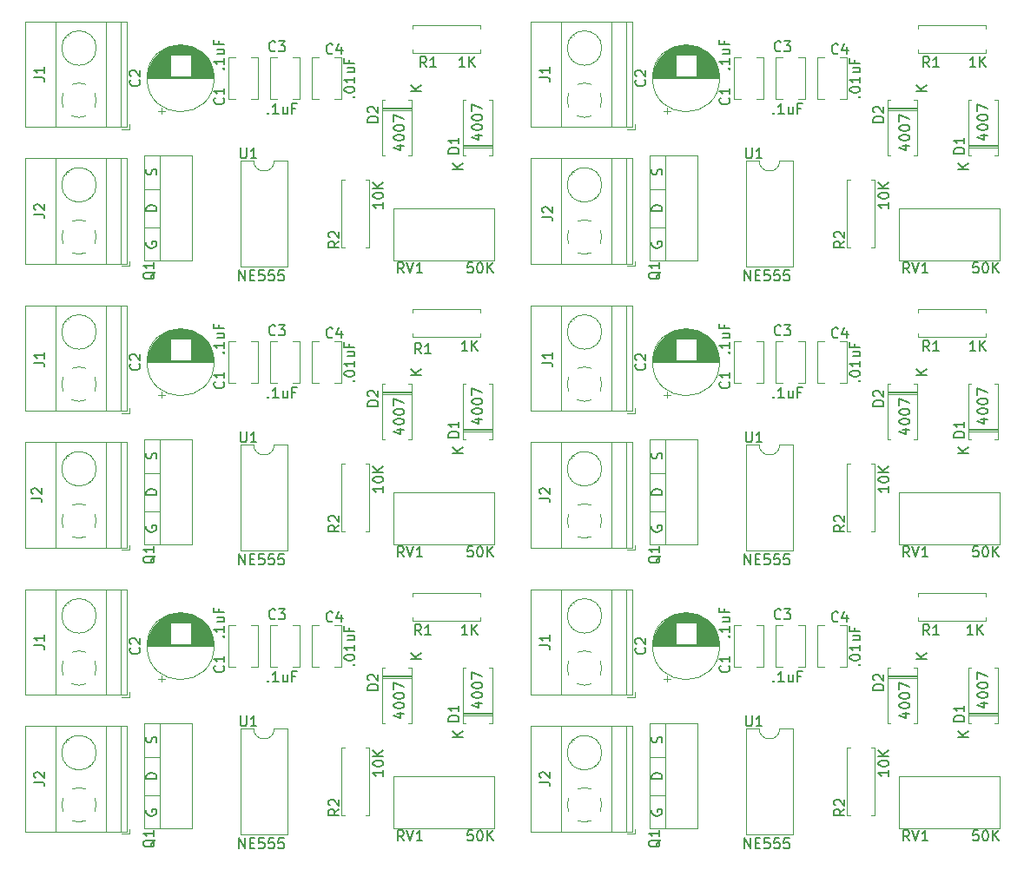
<source format=gbr>
G04 #@! TF.GenerationSoftware,KiCad,Pcbnew,5.1.4+dfsg1-1~bpo10+1*
G04 #@! TF.CreationDate,2022-07-21T16:49:21+05:30*
G04 #@! TF.ProjectId,555timer,35353574-696d-4657-922e-6b696361645f,rev?*
G04 #@! TF.SameCoordinates,Original*
G04 #@! TF.FileFunction,Legend,Top*
G04 #@! TF.FilePolarity,Positive*
%FSLAX46Y46*%
G04 Gerber Fmt 4.6, Leading zero omitted, Abs format (unit mm)*
G04 Created by KiCad (PCBNEW 5.1.4+dfsg1-1~bpo10+1) date 2022-07-21 16:49:21*
%MOMM*%
%LPD*%
G04 APERTURE LIST*
%ADD10C,0.150000*%
%ADD11C,0.120000*%
G04 APERTURE END LIST*
D10*
X120181714Y-88336380D02*
X119610285Y-88336380D01*
X119896000Y-88336380D02*
X119896000Y-87336380D01*
X119800761Y-87479238D01*
X119705523Y-87574476D01*
X119610285Y-87622095D01*
X120610285Y-88336380D02*
X120610285Y-87336380D01*
X121181714Y-88336380D02*
X120753142Y-87764952D01*
X121181714Y-87336380D02*
X120610285Y-87907809D01*
X109069142Y-91241333D02*
X109116761Y-91193714D01*
X109164380Y-91241333D01*
X109116761Y-91288952D01*
X109069142Y-91241333D01*
X109164380Y-91241333D01*
X108164380Y-90574666D02*
X108164380Y-90479428D01*
X108212000Y-90384190D01*
X108259619Y-90336571D01*
X108354857Y-90288952D01*
X108545333Y-90241333D01*
X108783428Y-90241333D01*
X108973904Y-90288952D01*
X109069142Y-90336571D01*
X109116761Y-90384190D01*
X109164380Y-90479428D01*
X109164380Y-90574666D01*
X109116761Y-90669904D01*
X109069142Y-90717523D01*
X108973904Y-90765142D01*
X108783428Y-90812761D01*
X108545333Y-90812761D01*
X108354857Y-90765142D01*
X108259619Y-90717523D01*
X108212000Y-90669904D01*
X108164380Y-90574666D01*
X109164380Y-89288952D02*
X109164380Y-89860380D01*
X109164380Y-89574666D02*
X108164380Y-89574666D01*
X108307238Y-89669904D01*
X108402476Y-89765142D01*
X108450095Y-89860380D01*
X108497714Y-88431809D02*
X109164380Y-88431809D01*
X108497714Y-88860380D02*
X109021523Y-88860380D01*
X109116761Y-88812761D01*
X109164380Y-88717523D01*
X109164380Y-88574666D01*
X109116761Y-88479428D01*
X109069142Y-88431809D01*
X108640571Y-87622285D02*
X108640571Y-87955619D01*
X109164380Y-87955619D02*
X108164380Y-87955619D01*
X108164380Y-87479428D01*
X100750857Y-92813142D02*
X100798476Y-92860761D01*
X100750857Y-92908380D01*
X100703238Y-92860761D01*
X100750857Y-92813142D01*
X100750857Y-92908380D01*
X101750857Y-92908380D02*
X101179428Y-92908380D01*
X101465142Y-92908380D02*
X101465142Y-91908380D01*
X101369904Y-92051238D01*
X101274666Y-92146476D01*
X101179428Y-92194095D01*
X102608000Y-92241714D02*
X102608000Y-92908380D01*
X102179428Y-92241714D02*
X102179428Y-92765523D01*
X102227047Y-92860761D01*
X102322285Y-92908380D01*
X102465142Y-92908380D01*
X102560380Y-92860761D01*
X102608000Y-92813142D01*
X103417523Y-92384571D02*
X103084190Y-92384571D01*
X103084190Y-92908380D02*
X103084190Y-91908380D01*
X103560380Y-91908380D01*
X113323714Y-95980095D02*
X113990380Y-95980095D01*
X112942761Y-96218190D02*
X113657047Y-96456285D01*
X113657047Y-95837238D01*
X112990380Y-95265809D02*
X112990380Y-95170571D01*
X113038000Y-95075333D01*
X113085619Y-95027714D01*
X113180857Y-94980095D01*
X113371333Y-94932476D01*
X113609428Y-94932476D01*
X113799904Y-94980095D01*
X113895142Y-95027714D01*
X113942761Y-95075333D01*
X113990380Y-95170571D01*
X113990380Y-95265809D01*
X113942761Y-95361047D01*
X113895142Y-95408666D01*
X113799904Y-95456285D01*
X113609428Y-95503904D01*
X113371333Y-95503904D01*
X113180857Y-95456285D01*
X113085619Y-95408666D01*
X113038000Y-95361047D01*
X112990380Y-95265809D01*
X112990380Y-94313428D02*
X112990380Y-94218190D01*
X113038000Y-94122952D01*
X113085619Y-94075333D01*
X113180857Y-94027714D01*
X113371333Y-93980095D01*
X113609428Y-93980095D01*
X113799904Y-94027714D01*
X113895142Y-94075333D01*
X113942761Y-94122952D01*
X113990380Y-94218190D01*
X113990380Y-94313428D01*
X113942761Y-94408666D01*
X113895142Y-94456285D01*
X113799904Y-94503904D01*
X113609428Y-94551523D01*
X113371333Y-94551523D01*
X113180857Y-94503904D01*
X113085619Y-94456285D01*
X113038000Y-94408666D01*
X112990380Y-94313428D01*
X112990380Y-93646761D02*
X112990380Y-92980095D01*
X113990380Y-93408666D01*
X120943714Y-94964095D02*
X121610380Y-94964095D01*
X120562761Y-95202190D02*
X121277047Y-95440285D01*
X121277047Y-94821238D01*
X120610380Y-94249809D02*
X120610380Y-94154571D01*
X120658000Y-94059333D01*
X120705619Y-94011714D01*
X120800857Y-93964095D01*
X120991333Y-93916476D01*
X121229428Y-93916476D01*
X121419904Y-93964095D01*
X121515142Y-94011714D01*
X121562761Y-94059333D01*
X121610380Y-94154571D01*
X121610380Y-94249809D01*
X121562761Y-94345047D01*
X121515142Y-94392666D01*
X121419904Y-94440285D01*
X121229428Y-94487904D01*
X120991333Y-94487904D01*
X120800857Y-94440285D01*
X120705619Y-94392666D01*
X120658000Y-94345047D01*
X120610380Y-94249809D01*
X120610380Y-93297428D02*
X120610380Y-93202190D01*
X120658000Y-93106952D01*
X120705619Y-93059333D01*
X120800857Y-93011714D01*
X120991333Y-92964095D01*
X121229428Y-92964095D01*
X121419904Y-93011714D01*
X121515142Y-93059333D01*
X121562761Y-93106952D01*
X121610380Y-93202190D01*
X121610380Y-93297428D01*
X121562761Y-93392666D01*
X121515142Y-93440285D01*
X121419904Y-93487904D01*
X121229428Y-93535523D01*
X120991333Y-93535523D01*
X120800857Y-93487904D01*
X120705619Y-93440285D01*
X120658000Y-93392666D01*
X120610380Y-93297428D01*
X120610380Y-92630761D02*
X120610380Y-91964095D01*
X121610380Y-92392666D01*
X120435714Y-60650380D02*
X119864285Y-60650380D01*
X120150000Y-60650380D02*
X120150000Y-59650380D01*
X120054761Y-59793238D01*
X119959523Y-59888476D01*
X119864285Y-59936095D01*
X120864285Y-60650380D02*
X120864285Y-59650380D01*
X121435714Y-60650380D02*
X121007142Y-60078952D01*
X121435714Y-59650380D02*
X120864285Y-60221809D01*
X89812761Y-98837714D02*
X89860380Y-98694857D01*
X89860380Y-98456761D01*
X89812761Y-98361523D01*
X89765142Y-98313904D01*
X89669904Y-98266285D01*
X89574666Y-98266285D01*
X89479428Y-98313904D01*
X89431809Y-98361523D01*
X89384190Y-98456761D01*
X89336571Y-98647238D01*
X89288952Y-98742476D01*
X89241333Y-98790095D01*
X89146095Y-98837714D01*
X89050857Y-98837714D01*
X88955619Y-98790095D01*
X88908000Y-98742476D01*
X88860380Y-98647238D01*
X88860380Y-98409142D01*
X88908000Y-98266285D01*
X88908000Y-105402095D02*
X88860380Y-105497333D01*
X88860380Y-105640190D01*
X88908000Y-105783047D01*
X89003238Y-105878285D01*
X89098476Y-105925904D01*
X89288952Y-105973523D01*
X89431809Y-105973523D01*
X89622285Y-105925904D01*
X89717523Y-105878285D01*
X89812761Y-105783047D01*
X89860380Y-105640190D01*
X89860380Y-105544952D01*
X89812761Y-105402095D01*
X89765142Y-105354476D01*
X89431809Y-105354476D01*
X89431809Y-105544952D01*
X97909333Y-109164380D02*
X97909333Y-108164380D01*
X98480761Y-109164380D01*
X98480761Y-108164380D01*
X98956952Y-108640571D02*
X99290285Y-108640571D01*
X99433142Y-109164380D02*
X98956952Y-109164380D01*
X98956952Y-108164380D01*
X99433142Y-108164380D01*
X100337904Y-108164380D02*
X99861714Y-108164380D01*
X99814095Y-108640571D01*
X99861714Y-108592952D01*
X99956952Y-108545333D01*
X100195047Y-108545333D01*
X100290285Y-108592952D01*
X100337904Y-108640571D01*
X100385523Y-108735809D01*
X100385523Y-108973904D01*
X100337904Y-109069142D01*
X100290285Y-109116761D01*
X100195047Y-109164380D01*
X99956952Y-109164380D01*
X99861714Y-109116761D01*
X99814095Y-109069142D01*
X101290285Y-108164380D02*
X100814095Y-108164380D01*
X100766476Y-108640571D01*
X100814095Y-108592952D01*
X100909333Y-108545333D01*
X101147428Y-108545333D01*
X101242666Y-108592952D01*
X101290285Y-108640571D01*
X101337904Y-108735809D01*
X101337904Y-108973904D01*
X101290285Y-109069142D01*
X101242666Y-109116761D01*
X101147428Y-109164380D01*
X100909333Y-109164380D01*
X100814095Y-109116761D01*
X100766476Y-109069142D01*
X102242666Y-108164380D02*
X101766476Y-108164380D01*
X101718857Y-108640571D01*
X101766476Y-108592952D01*
X101861714Y-108545333D01*
X102099809Y-108545333D01*
X102195047Y-108592952D01*
X102242666Y-108640571D01*
X102290285Y-108735809D01*
X102290285Y-108973904D01*
X102242666Y-109069142D01*
X102195047Y-109116761D01*
X102099809Y-109164380D01*
X101861714Y-109164380D01*
X101766476Y-109116761D01*
X101718857Y-109069142D01*
X113323714Y-68294095D02*
X113990380Y-68294095D01*
X112942761Y-68532190D02*
X113657047Y-68770285D01*
X113657047Y-68151238D01*
X112990380Y-67579809D02*
X112990380Y-67484571D01*
X113038000Y-67389333D01*
X113085619Y-67341714D01*
X113180857Y-67294095D01*
X113371333Y-67246476D01*
X113609428Y-67246476D01*
X113799904Y-67294095D01*
X113895142Y-67341714D01*
X113942761Y-67389333D01*
X113990380Y-67484571D01*
X113990380Y-67579809D01*
X113942761Y-67675047D01*
X113895142Y-67722666D01*
X113799904Y-67770285D01*
X113609428Y-67817904D01*
X113371333Y-67817904D01*
X113180857Y-67770285D01*
X113085619Y-67722666D01*
X113038000Y-67675047D01*
X112990380Y-67579809D01*
X112990380Y-66627428D02*
X112990380Y-66532190D01*
X113038000Y-66436952D01*
X113085619Y-66389333D01*
X113180857Y-66341714D01*
X113371333Y-66294095D01*
X113609428Y-66294095D01*
X113799904Y-66341714D01*
X113895142Y-66389333D01*
X113942761Y-66436952D01*
X113990380Y-66532190D01*
X113990380Y-66627428D01*
X113942761Y-66722666D01*
X113895142Y-66770285D01*
X113799904Y-66817904D01*
X113609428Y-66865523D01*
X113371333Y-66865523D01*
X113180857Y-66817904D01*
X113085619Y-66770285D01*
X113038000Y-66722666D01*
X112990380Y-66627428D01*
X112990380Y-65960761D02*
X112990380Y-65294095D01*
X113990380Y-65722666D01*
X111958380Y-101528476D02*
X111958380Y-102099904D01*
X111958380Y-101814190D02*
X110958380Y-101814190D01*
X111101238Y-101909428D01*
X111196476Y-102004666D01*
X111244095Y-102099904D01*
X110958380Y-100909428D02*
X110958380Y-100814190D01*
X111006000Y-100718952D01*
X111053619Y-100671333D01*
X111148857Y-100623714D01*
X111339333Y-100576095D01*
X111577428Y-100576095D01*
X111767904Y-100623714D01*
X111863142Y-100671333D01*
X111910761Y-100718952D01*
X111958380Y-100814190D01*
X111958380Y-100909428D01*
X111910761Y-101004666D01*
X111863142Y-101052285D01*
X111767904Y-101099904D01*
X111577428Y-101147523D01*
X111339333Y-101147523D01*
X111148857Y-101099904D01*
X111053619Y-101052285D01*
X111006000Y-101004666D01*
X110958380Y-100909428D01*
X111958380Y-100147523D02*
X110958380Y-100147523D01*
X111958380Y-99576095D02*
X111386952Y-100004666D01*
X110958380Y-99576095D02*
X111529809Y-100147523D01*
X89812761Y-71151714D02*
X89860380Y-71008857D01*
X89860380Y-70770761D01*
X89812761Y-70675523D01*
X89765142Y-70627904D01*
X89669904Y-70580285D01*
X89574666Y-70580285D01*
X89479428Y-70627904D01*
X89431809Y-70675523D01*
X89384190Y-70770761D01*
X89336571Y-70961238D01*
X89288952Y-71056476D01*
X89241333Y-71104095D01*
X89146095Y-71151714D01*
X89050857Y-71151714D01*
X88955619Y-71104095D01*
X88908000Y-71056476D01*
X88860380Y-70961238D01*
X88860380Y-70723142D01*
X88908000Y-70580285D01*
X88908000Y-77716095D02*
X88860380Y-77811333D01*
X88860380Y-77954190D01*
X88908000Y-78097047D01*
X89003238Y-78192285D01*
X89098476Y-78239904D01*
X89288952Y-78287523D01*
X89431809Y-78287523D01*
X89622285Y-78239904D01*
X89717523Y-78192285D01*
X89812761Y-78097047D01*
X89860380Y-77954190D01*
X89860380Y-77858952D01*
X89812761Y-77716095D01*
X89765142Y-77668476D01*
X89431809Y-77668476D01*
X89431809Y-77858952D01*
X96369142Y-33107142D02*
X96416761Y-33059523D01*
X96464380Y-33107142D01*
X96416761Y-33154761D01*
X96369142Y-33107142D01*
X96464380Y-33107142D01*
X96464380Y-32107142D02*
X96464380Y-32678571D01*
X96464380Y-32392857D02*
X95464380Y-32392857D01*
X95607238Y-32488095D01*
X95702476Y-32583333D01*
X95750095Y-32678571D01*
X95797714Y-31250000D02*
X96464380Y-31250000D01*
X95797714Y-31678571D02*
X96321523Y-31678571D01*
X96416761Y-31630952D01*
X96464380Y-31535714D01*
X96464380Y-31392857D01*
X96416761Y-31297619D01*
X96369142Y-31250000D01*
X95940571Y-30440476D02*
X95940571Y-30773809D01*
X96464380Y-30773809D02*
X95464380Y-30773809D01*
X95464380Y-30297619D01*
X89812761Y-43465714D02*
X89860380Y-43322857D01*
X89860380Y-43084761D01*
X89812761Y-42989523D01*
X89765142Y-42941904D01*
X89669904Y-42894285D01*
X89574666Y-42894285D01*
X89479428Y-42941904D01*
X89431809Y-42989523D01*
X89384190Y-43084761D01*
X89336571Y-43275238D01*
X89288952Y-43370476D01*
X89241333Y-43418095D01*
X89146095Y-43465714D01*
X89050857Y-43465714D01*
X88955619Y-43418095D01*
X88908000Y-43370476D01*
X88860380Y-43275238D01*
X88860380Y-43037142D01*
X88908000Y-42894285D01*
X111958380Y-46156476D02*
X111958380Y-46727904D01*
X111958380Y-46442190D02*
X110958380Y-46442190D01*
X111101238Y-46537428D01*
X111196476Y-46632666D01*
X111244095Y-46727904D01*
X110958380Y-45537428D02*
X110958380Y-45442190D01*
X111006000Y-45346952D01*
X111053619Y-45299333D01*
X111148857Y-45251714D01*
X111339333Y-45204095D01*
X111577428Y-45204095D01*
X111767904Y-45251714D01*
X111863142Y-45299333D01*
X111910761Y-45346952D01*
X111958380Y-45442190D01*
X111958380Y-45537428D01*
X111910761Y-45632666D01*
X111863142Y-45680285D01*
X111767904Y-45727904D01*
X111577428Y-45775523D01*
X111339333Y-45775523D01*
X111148857Y-45727904D01*
X111053619Y-45680285D01*
X111006000Y-45632666D01*
X110958380Y-45537428D01*
X111958380Y-44775523D02*
X110958380Y-44775523D01*
X111958380Y-44204095D02*
X111386952Y-44632666D01*
X110958380Y-44204095D02*
X111529809Y-44775523D01*
X120435714Y-32964380D02*
X119864285Y-32964380D01*
X120150000Y-32964380D02*
X120150000Y-31964380D01*
X120054761Y-32107238D01*
X119959523Y-32202476D01*
X119864285Y-32250095D01*
X120864285Y-32964380D02*
X120864285Y-31964380D01*
X121435714Y-32964380D02*
X121007142Y-32392952D01*
X121435714Y-31964380D02*
X120864285Y-32535809D01*
X89860380Y-74683904D02*
X88860380Y-74683904D01*
X88860380Y-74445809D01*
X88908000Y-74302952D01*
X89003238Y-74207714D01*
X89098476Y-74160095D01*
X89288952Y-74112476D01*
X89431809Y-74112476D01*
X89622285Y-74160095D01*
X89717523Y-74207714D01*
X89812761Y-74302952D01*
X89860380Y-74445809D01*
X89860380Y-74683904D01*
X96369142Y-88479142D02*
X96416761Y-88431523D01*
X96464380Y-88479142D01*
X96416761Y-88526761D01*
X96369142Y-88479142D01*
X96464380Y-88479142D01*
X96464380Y-87479142D02*
X96464380Y-88050571D01*
X96464380Y-87764857D02*
X95464380Y-87764857D01*
X95607238Y-87860095D01*
X95702476Y-87955333D01*
X95750095Y-88050571D01*
X95797714Y-86622000D02*
X96464380Y-86622000D01*
X95797714Y-87050571D02*
X96321523Y-87050571D01*
X96416761Y-87002952D01*
X96464380Y-86907714D01*
X96464380Y-86764857D01*
X96416761Y-86669619D01*
X96369142Y-86622000D01*
X95940571Y-85812476D02*
X95940571Y-86145809D01*
X96464380Y-86145809D02*
X95464380Y-86145809D01*
X95464380Y-85669619D01*
X89860380Y-46997904D02*
X88860380Y-46997904D01*
X88860380Y-46759809D01*
X88908000Y-46616952D01*
X89003238Y-46521714D01*
X89098476Y-46474095D01*
X89288952Y-46426476D01*
X89431809Y-46426476D01*
X89622285Y-46474095D01*
X89717523Y-46521714D01*
X89812761Y-46616952D01*
X89860380Y-46759809D01*
X89860380Y-46997904D01*
X88908000Y-50030095D02*
X88860380Y-50125333D01*
X88860380Y-50268190D01*
X88908000Y-50411047D01*
X89003238Y-50506285D01*
X89098476Y-50553904D01*
X89288952Y-50601523D01*
X89431809Y-50601523D01*
X89622285Y-50553904D01*
X89717523Y-50506285D01*
X89812761Y-50411047D01*
X89860380Y-50268190D01*
X89860380Y-50172952D01*
X89812761Y-50030095D01*
X89765142Y-49982476D01*
X89431809Y-49982476D01*
X89431809Y-50172952D01*
X97909333Y-53792380D02*
X97909333Y-52792380D01*
X98480761Y-53792380D01*
X98480761Y-52792380D01*
X98956952Y-53268571D02*
X99290285Y-53268571D01*
X99433142Y-53792380D02*
X98956952Y-53792380D01*
X98956952Y-52792380D01*
X99433142Y-52792380D01*
X100337904Y-52792380D02*
X99861714Y-52792380D01*
X99814095Y-53268571D01*
X99861714Y-53220952D01*
X99956952Y-53173333D01*
X100195047Y-53173333D01*
X100290285Y-53220952D01*
X100337904Y-53268571D01*
X100385523Y-53363809D01*
X100385523Y-53601904D01*
X100337904Y-53697142D01*
X100290285Y-53744761D01*
X100195047Y-53792380D01*
X99956952Y-53792380D01*
X99861714Y-53744761D01*
X99814095Y-53697142D01*
X101290285Y-52792380D02*
X100814095Y-52792380D01*
X100766476Y-53268571D01*
X100814095Y-53220952D01*
X100909333Y-53173333D01*
X101147428Y-53173333D01*
X101242666Y-53220952D01*
X101290285Y-53268571D01*
X101337904Y-53363809D01*
X101337904Y-53601904D01*
X101290285Y-53697142D01*
X101242666Y-53744761D01*
X101147428Y-53792380D01*
X100909333Y-53792380D01*
X100814095Y-53744761D01*
X100766476Y-53697142D01*
X102242666Y-52792380D02*
X101766476Y-52792380D01*
X101718857Y-53268571D01*
X101766476Y-53220952D01*
X101861714Y-53173333D01*
X102099809Y-53173333D01*
X102195047Y-53220952D01*
X102242666Y-53268571D01*
X102290285Y-53363809D01*
X102290285Y-53601904D01*
X102242666Y-53697142D01*
X102195047Y-53744761D01*
X102099809Y-53792380D01*
X101861714Y-53792380D01*
X101766476Y-53744761D01*
X101718857Y-53697142D01*
X109069142Y-35869333D02*
X109116761Y-35821714D01*
X109164380Y-35869333D01*
X109116761Y-35916952D01*
X109069142Y-35869333D01*
X109164380Y-35869333D01*
X108164380Y-35202666D02*
X108164380Y-35107428D01*
X108212000Y-35012190D01*
X108259619Y-34964571D01*
X108354857Y-34916952D01*
X108545333Y-34869333D01*
X108783428Y-34869333D01*
X108973904Y-34916952D01*
X109069142Y-34964571D01*
X109116761Y-35012190D01*
X109164380Y-35107428D01*
X109164380Y-35202666D01*
X109116761Y-35297904D01*
X109069142Y-35345523D01*
X108973904Y-35393142D01*
X108783428Y-35440761D01*
X108545333Y-35440761D01*
X108354857Y-35393142D01*
X108259619Y-35345523D01*
X108212000Y-35297904D01*
X108164380Y-35202666D01*
X109164380Y-33916952D02*
X109164380Y-34488380D01*
X109164380Y-34202666D02*
X108164380Y-34202666D01*
X108307238Y-34297904D01*
X108402476Y-34393142D01*
X108450095Y-34488380D01*
X108497714Y-33059809D02*
X109164380Y-33059809D01*
X108497714Y-33488380D02*
X109021523Y-33488380D01*
X109116761Y-33440761D01*
X109164380Y-33345523D01*
X109164380Y-33202666D01*
X109116761Y-33107428D01*
X109069142Y-33059809D01*
X108640571Y-32250285D02*
X108640571Y-32583619D01*
X109164380Y-32583619D02*
X108164380Y-32583619D01*
X108164380Y-32107428D01*
X100750857Y-37441142D02*
X100798476Y-37488761D01*
X100750857Y-37536380D01*
X100703238Y-37488761D01*
X100750857Y-37441142D01*
X100750857Y-37536380D01*
X101750857Y-37536380D02*
X101179428Y-37536380D01*
X101465142Y-37536380D02*
X101465142Y-36536380D01*
X101369904Y-36679238D01*
X101274666Y-36774476D01*
X101179428Y-36822095D01*
X102608000Y-36869714D02*
X102608000Y-37536380D01*
X102179428Y-36869714D02*
X102179428Y-37393523D01*
X102227047Y-37488761D01*
X102322285Y-37536380D01*
X102465142Y-37536380D01*
X102560380Y-37488761D01*
X102608000Y-37441142D01*
X103417523Y-37012571D02*
X103084190Y-37012571D01*
X103084190Y-37536380D02*
X103084190Y-36536380D01*
X103560380Y-36536380D01*
X100750857Y-65127142D02*
X100798476Y-65174761D01*
X100750857Y-65222380D01*
X100703238Y-65174761D01*
X100750857Y-65127142D01*
X100750857Y-65222380D01*
X101750857Y-65222380D02*
X101179428Y-65222380D01*
X101465142Y-65222380D02*
X101465142Y-64222380D01*
X101369904Y-64365238D01*
X101274666Y-64460476D01*
X101179428Y-64508095D01*
X102608000Y-64555714D02*
X102608000Y-65222380D01*
X102179428Y-64555714D02*
X102179428Y-65079523D01*
X102227047Y-65174761D01*
X102322285Y-65222380D01*
X102465142Y-65222380D01*
X102560380Y-65174761D01*
X102608000Y-65127142D01*
X103417523Y-64698571D02*
X103084190Y-64698571D01*
X103084190Y-65222380D02*
X103084190Y-64222380D01*
X103560380Y-64222380D01*
X113323714Y-40608095D02*
X113990380Y-40608095D01*
X112942761Y-40846190D02*
X113657047Y-41084285D01*
X113657047Y-40465238D01*
X112990380Y-39893809D02*
X112990380Y-39798571D01*
X113038000Y-39703333D01*
X113085619Y-39655714D01*
X113180857Y-39608095D01*
X113371333Y-39560476D01*
X113609428Y-39560476D01*
X113799904Y-39608095D01*
X113895142Y-39655714D01*
X113942761Y-39703333D01*
X113990380Y-39798571D01*
X113990380Y-39893809D01*
X113942761Y-39989047D01*
X113895142Y-40036666D01*
X113799904Y-40084285D01*
X113609428Y-40131904D01*
X113371333Y-40131904D01*
X113180857Y-40084285D01*
X113085619Y-40036666D01*
X113038000Y-39989047D01*
X112990380Y-39893809D01*
X112990380Y-38941428D02*
X112990380Y-38846190D01*
X113038000Y-38750952D01*
X113085619Y-38703333D01*
X113180857Y-38655714D01*
X113371333Y-38608095D01*
X113609428Y-38608095D01*
X113799904Y-38655714D01*
X113895142Y-38703333D01*
X113942761Y-38750952D01*
X113990380Y-38846190D01*
X113990380Y-38941428D01*
X113942761Y-39036666D01*
X113895142Y-39084285D01*
X113799904Y-39131904D01*
X113609428Y-39179523D01*
X113371333Y-39179523D01*
X113180857Y-39131904D01*
X113085619Y-39084285D01*
X113038000Y-39036666D01*
X112990380Y-38941428D01*
X112990380Y-38274761D02*
X112990380Y-37608095D01*
X113990380Y-38036666D01*
X120673904Y-52030380D02*
X120197714Y-52030380D01*
X120150095Y-52506571D01*
X120197714Y-52458952D01*
X120292952Y-52411333D01*
X120531047Y-52411333D01*
X120626285Y-52458952D01*
X120673904Y-52506571D01*
X120721523Y-52601809D01*
X120721523Y-52839904D01*
X120673904Y-52935142D01*
X120626285Y-52982761D01*
X120531047Y-53030380D01*
X120292952Y-53030380D01*
X120197714Y-52982761D01*
X120150095Y-52935142D01*
X121340571Y-52030380D02*
X121435809Y-52030380D01*
X121531047Y-52078000D01*
X121578666Y-52125619D01*
X121626285Y-52220857D01*
X121673904Y-52411333D01*
X121673904Y-52649428D01*
X121626285Y-52839904D01*
X121578666Y-52935142D01*
X121531047Y-52982761D01*
X121435809Y-53030380D01*
X121340571Y-53030380D01*
X121245333Y-52982761D01*
X121197714Y-52935142D01*
X121150095Y-52839904D01*
X121102476Y-52649428D01*
X121102476Y-52411333D01*
X121150095Y-52220857D01*
X121197714Y-52125619D01*
X121245333Y-52078000D01*
X121340571Y-52030380D01*
X122102476Y-53030380D02*
X122102476Y-52030380D01*
X122673904Y-53030380D02*
X122245333Y-52458952D01*
X122673904Y-52030380D02*
X122102476Y-52601809D01*
X120943714Y-39592095D02*
X121610380Y-39592095D01*
X120562761Y-39830190D02*
X121277047Y-40068285D01*
X121277047Y-39449238D01*
X120610380Y-38877809D02*
X120610380Y-38782571D01*
X120658000Y-38687333D01*
X120705619Y-38639714D01*
X120800857Y-38592095D01*
X120991333Y-38544476D01*
X121229428Y-38544476D01*
X121419904Y-38592095D01*
X121515142Y-38639714D01*
X121562761Y-38687333D01*
X121610380Y-38782571D01*
X121610380Y-38877809D01*
X121562761Y-38973047D01*
X121515142Y-39020666D01*
X121419904Y-39068285D01*
X121229428Y-39115904D01*
X120991333Y-39115904D01*
X120800857Y-39068285D01*
X120705619Y-39020666D01*
X120658000Y-38973047D01*
X120610380Y-38877809D01*
X120610380Y-37925428D02*
X120610380Y-37830190D01*
X120658000Y-37734952D01*
X120705619Y-37687333D01*
X120800857Y-37639714D01*
X120991333Y-37592095D01*
X121229428Y-37592095D01*
X121419904Y-37639714D01*
X121515142Y-37687333D01*
X121562761Y-37734952D01*
X121610380Y-37830190D01*
X121610380Y-37925428D01*
X121562761Y-38020666D01*
X121515142Y-38068285D01*
X121419904Y-38115904D01*
X121229428Y-38163523D01*
X120991333Y-38163523D01*
X120800857Y-38115904D01*
X120705619Y-38068285D01*
X120658000Y-38020666D01*
X120610380Y-37925428D01*
X120610380Y-37258761D02*
X120610380Y-36592095D01*
X121610380Y-37020666D01*
X120673904Y-107402380D02*
X120197714Y-107402380D01*
X120150095Y-107878571D01*
X120197714Y-107830952D01*
X120292952Y-107783333D01*
X120531047Y-107783333D01*
X120626285Y-107830952D01*
X120673904Y-107878571D01*
X120721523Y-107973809D01*
X120721523Y-108211904D01*
X120673904Y-108307142D01*
X120626285Y-108354761D01*
X120531047Y-108402380D01*
X120292952Y-108402380D01*
X120197714Y-108354761D01*
X120150095Y-108307142D01*
X121340571Y-107402380D02*
X121435809Y-107402380D01*
X121531047Y-107450000D01*
X121578666Y-107497619D01*
X121626285Y-107592857D01*
X121673904Y-107783333D01*
X121673904Y-108021428D01*
X121626285Y-108211904D01*
X121578666Y-108307142D01*
X121531047Y-108354761D01*
X121435809Y-108402380D01*
X121340571Y-108402380D01*
X121245333Y-108354761D01*
X121197714Y-108307142D01*
X121150095Y-108211904D01*
X121102476Y-108021428D01*
X121102476Y-107783333D01*
X121150095Y-107592857D01*
X121197714Y-107497619D01*
X121245333Y-107450000D01*
X121340571Y-107402380D01*
X122102476Y-108402380D02*
X122102476Y-107402380D01*
X122673904Y-108402380D02*
X122245333Y-107830952D01*
X122673904Y-107402380D02*
X122102476Y-107973809D01*
X89860380Y-102369904D02*
X88860380Y-102369904D01*
X88860380Y-102131809D01*
X88908000Y-101988952D01*
X89003238Y-101893714D01*
X89098476Y-101846095D01*
X89288952Y-101798476D01*
X89431809Y-101798476D01*
X89622285Y-101846095D01*
X89717523Y-101893714D01*
X89812761Y-101988952D01*
X89860380Y-102131809D01*
X89860380Y-102369904D01*
X120943714Y-67278095D02*
X121610380Y-67278095D01*
X120562761Y-67516190D02*
X121277047Y-67754285D01*
X121277047Y-67135238D01*
X120610380Y-66563809D02*
X120610380Y-66468571D01*
X120658000Y-66373333D01*
X120705619Y-66325714D01*
X120800857Y-66278095D01*
X120991333Y-66230476D01*
X121229428Y-66230476D01*
X121419904Y-66278095D01*
X121515142Y-66325714D01*
X121562761Y-66373333D01*
X121610380Y-66468571D01*
X121610380Y-66563809D01*
X121562761Y-66659047D01*
X121515142Y-66706666D01*
X121419904Y-66754285D01*
X121229428Y-66801904D01*
X120991333Y-66801904D01*
X120800857Y-66754285D01*
X120705619Y-66706666D01*
X120658000Y-66659047D01*
X120610380Y-66563809D01*
X120610380Y-65611428D02*
X120610380Y-65516190D01*
X120658000Y-65420952D01*
X120705619Y-65373333D01*
X120800857Y-65325714D01*
X120991333Y-65278095D01*
X121229428Y-65278095D01*
X121419904Y-65325714D01*
X121515142Y-65373333D01*
X121562761Y-65420952D01*
X121610380Y-65516190D01*
X121610380Y-65611428D01*
X121562761Y-65706666D01*
X121515142Y-65754285D01*
X121419904Y-65801904D01*
X121229428Y-65849523D01*
X120991333Y-65849523D01*
X120800857Y-65801904D01*
X120705619Y-65754285D01*
X120658000Y-65706666D01*
X120610380Y-65611428D01*
X120610380Y-64944761D02*
X120610380Y-64278095D01*
X121610380Y-64706666D01*
X96369142Y-60793142D02*
X96416761Y-60745523D01*
X96464380Y-60793142D01*
X96416761Y-60840761D01*
X96369142Y-60793142D01*
X96464380Y-60793142D01*
X96464380Y-59793142D02*
X96464380Y-60364571D01*
X96464380Y-60078857D02*
X95464380Y-60078857D01*
X95607238Y-60174095D01*
X95702476Y-60269333D01*
X95750095Y-60364571D01*
X95797714Y-58936000D02*
X96464380Y-58936000D01*
X95797714Y-59364571D02*
X96321523Y-59364571D01*
X96416761Y-59316952D01*
X96464380Y-59221714D01*
X96464380Y-59078857D01*
X96416761Y-58983619D01*
X96369142Y-58936000D01*
X95940571Y-58126476D02*
X95940571Y-58459809D01*
X96464380Y-58459809D02*
X95464380Y-58459809D01*
X95464380Y-57983619D01*
X111958380Y-73842476D02*
X111958380Y-74413904D01*
X111958380Y-74128190D02*
X110958380Y-74128190D01*
X111101238Y-74223428D01*
X111196476Y-74318666D01*
X111244095Y-74413904D01*
X110958380Y-73223428D02*
X110958380Y-73128190D01*
X111006000Y-73032952D01*
X111053619Y-72985333D01*
X111148857Y-72937714D01*
X111339333Y-72890095D01*
X111577428Y-72890095D01*
X111767904Y-72937714D01*
X111863142Y-72985333D01*
X111910761Y-73032952D01*
X111958380Y-73128190D01*
X111958380Y-73223428D01*
X111910761Y-73318666D01*
X111863142Y-73366285D01*
X111767904Y-73413904D01*
X111577428Y-73461523D01*
X111339333Y-73461523D01*
X111148857Y-73413904D01*
X111053619Y-73366285D01*
X111006000Y-73318666D01*
X110958380Y-73223428D01*
X111958380Y-72461523D02*
X110958380Y-72461523D01*
X111958380Y-71890095D02*
X111386952Y-72318666D01*
X110958380Y-71890095D02*
X111529809Y-72461523D01*
X97909333Y-81478380D02*
X97909333Y-80478380D01*
X98480761Y-81478380D01*
X98480761Y-80478380D01*
X98956952Y-80954571D02*
X99290285Y-80954571D01*
X99433142Y-81478380D02*
X98956952Y-81478380D01*
X98956952Y-80478380D01*
X99433142Y-80478380D01*
X100337904Y-80478380D02*
X99861714Y-80478380D01*
X99814095Y-80954571D01*
X99861714Y-80906952D01*
X99956952Y-80859333D01*
X100195047Y-80859333D01*
X100290285Y-80906952D01*
X100337904Y-80954571D01*
X100385523Y-81049809D01*
X100385523Y-81287904D01*
X100337904Y-81383142D01*
X100290285Y-81430761D01*
X100195047Y-81478380D01*
X99956952Y-81478380D01*
X99861714Y-81430761D01*
X99814095Y-81383142D01*
X101290285Y-80478380D02*
X100814095Y-80478380D01*
X100766476Y-80954571D01*
X100814095Y-80906952D01*
X100909333Y-80859333D01*
X101147428Y-80859333D01*
X101242666Y-80906952D01*
X101290285Y-80954571D01*
X101337904Y-81049809D01*
X101337904Y-81287904D01*
X101290285Y-81383142D01*
X101242666Y-81430761D01*
X101147428Y-81478380D01*
X100909333Y-81478380D01*
X100814095Y-81430761D01*
X100766476Y-81383142D01*
X102242666Y-80478380D02*
X101766476Y-80478380D01*
X101718857Y-80954571D01*
X101766476Y-80906952D01*
X101861714Y-80859333D01*
X102099809Y-80859333D01*
X102195047Y-80906952D01*
X102242666Y-80954571D01*
X102290285Y-81049809D01*
X102290285Y-81287904D01*
X102242666Y-81383142D01*
X102195047Y-81430761D01*
X102099809Y-81478380D01*
X101861714Y-81478380D01*
X101766476Y-81430761D01*
X101718857Y-81383142D01*
X109069142Y-63555333D02*
X109116761Y-63507714D01*
X109164380Y-63555333D01*
X109116761Y-63602952D01*
X109069142Y-63555333D01*
X109164380Y-63555333D01*
X108164380Y-62888666D02*
X108164380Y-62793428D01*
X108212000Y-62698190D01*
X108259619Y-62650571D01*
X108354857Y-62602952D01*
X108545333Y-62555333D01*
X108783428Y-62555333D01*
X108973904Y-62602952D01*
X109069142Y-62650571D01*
X109116761Y-62698190D01*
X109164380Y-62793428D01*
X109164380Y-62888666D01*
X109116761Y-62983904D01*
X109069142Y-63031523D01*
X108973904Y-63079142D01*
X108783428Y-63126761D01*
X108545333Y-63126761D01*
X108354857Y-63079142D01*
X108259619Y-63031523D01*
X108212000Y-62983904D01*
X108164380Y-62888666D01*
X109164380Y-61602952D02*
X109164380Y-62174380D01*
X109164380Y-61888666D02*
X108164380Y-61888666D01*
X108307238Y-61983904D01*
X108402476Y-62079142D01*
X108450095Y-62174380D01*
X108497714Y-60745809D02*
X109164380Y-60745809D01*
X108497714Y-61174380D02*
X109021523Y-61174380D01*
X109116761Y-61126761D01*
X109164380Y-61031523D01*
X109164380Y-60888666D01*
X109116761Y-60793428D01*
X109069142Y-60745809D01*
X108640571Y-59936285D02*
X108640571Y-60269619D01*
X109164380Y-60269619D02*
X108164380Y-60269619D01*
X108164380Y-59793428D01*
X120673904Y-79716380D02*
X120197714Y-79716380D01*
X120150095Y-80192571D01*
X120197714Y-80144952D01*
X120292952Y-80097333D01*
X120531047Y-80097333D01*
X120626285Y-80144952D01*
X120673904Y-80192571D01*
X120721523Y-80287809D01*
X120721523Y-80525904D01*
X120673904Y-80621142D01*
X120626285Y-80668761D01*
X120531047Y-80716380D01*
X120292952Y-80716380D01*
X120197714Y-80668761D01*
X120150095Y-80621142D01*
X121340571Y-79716380D02*
X121435809Y-79716380D01*
X121531047Y-79764000D01*
X121578666Y-79811619D01*
X121626285Y-79906857D01*
X121673904Y-80097333D01*
X121673904Y-80335428D01*
X121626285Y-80525904D01*
X121578666Y-80621142D01*
X121531047Y-80668761D01*
X121435809Y-80716380D01*
X121340571Y-80716380D01*
X121245333Y-80668761D01*
X121197714Y-80621142D01*
X121150095Y-80525904D01*
X121102476Y-80335428D01*
X121102476Y-80097333D01*
X121150095Y-79906857D01*
X121197714Y-79811619D01*
X121245333Y-79764000D01*
X121340571Y-79716380D01*
X122102476Y-80716380D02*
X122102476Y-79716380D01*
X122673904Y-80716380D02*
X122245333Y-80144952D01*
X122673904Y-79716380D02*
X122102476Y-80287809D01*
X47093142Y-88479142D02*
X47140761Y-88431523D01*
X47188380Y-88479142D01*
X47140761Y-88526761D01*
X47093142Y-88479142D01*
X47188380Y-88479142D01*
X47188380Y-87479142D02*
X47188380Y-88050571D01*
X47188380Y-87764857D02*
X46188380Y-87764857D01*
X46331238Y-87860095D01*
X46426476Y-87955333D01*
X46474095Y-88050571D01*
X46521714Y-86622000D02*
X47188380Y-86622000D01*
X46521714Y-87050571D02*
X47045523Y-87050571D01*
X47140761Y-87002952D01*
X47188380Y-86907714D01*
X47188380Y-86764857D01*
X47140761Y-86669619D01*
X47093142Y-86622000D01*
X46664571Y-85812476D02*
X46664571Y-86145809D01*
X47188380Y-86145809D02*
X46188380Y-86145809D01*
X46188380Y-85669619D01*
X40536761Y-98837714D02*
X40584380Y-98694857D01*
X40584380Y-98456761D01*
X40536761Y-98361523D01*
X40489142Y-98313904D01*
X40393904Y-98266285D01*
X40298666Y-98266285D01*
X40203428Y-98313904D01*
X40155809Y-98361523D01*
X40108190Y-98456761D01*
X40060571Y-98647238D01*
X40012952Y-98742476D01*
X39965333Y-98790095D01*
X39870095Y-98837714D01*
X39774857Y-98837714D01*
X39679619Y-98790095D01*
X39632000Y-98742476D01*
X39584380Y-98647238D01*
X39584380Y-98409142D01*
X39632000Y-98266285D01*
X62682380Y-101528476D02*
X62682380Y-102099904D01*
X62682380Y-101814190D02*
X61682380Y-101814190D01*
X61825238Y-101909428D01*
X61920476Y-102004666D01*
X61968095Y-102099904D01*
X61682380Y-100909428D02*
X61682380Y-100814190D01*
X61730000Y-100718952D01*
X61777619Y-100671333D01*
X61872857Y-100623714D01*
X62063333Y-100576095D01*
X62301428Y-100576095D01*
X62491904Y-100623714D01*
X62587142Y-100671333D01*
X62634761Y-100718952D01*
X62682380Y-100814190D01*
X62682380Y-100909428D01*
X62634761Y-101004666D01*
X62587142Y-101052285D01*
X62491904Y-101099904D01*
X62301428Y-101147523D01*
X62063333Y-101147523D01*
X61872857Y-101099904D01*
X61777619Y-101052285D01*
X61730000Y-101004666D01*
X61682380Y-100909428D01*
X62682380Y-100147523D02*
X61682380Y-100147523D01*
X62682380Y-99576095D02*
X62110952Y-100004666D01*
X61682380Y-99576095D02*
X62253809Y-100147523D01*
X70905714Y-88336380D02*
X70334285Y-88336380D01*
X70620000Y-88336380D02*
X70620000Y-87336380D01*
X70524761Y-87479238D01*
X70429523Y-87574476D01*
X70334285Y-87622095D01*
X71334285Y-88336380D02*
X71334285Y-87336380D01*
X71905714Y-88336380D02*
X71477142Y-87764952D01*
X71905714Y-87336380D02*
X71334285Y-87907809D01*
X40584380Y-102369904D02*
X39584380Y-102369904D01*
X39584380Y-102131809D01*
X39632000Y-101988952D01*
X39727238Y-101893714D01*
X39822476Y-101846095D01*
X40012952Y-101798476D01*
X40155809Y-101798476D01*
X40346285Y-101846095D01*
X40441523Y-101893714D01*
X40536761Y-101988952D01*
X40584380Y-102131809D01*
X40584380Y-102369904D01*
X39632000Y-105402095D02*
X39584380Y-105497333D01*
X39584380Y-105640190D01*
X39632000Y-105783047D01*
X39727238Y-105878285D01*
X39822476Y-105925904D01*
X40012952Y-105973523D01*
X40155809Y-105973523D01*
X40346285Y-105925904D01*
X40441523Y-105878285D01*
X40536761Y-105783047D01*
X40584380Y-105640190D01*
X40584380Y-105544952D01*
X40536761Y-105402095D01*
X40489142Y-105354476D01*
X40155809Y-105354476D01*
X40155809Y-105544952D01*
X48633333Y-109164380D02*
X48633333Y-108164380D01*
X49204761Y-109164380D01*
X49204761Y-108164380D01*
X49680952Y-108640571D02*
X50014285Y-108640571D01*
X50157142Y-109164380D02*
X49680952Y-109164380D01*
X49680952Y-108164380D01*
X50157142Y-108164380D01*
X51061904Y-108164380D02*
X50585714Y-108164380D01*
X50538095Y-108640571D01*
X50585714Y-108592952D01*
X50680952Y-108545333D01*
X50919047Y-108545333D01*
X51014285Y-108592952D01*
X51061904Y-108640571D01*
X51109523Y-108735809D01*
X51109523Y-108973904D01*
X51061904Y-109069142D01*
X51014285Y-109116761D01*
X50919047Y-109164380D01*
X50680952Y-109164380D01*
X50585714Y-109116761D01*
X50538095Y-109069142D01*
X52014285Y-108164380D02*
X51538095Y-108164380D01*
X51490476Y-108640571D01*
X51538095Y-108592952D01*
X51633333Y-108545333D01*
X51871428Y-108545333D01*
X51966666Y-108592952D01*
X52014285Y-108640571D01*
X52061904Y-108735809D01*
X52061904Y-108973904D01*
X52014285Y-109069142D01*
X51966666Y-109116761D01*
X51871428Y-109164380D01*
X51633333Y-109164380D01*
X51538095Y-109116761D01*
X51490476Y-109069142D01*
X52966666Y-108164380D02*
X52490476Y-108164380D01*
X52442857Y-108640571D01*
X52490476Y-108592952D01*
X52585714Y-108545333D01*
X52823809Y-108545333D01*
X52919047Y-108592952D01*
X52966666Y-108640571D01*
X53014285Y-108735809D01*
X53014285Y-108973904D01*
X52966666Y-109069142D01*
X52919047Y-109116761D01*
X52823809Y-109164380D01*
X52585714Y-109164380D01*
X52490476Y-109116761D01*
X52442857Y-109069142D01*
X59793142Y-91241333D02*
X59840761Y-91193714D01*
X59888380Y-91241333D01*
X59840761Y-91288952D01*
X59793142Y-91241333D01*
X59888380Y-91241333D01*
X58888380Y-90574666D02*
X58888380Y-90479428D01*
X58936000Y-90384190D01*
X58983619Y-90336571D01*
X59078857Y-90288952D01*
X59269333Y-90241333D01*
X59507428Y-90241333D01*
X59697904Y-90288952D01*
X59793142Y-90336571D01*
X59840761Y-90384190D01*
X59888380Y-90479428D01*
X59888380Y-90574666D01*
X59840761Y-90669904D01*
X59793142Y-90717523D01*
X59697904Y-90765142D01*
X59507428Y-90812761D01*
X59269333Y-90812761D01*
X59078857Y-90765142D01*
X58983619Y-90717523D01*
X58936000Y-90669904D01*
X58888380Y-90574666D01*
X59888380Y-89288952D02*
X59888380Y-89860380D01*
X59888380Y-89574666D02*
X58888380Y-89574666D01*
X59031238Y-89669904D01*
X59126476Y-89765142D01*
X59174095Y-89860380D01*
X59221714Y-88431809D02*
X59888380Y-88431809D01*
X59221714Y-88860380D02*
X59745523Y-88860380D01*
X59840761Y-88812761D01*
X59888380Y-88717523D01*
X59888380Y-88574666D01*
X59840761Y-88479428D01*
X59793142Y-88431809D01*
X59364571Y-87622285D02*
X59364571Y-87955619D01*
X59888380Y-87955619D02*
X58888380Y-87955619D01*
X58888380Y-87479428D01*
X51474857Y-92813142D02*
X51522476Y-92860761D01*
X51474857Y-92908380D01*
X51427238Y-92860761D01*
X51474857Y-92813142D01*
X51474857Y-92908380D01*
X52474857Y-92908380D02*
X51903428Y-92908380D01*
X52189142Y-92908380D02*
X52189142Y-91908380D01*
X52093904Y-92051238D01*
X51998666Y-92146476D01*
X51903428Y-92194095D01*
X53332000Y-92241714D02*
X53332000Y-92908380D01*
X52903428Y-92241714D02*
X52903428Y-92765523D01*
X52951047Y-92860761D01*
X53046285Y-92908380D01*
X53189142Y-92908380D01*
X53284380Y-92860761D01*
X53332000Y-92813142D01*
X54141523Y-92384571D02*
X53808190Y-92384571D01*
X53808190Y-92908380D02*
X53808190Y-91908380D01*
X54284380Y-91908380D01*
X64047714Y-95980095D02*
X64714380Y-95980095D01*
X63666761Y-96218190D02*
X64381047Y-96456285D01*
X64381047Y-95837238D01*
X63714380Y-95265809D02*
X63714380Y-95170571D01*
X63762000Y-95075333D01*
X63809619Y-95027714D01*
X63904857Y-94980095D01*
X64095333Y-94932476D01*
X64333428Y-94932476D01*
X64523904Y-94980095D01*
X64619142Y-95027714D01*
X64666761Y-95075333D01*
X64714380Y-95170571D01*
X64714380Y-95265809D01*
X64666761Y-95361047D01*
X64619142Y-95408666D01*
X64523904Y-95456285D01*
X64333428Y-95503904D01*
X64095333Y-95503904D01*
X63904857Y-95456285D01*
X63809619Y-95408666D01*
X63762000Y-95361047D01*
X63714380Y-95265809D01*
X63714380Y-94313428D02*
X63714380Y-94218190D01*
X63762000Y-94122952D01*
X63809619Y-94075333D01*
X63904857Y-94027714D01*
X64095333Y-93980095D01*
X64333428Y-93980095D01*
X64523904Y-94027714D01*
X64619142Y-94075333D01*
X64666761Y-94122952D01*
X64714380Y-94218190D01*
X64714380Y-94313428D01*
X64666761Y-94408666D01*
X64619142Y-94456285D01*
X64523904Y-94503904D01*
X64333428Y-94551523D01*
X64095333Y-94551523D01*
X63904857Y-94503904D01*
X63809619Y-94456285D01*
X63762000Y-94408666D01*
X63714380Y-94313428D01*
X63714380Y-93646761D02*
X63714380Y-92980095D01*
X64714380Y-93408666D01*
X71397904Y-107402380D02*
X70921714Y-107402380D01*
X70874095Y-107878571D01*
X70921714Y-107830952D01*
X71016952Y-107783333D01*
X71255047Y-107783333D01*
X71350285Y-107830952D01*
X71397904Y-107878571D01*
X71445523Y-107973809D01*
X71445523Y-108211904D01*
X71397904Y-108307142D01*
X71350285Y-108354761D01*
X71255047Y-108402380D01*
X71016952Y-108402380D01*
X70921714Y-108354761D01*
X70874095Y-108307142D01*
X72064571Y-107402380D02*
X72159809Y-107402380D01*
X72255047Y-107450000D01*
X72302666Y-107497619D01*
X72350285Y-107592857D01*
X72397904Y-107783333D01*
X72397904Y-108021428D01*
X72350285Y-108211904D01*
X72302666Y-108307142D01*
X72255047Y-108354761D01*
X72159809Y-108402380D01*
X72064571Y-108402380D01*
X71969333Y-108354761D01*
X71921714Y-108307142D01*
X71874095Y-108211904D01*
X71826476Y-108021428D01*
X71826476Y-107783333D01*
X71874095Y-107592857D01*
X71921714Y-107497619D01*
X71969333Y-107450000D01*
X72064571Y-107402380D01*
X72826476Y-108402380D02*
X72826476Y-107402380D01*
X73397904Y-108402380D02*
X72969333Y-107830952D01*
X73397904Y-107402380D02*
X72826476Y-107973809D01*
X71667714Y-94964095D02*
X72334380Y-94964095D01*
X71286761Y-95202190D02*
X72001047Y-95440285D01*
X72001047Y-94821238D01*
X71334380Y-94249809D02*
X71334380Y-94154571D01*
X71382000Y-94059333D01*
X71429619Y-94011714D01*
X71524857Y-93964095D01*
X71715333Y-93916476D01*
X71953428Y-93916476D01*
X72143904Y-93964095D01*
X72239142Y-94011714D01*
X72286761Y-94059333D01*
X72334380Y-94154571D01*
X72334380Y-94249809D01*
X72286761Y-94345047D01*
X72239142Y-94392666D01*
X72143904Y-94440285D01*
X71953428Y-94487904D01*
X71715333Y-94487904D01*
X71524857Y-94440285D01*
X71429619Y-94392666D01*
X71382000Y-94345047D01*
X71334380Y-94249809D01*
X71334380Y-93297428D02*
X71334380Y-93202190D01*
X71382000Y-93106952D01*
X71429619Y-93059333D01*
X71524857Y-93011714D01*
X71715333Y-92964095D01*
X71953428Y-92964095D01*
X72143904Y-93011714D01*
X72239142Y-93059333D01*
X72286761Y-93106952D01*
X72334380Y-93202190D01*
X72334380Y-93297428D01*
X72286761Y-93392666D01*
X72239142Y-93440285D01*
X72143904Y-93487904D01*
X71953428Y-93535523D01*
X71715333Y-93535523D01*
X71524857Y-93487904D01*
X71429619Y-93440285D01*
X71382000Y-93392666D01*
X71334380Y-93297428D01*
X71334380Y-92630761D02*
X71334380Y-91964095D01*
X72334380Y-92392666D01*
X47093142Y-60793142D02*
X47140761Y-60745523D01*
X47188380Y-60793142D01*
X47140761Y-60840761D01*
X47093142Y-60793142D01*
X47188380Y-60793142D01*
X47188380Y-59793142D02*
X47188380Y-60364571D01*
X47188380Y-60078857D02*
X46188380Y-60078857D01*
X46331238Y-60174095D01*
X46426476Y-60269333D01*
X46474095Y-60364571D01*
X46521714Y-58936000D02*
X47188380Y-58936000D01*
X46521714Y-59364571D02*
X47045523Y-59364571D01*
X47140761Y-59316952D01*
X47188380Y-59221714D01*
X47188380Y-59078857D01*
X47140761Y-58983619D01*
X47093142Y-58936000D01*
X46664571Y-58126476D02*
X46664571Y-58459809D01*
X47188380Y-58459809D02*
X46188380Y-58459809D01*
X46188380Y-57983619D01*
X40536761Y-71151714D02*
X40584380Y-71008857D01*
X40584380Y-70770761D01*
X40536761Y-70675523D01*
X40489142Y-70627904D01*
X40393904Y-70580285D01*
X40298666Y-70580285D01*
X40203428Y-70627904D01*
X40155809Y-70675523D01*
X40108190Y-70770761D01*
X40060571Y-70961238D01*
X40012952Y-71056476D01*
X39965333Y-71104095D01*
X39870095Y-71151714D01*
X39774857Y-71151714D01*
X39679619Y-71104095D01*
X39632000Y-71056476D01*
X39584380Y-70961238D01*
X39584380Y-70723142D01*
X39632000Y-70580285D01*
X62682380Y-73842476D02*
X62682380Y-74413904D01*
X62682380Y-74128190D02*
X61682380Y-74128190D01*
X61825238Y-74223428D01*
X61920476Y-74318666D01*
X61968095Y-74413904D01*
X61682380Y-73223428D02*
X61682380Y-73128190D01*
X61730000Y-73032952D01*
X61777619Y-72985333D01*
X61872857Y-72937714D01*
X62063333Y-72890095D01*
X62301428Y-72890095D01*
X62491904Y-72937714D01*
X62587142Y-72985333D01*
X62634761Y-73032952D01*
X62682380Y-73128190D01*
X62682380Y-73223428D01*
X62634761Y-73318666D01*
X62587142Y-73366285D01*
X62491904Y-73413904D01*
X62301428Y-73461523D01*
X62063333Y-73461523D01*
X61872857Y-73413904D01*
X61777619Y-73366285D01*
X61730000Y-73318666D01*
X61682380Y-73223428D01*
X62682380Y-72461523D02*
X61682380Y-72461523D01*
X62682380Y-71890095D02*
X62110952Y-72318666D01*
X61682380Y-71890095D02*
X62253809Y-72461523D01*
X70905714Y-60650380D02*
X70334285Y-60650380D01*
X70620000Y-60650380D02*
X70620000Y-59650380D01*
X70524761Y-59793238D01*
X70429523Y-59888476D01*
X70334285Y-59936095D01*
X71334285Y-60650380D02*
X71334285Y-59650380D01*
X71905714Y-60650380D02*
X71477142Y-60078952D01*
X71905714Y-59650380D02*
X71334285Y-60221809D01*
X40584380Y-74683904D02*
X39584380Y-74683904D01*
X39584380Y-74445809D01*
X39632000Y-74302952D01*
X39727238Y-74207714D01*
X39822476Y-74160095D01*
X40012952Y-74112476D01*
X40155809Y-74112476D01*
X40346285Y-74160095D01*
X40441523Y-74207714D01*
X40536761Y-74302952D01*
X40584380Y-74445809D01*
X40584380Y-74683904D01*
X39632000Y-77716095D02*
X39584380Y-77811333D01*
X39584380Y-77954190D01*
X39632000Y-78097047D01*
X39727238Y-78192285D01*
X39822476Y-78239904D01*
X40012952Y-78287523D01*
X40155809Y-78287523D01*
X40346285Y-78239904D01*
X40441523Y-78192285D01*
X40536761Y-78097047D01*
X40584380Y-77954190D01*
X40584380Y-77858952D01*
X40536761Y-77716095D01*
X40489142Y-77668476D01*
X40155809Y-77668476D01*
X40155809Y-77858952D01*
X48633333Y-81478380D02*
X48633333Y-80478380D01*
X49204761Y-81478380D01*
X49204761Y-80478380D01*
X49680952Y-80954571D02*
X50014285Y-80954571D01*
X50157142Y-81478380D02*
X49680952Y-81478380D01*
X49680952Y-80478380D01*
X50157142Y-80478380D01*
X51061904Y-80478380D02*
X50585714Y-80478380D01*
X50538095Y-80954571D01*
X50585714Y-80906952D01*
X50680952Y-80859333D01*
X50919047Y-80859333D01*
X51014285Y-80906952D01*
X51061904Y-80954571D01*
X51109523Y-81049809D01*
X51109523Y-81287904D01*
X51061904Y-81383142D01*
X51014285Y-81430761D01*
X50919047Y-81478380D01*
X50680952Y-81478380D01*
X50585714Y-81430761D01*
X50538095Y-81383142D01*
X52014285Y-80478380D02*
X51538095Y-80478380D01*
X51490476Y-80954571D01*
X51538095Y-80906952D01*
X51633333Y-80859333D01*
X51871428Y-80859333D01*
X51966666Y-80906952D01*
X52014285Y-80954571D01*
X52061904Y-81049809D01*
X52061904Y-81287904D01*
X52014285Y-81383142D01*
X51966666Y-81430761D01*
X51871428Y-81478380D01*
X51633333Y-81478380D01*
X51538095Y-81430761D01*
X51490476Y-81383142D01*
X52966666Y-80478380D02*
X52490476Y-80478380D01*
X52442857Y-80954571D01*
X52490476Y-80906952D01*
X52585714Y-80859333D01*
X52823809Y-80859333D01*
X52919047Y-80906952D01*
X52966666Y-80954571D01*
X53014285Y-81049809D01*
X53014285Y-81287904D01*
X52966666Y-81383142D01*
X52919047Y-81430761D01*
X52823809Y-81478380D01*
X52585714Y-81478380D01*
X52490476Y-81430761D01*
X52442857Y-81383142D01*
X59793142Y-63555333D02*
X59840761Y-63507714D01*
X59888380Y-63555333D01*
X59840761Y-63602952D01*
X59793142Y-63555333D01*
X59888380Y-63555333D01*
X58888380Y-62888666D02*
X58888380Y-62793428D01*
X58936000Y-62698190D01*
X58983619Y-62650571D01*
X59078857Y-62602952D01*
X59269333Y-62555333D01*
X59507428Y-62555333D01*
X59697904Y-62602952D01*
X59793142Y-62650571D01*
X59840761Y-62698190D01*
X59888380Y-62793428D01*
X59888380Y-62888666D01*
X59840761Y-62983904D01*
X59793142Y-63031523D01*
X59697904Y-63079142D01*
X59507428Y-63126761D01*
X59269333Y-63126761D01*
X59078857Y-63079142D01*
X58983619Y-63031523D01*
X58936000Y-62983904D01*
X58888380Y-62888666D01*
X59888380Y-61602952D02*
X59888380Y-62174380D01*
X59888380Y-61888666D02*
X58888380Y-61888666D01*
X59031238Y-61983904D01*
X59126476Y-62079142D01*
X59174095Y-62174380D01*
X59221714Y-60745809D02*
X59888380Y-60745809D01*
X59221714Y-61174380D02*
X59745523Y-61174380D01*
X59840761Y-61126761D01*
X59888380Y-61031523D01*
X59888380Y-60888666D01*
X59840761Y-60793428D01*
X59793142Y-60745809D01*
X59364571Y-59936285D02*
X59364571Y-60269619D01*
X59888380Y-60269619D02*
X58888380Y-60269619D01*
X58888380Y-59793428D01*
X51474857Y-65127142D02*
X51522476Y-65174761D01*
X51474857Y-65222380D01*
X51427238Y-65174761D01*
X51474857Y-65127142D01*
X51474857Y-65222380D01*
X52474857Y-65222380D02*
X51903428Y-65222380D01*
X52189142Y-65222380D02*
X52189142Y-64222380D01*
X52093904Y-64365238D01*
X51998666Y-64460476D01*
X51903428Y-64508095D01*
X53332000Y-64555714D02*
X53332000Y-65222380D01*
X52903428Y-64555714D02*
X52903428Y-65079523D01*
X52951047Y-65174761D01*
X53046285Y-65222380D01*
X53189142Y-65222380D01*
X53284380Y-65174761D01*
X53332000Y-65127142D01*
X54141523Y-64698571D02*
X53808190Y-64698571D01*
X53808190Y-65222380D02*
X53808190Y-64222380D01*
X54284380Y-64222380D01*
X64047714Y-68294095D02*
X64714380Y-68294095D01*
X63666761Y-68532190D02*
X64381047Y-68770285D01*
X64381047Y-68151238D01*
X63714380Y-67579809D02*
X63714380Y-67484571D01*
X63762000Y-67389333D01*
X63809619Y-67341714D01*
X63904857Y-67294095D01*
X64095333Y-67246476D01*
X64333428Y-67246476D01*
X64523904Y-67294095D01*
X64619142Y-67341714D01*
X64666761Y-67389333D01*
X64714380Y-67484571D01*
X64714380Y-67579809D01*
X64666761Y-67675047D01*
X64619142Y-67722666D01*
X64523904Y-67770285D01*
X64333428Y-67817904D01*
X64095333Y-67817904D01*
X63904857Y-67770285D01*
X63809619Y-67722666D01*
X63762000Y-67675047D01*
X63714380Y-67579809D01*
X63714380Y-66627428D02*
X63714380Y-66532190D01*
X63762000Y-66436952D01*
X63809619Y-66389333D01*
X63904857Y-66341714D01*
X64095333Y-66294095D01*
X64333428Y-66294095D01*
X64523904Y-66341714D01*
X64619142Y-66389333D01*
X64666761Y-66436952D01*
X64714380Y-66532190D01*
X64714380Y-66627428D01*
X64666761Y-66722666D01*
X64619142Y-66770285D01*
X64523904Y-66817904D01*
X64333428Y-66865523D01*
X64095333Y-66865523D01*
X63904857Y-66817904D01*
X63809619Y-66770285D01*
X63762000Y-66722666D01*
X63714380Y-66627428D01*
X63714380Y-65960761D02*
X63714380Y-65294095D01*
X64714380Y-65722666D01*
X71397904Y-79716380D02*
X70921714Y-79716380D01*
X70874095Y-80192571D01*
X70921714Y-80144952D01*
X71016952Y-80097333D01*
X71255047Y-80097333D01*
X71350285Y-80144952D01*
X71397904Y-80192571D01*
X71445523Y-80287809D01*
X71445523Y-80525904D01*
X71397904Y-80621142D01*
X71350285Y-80668761D01*
X71255047Y-80716380D01*
X71016952Y-80716380D01*
X70921714Y-80668761D01*
X70874095Y-80621142D01*
X72064571Y-79716380D02*
X72159809Y-79716380D01*
X72255047Y-79764000D01*
X72302666Y-79811619D01*
X72350285Y-79906857D01*
X72397904Y-80097333D01*
X72397904Y-80335428D01*
X72350285Y-80525904D01*
X72302666Y-80621142D01*
X72255047Y-80668761D01*
X72159809Y-80716380D01*
X72064571Y-80716380D01*
X71969333Y-80668761D01*
X71921714Y-80621142D01*
X71874095Y-80525904D01*
X71826476Y-80335428D01*
X71826476Y-80097333D01*
X71874095Y-79906857D01*
X71921714Y-79811619D01*
X71969333Y-79764000D01*
X72064571Y-79716380D01*
X72826476Y-80716380D02*
X72826476Y-79716380D01*
X73397904Y-80716380D02*
X72969333Y-80144952D01*
X73397904Y-79716380D02*
X72826476Y-80287809D01*
X71667714Y-67278095D02*
X72334380Y-67278095D01*
X71286761Y-67516190D02*
X72001047Y-67754285D01*
X72001047Y-67135238D01*
X71334380Y-66563809D02*
X71334380Y-66468571D01*
X71382000Y-66373333D01*
X71429619Y-66325714D01*
X71524857Y-66278095D01*
X71715333Y-66230476D01*
X71953428Y-66230476D01*
X72143904Y-66278095D01*
X72239142Y-66325714D01*
X72286761Y-66373333D01*
X72334380Y-66468571D01*
X72334380Y-66563809D01*
X72286761Y-66659047D01*
X72239142Y-66706666D01*
X72143904Y-66754285D01*
X71953428Y-66801904D01*
X71715333Y-66801904D01*
X71524857Y-66754285D01*
X71429619Y-66706666D01*
X71382000Y-66659047D01*
X71334380Y-66563809D01*
X71334380Y-65611428D02*
X71334380Y-65516190D01*
X71382000Y-65420952D01*
X71429619Y-65373333D01*
X71524857Y-65325714D01*
X71715333Y-65278095D01*
X71953428Y-65278095D01*
X72143904Y-65325714D01*
X72239142Y-65373333D01*
X72286761Y-65420952D01*
X72334380Y-65516190D01*
X72334380Y-65611428D01*
X72286761Y-65706666D01*
X72239142Y-65754285D01*
X72143904Y-65801904D01*
X71953428Y-65849523D01*
X71715333Y-65849523D01*
X71524857Y-65801904D01*
X71429619Y-65754285D01*
X71382000Y-65706666D01*
X71334380Y-65611428D01*
X71334380Y-64944761D02*
X71334380Y-64278095D01*
X72334380Y-64706666D01*
X64047714Y-40608095D02*
X64714380Y-40608095D01*
X63666761Y-40846190D02*
X64381047Y-41084285D01*
X64381047Y-40465238D01*
X63714380Y-39893809D02*
X63714380Y-39798571D01*
X63762000Y-39703333D01*
X63809619Y-39655714D01*
X63904857Y-39608095D01*
X64095333Y-39560476D01*
X64333428Y-39560476D01*
X64523904Y-39608095D01*
X64619142Y-39655714D01*
X64666761Y-39703333D01*
X64714380Y-39798571D01*
X64714380Y-39893809D01*
X64666761Y-39989047D01*
X64619142Y-40036666D01*
X64523904Y-40084285D01*
X64333428Y-40131904D01*
X64095333Y-40131904D01*
X63904857Y-40084285D01*
X63809619Y-40036666D01*
X63762000Y-39989047D01*
X63714380Y-39893809D01*
X63714380Y-38941428D02*
X63714380Y-38846190D01*
X63762000Y-38750952D01*
X63809619Y-38703333D01*
X63904857Y-38655714D01*
X64095333Y-38608095D01*
X64333428Y-38608095D01*
X64523904Y-38655714D01*
X64619142Y-38703333D01*
X64666761Y-38750952D01*
X64714380Y-38846190D01*
X64714380Y-38941428D01*
X64666761Y-39036666D01*
X64619142Y-39084285D01*
X64523904Y-39131904D01*
X64333428Y-39179523D01*
X64095333Y-39179523D01*
X63904857Y-39131904D01*
X63809619Y-39084285D01*
X63762000Y-39036666D01*
X63714380Y-38941428D01*
X63714380Y-38274761D02*
X63714380Y-37608095D01*
X64714380Y-38036666D01*
X71667714Y-39592095D02*
X72334380Y-39592095D01*
X71286761Y-39830190D02*
X72001047Y-40068285D01*
X72001047Y-39449238D01*
X71334380Y-38877809D02*
X71334380Y-38782571D01*
X71382000Y-38687333D01*
X71429619Y-38639714D01*
X71524857Y-38592095D01*
X71715333Y-38544476D01*
X71953428Y-38544476D01*
X72143904Y-38592095D01*
X72239142Y-38639714D01*
X72286761Y-38687333D01*
X72334380Y-38782571D01*
X72334380Y-38877809D01*
X72286761Y-38973047D01*
X72239142Y-39020666D01*
X72143904Y-39068285D01*
X71953428Y-39115904D01*
X71715333Y-39115904D01*
X71524857Y-39068285D01*
X71429619Y-39020666D01*
X71382000Y-38973047D01*
X71334380Y-38877809D01*
X71334380Y-37925428D02*
X71334380Y-37830190D01*
X71382000Y-37734952D01*
X71429619Y-37687333D01*
X71524857Y-37639714D01*
X71715333Y-37592095D01*
X71953428Y-37592095D01*
X72143904Y-37639714D01*
X72239142Y-37687333D01*
X72286761Y-37734952D01*
X72334380Y-37830190D01*
X72334380Y-37925428D01*
X72286761Y-38020666D01*
X72239142Y-38068285D01*
X72143904Y-38115904D01*
X71953428Y-38163523D01*
X71715333Y-38163523D01*
X71524857Y-38115904D01*
X71429619Y-38068285D01*
X71382000Y-38020666D01*
X71334380Y-37925428D01*
X71334380Y-37258761D02*
X71334380Y-36592095D01*
X72334380Y-37020666D01*
X40536761Y-43465714D02*
X40584380Y-43322857D01*
X40584380Y-43084761D01*
X40536761Y-42989523D01*
X40489142Y-42941904D01*
X40393904Y-42894285D01*
X40298666Y-42894285D01*
X40203428Y-42941904D01*
X40155809Y-42989523D01*
X40108190Y-43084761D01*
X40060571Y-43275238D01*
X40012952Y-43370476D01*
X39965333Y-43418095D01*
X39870095Y-43465714D01*
X39774857Y-43465714D01*
X39679619Y-43418095D01*
X39632000Y-43370476D01*
X39584380Y-43275238D01*
X39584380Y-43037142D01*
X39632000Y-42894285D01*
X40584380Y-46997904D02*
X39584380Y-46997904D01*
X39584380Y-46759809D01*
X39632000Y-46616952D01*
X39727238Y-46521714D01*
X39822476Y-46474095D01*
X40012952Y-46426476D01*
X40155809Y-46426476D01*
X40346285Y-46474095D01*
X40441523Y-46521714D01*
X40536761Y-46616952D01*
X40584380Y-46759809D01*
X40584380Y-46997904D01*
X39632000Y-50030095D02*
X39584380Y-50125333D01*
X39584380Y-50268190D01*
X39632000Y-50411047D01*
X39727238Y-50506285D01*
X39822476Y-50553904D01*
X40012952Y-50601523D01*
X40155809Y-50601523D01*
X40346285Y-50553904D01*
X40441523Y-50506285D01*
X40536761Y-50411047D01*
X40584380Y-50268190D01*
X40584380Y-50172952D01*
X40536761Y-50030095D01*
X40489142Y-49982476D01*
X40155809Y-49982476D01*
X40155809Y-50172952D01*
X59793142Y-35869333D02*
X59840761Y-35821714D01*
X59888380Y-35869333D01*
X59840761Y-35916952D01*
X59793142Y-35869333D01*
X59888380Y-35869333D01*
X58888380Y-35202666D02*
X58888380Y-35107428D01*
X58936000Y-35012190D01*
X58983619Y-34964571D01*
X59078857Y-34916952D01*
X59269333Y-34869333D01*
X59507428Y-34869333D01*
X59697904Y-34916952D01*
X59793142Y-34964571D01*
X59840761Y-35012190D01*
X59888380Y-35107428D01*
X59888380Y-35202666D01*
X59840761Y-35297904D01*
X59793142Y-35345523D01*
X59697904Y-35393142D01*
X59507428Y-35440761D01*
X59269333Y-35440761D01*
X59078857Y-35393142D01*
X58983619Y-35345523D01*
X58936000Y-35297904D01*
X58888380Y-35202666D01*
X59888380Y-33916952D02*
X59888380Y-34488380D01*
X59888380Y-34202666D02*
X58888380Y-34202666D01*
X59031238Y-34297904D01*
X59126476Y-34393142D01*
X59174095Y-34488380D01*
X59221714Y-33059809D02*
X59888380Y-33059809D01*
X59221714Y-33488380D02*
X59745523Y-33488380D01*
X59840761Y-33440761D01*
X59888380Y-33345523D01*
X59888380Y-33202666D01*
X59840761Y-33107428D01*
X59793142Y-33059809D01*
X59364571Y-32250285D02*
X59364571Y-32583619D01*
X59888380Y-32583619D02*
X58888380Y-32583619D01*
X58888380Y-32107428D01*
X51474857Y-37441142D02*
X51522476Y-37488761D01*
X51474857Y-37536380D01*
X51427238Y-37488761D01*
X51474857Y-37441142D01*
X51474857Y-37536380D01*
X52474857Y-37536380D02*
X51903428Y-37536380D01*
X52189142Y-37536380D02*
X52189142Y-36536380D01*
X52093904Y-36679238D01*
X51998666Y-36774476D01*
X51903428Y-36822095D01*
X53332000Y-36869714D02*
X53332000Y-37536380D01*
X52903428Y-36869714D02*
X52903428Y-37393523D01*
X52951047Y-37488761D01*
X53046285Y-37536380D01*
X53189142Y-37536380D01*
X53284380Y-37488761D01*
X53332000Y-37441142D01*
X54141523Y-37012571D02*
X53808190Y-37012571D01*
X53808190Y-37536380D02*
X53808190Y-36536380D01*
X54284380Y-36536380D01*
X47093142Y-33107142D02*
X47140761Y-33059523D01*
X47188380Y-33107142D01*
X47140761Y-33154761D01*
X47093142Y-33107142D01*
X47188380Y-33107142D01*
X47188380Y-32107142D02*
X47188380Y-32678571D01*
X47188380Y-32392857D02*
X46188380Y-32392857D01*
X46331238Y-32488095D01*
X46426476Y-32583333D01*
X46474095Y-32678571D01*
X46521714Y-31250000D02*
X47188380Y-31250000D01*
X46521714Y-31678571D02*
X47045523Y-31678571D01*
X47140761Y-31630952D01*
X47188380Y-31535714D01*
X47188380Y-31392857D01*
X47140761Y-31297619D01*
X47093142Y-31250000D01*
X46664571Y-30440476D02*
X46664571Y-30773809D01*
X47188380Y-30773809D02*
X46188380Y-30773809D01*
X46188380Y-30297619D01*
X48633333Y-53792380D02*
X48633333Y-52792380D01*
X49204761Y-53792380D01*
X49204761Y-52792380D01*
X49680952Y-53268571D02*
X50014285Y-53268571D01*
X50157142Y-53792380D02*
X49680952Y-53792380D01*
X49680952Y-52792380D01*
X50157142Y-52792380D01*
X51061904Y-52792380D02*
X50585714Y-52792380D01*
X50538095Y-53268571D01*
X50585714Y-53220952D01*
X50680952Y-53173333D01*
X50919047Y-53173333D01*
X51014285Y-53220952D01*
X51061904Y-53268571D01*
X51109523Y-53363809D01*
X51109523Y-53601904D01*
X51061904Y-53697142D01*
X51014285Y-53744761D01*
X50919047Y-53792380D01*
X50680952Y-53792380D01*
X50585714Y-53744761D01*
X50538095Y-53697142D01*
X52014285Y-52792380D02*
X51538095Y-52792380D01*
X51490476Y-53268571D01*
X51538095Y-53220952D01*
X51633333Y-53173333D01*
X51871428Y-53173333D01*
X51966666Y-53220952D01*
X52014285Y-53268571D01*
X52061904Y-53363809D01*
X52061904Y-53601904D01*
X52014285Y-53697142D01*
X51966666Y-53744761D01*
X51871428Y-53792380D01*
X51633333Y-53792380D01*
X51538095Y-53744761D01*
X51490476Y-53697142D01*
X52966666Y-52792380D02*
X52490476Y-52792380D01*
X52442857Y-53268571D01*
X52490476Y-53220952D01*
X52585714Y-53173333D01*
X52823809Y-53173333D01*
X52919047Y-53220952D01*
X52966666Y-53268571D01*
X53014285Y-53363809D01*
X53014285Y-53601904D01*
X52966666Y-53697142D01*
X52919047Y-53744761D01*
X52823809Y-53792380D01*
X52585714Y-53792380D01*
X52490476Y-53744761D01*
X52442857Y-53697142D01*
X70651714Y-32964380D02*
X70080285Y-32964380D01*
X70366000Y-32964380D02*
X70366000Y-31964380D01*
X70270761Y-32107238D01*
X70175523Y-32202476D01*
X70080285Y-32250095D01*
X71080285Y-32964380D02*
X71080285Y-31964380D01*
X71651714Y-32964380D02*
X71223142Y-32392952D01*
X71651714Y-31964380D02*
X71080285Y-32535809D01*
X62682380Y-46156476D02*
X62682380Y-46727904D01*
X62682380Y-46442190D02*
X61682380Y-46442190D01*
X61825238Y-46537428D01*
X61920476Y-46632666D01*
X61968095Y-46727904D01*
X61682380Y-45537428D02*
X61682380Y-45442190D01*
X61730000Y-45346952D01*
X61777619Y-45299333D01*
X61872857Y-45251714D01*
X62063333Y-45204095D01*
X62301428Y-45204095D01*
X62491904Y-45251714D01*
X62587142Y-45299333D01*
X62634761Y-45346952D01*
X62682380Y-45442190D01*
X62682380Y-45537428D01*
X62634761Y-45632666D01*
X62587142Y-45680285D01*
X62491904Y-45727904D01*
X62301428Y-45775523D01*
X62063333Y-45775523D01*
X61872857Y-45727904D01*
X61777619Y-45680285D01*
X61730000Y-45632666D01*
X61682380Y-45537428D01*
X62682380Y-44775523D02*
X61682380Y-44775523D01*
X62682380Y-44204095D02*
X62110952Y-44632666D01*
X61682380Y-44204095D02*
X62253809Y-44775523D01*
X71397904Y-52030380D02*
X70921714Y-52030380D01*
X70874095Y-52506571D01*
X70921714Y-52458952D01*
X71016952Y-52411333D01*
X71255047Y-52411333D01*
X71350285Y-52458952D01*
X71397904Y-52506571D01*
X71445523Y-52601809D01*
X71445523Y-52839904D01*
X71397904Y-52935142D01*
X71350285Y-52982761D01*
X71255047Y-53030380D01*
X71016952Y-53030380D01*
X70921714Y-52982761D01*
X70874095Y-52935142D01*
X72064571Y-52030380D02*
X72159809Y-52030380D01*
X72255047Y-52078000D01*
X72302666Y-52125619D01*
X72350285Y-52220857D01*
X72397904Y-52411333D01*
X72397904Y-52649428D01*
X72350285Y-52839904D01*
X72302666Y-52935142D01*
X72255047Y-52982761D01*
X72159809Y-53030380D01*
X72064571Y-53030380D01*
X71969333Y-52982761D01*
X71921714Y-52935142D01*
X71874095Y-52839904D01*
X71826476Y-52649428D01*
X71826476Y-52411333D01*
X71874095Y-52220857D01*
X71921714Y-52125619D01*
X71969333Y-52078000D01*
X72064571Y-52030380D01*
X72826476Y-53030380D02*
X72826476Y-52030380D01*
X73397904Y-53030380D02*
X72969333Y-52458952D01*
X73397904Y-52030380D02*
X72826476Y-52601809D01*
D11*
X105006000Y-63762000D02*
X105006000Y-59722000D01*
X107846000Y-63762000D02*
X107846000Y-59722000D01*
X105006000Y-63762000D02*
X105631000Y-63762000D01*
X107221000Y-63762000D02*
X107846000Y-63762000D01*
X105006000Y-59722000D02*
X105631000Y-59722000D01*
X107221000Y-59722000D02*
X107846000Y-59722000D01*
X83830756Y-104218682D02*
G75*
G02X83976000Y-104902000I-1534756J-683318D01*
G01*
X81612958Y-103366574D02*
G75*
G02X82980000Y-103367000I683042J-1535426D01*
G01*
X80760574Y-105585042D02*
G75*
G02X80761000Y-104218000I1535426J683042D01*
G01*
X82979042Y-106437426D02*
G75*
G02X81612000Y-106437000I-683042J1535426D01*
G01*
X83976253Y-104873195D02*
G75*
G02X83831000Y-105586000I-1680253J-28805D01*
G01*
X83976000Y-99822000D02*
G75*
G03X83976000Y-99822000I-1680000J0D01*
G01*
X86396000Y-107502000D02*
X86396000Y-97222000D01*
X84896000Y-107502000D02*
X84896000Y-97222000D01*
X79995000Y-107502000D02*
X79995000Y-97222000D01*
X77035000Y-107502000D02*
X77035000Y-97222000D01*
X86956000Y-107502000D02*
X86956000Y-97222000D01*
X77035000Y-107502000D02*
X86956000Y-107502000D01*
X77035000Y-97222000D02*
X86956000Y-97222000D01*
X81227000Y-98547000D02*
X81273000Y-98594000D01*
X83535000Y-100856000D02*
X83570000Y-100891000D01*
X81021000Y-98752000D02*
X81057000Y-98787000D01*
X83319000Y-101049000D02*
X83365000Y-101096000D01*
X86456000Y-107742000D02*
X87196000Y-107742000D01*
X87196000Y-107742000D02*
X87196000Y-107242000D01*
X114424000Y-63828000D02*
X114754000Y-63828000D01*
X114754000Y-63828000D02*
X114754000Y-69268000D01*
X114754000Y-69268000D02*
X114424000Y-69268000D01*
X112144000Y-63828000D02*
X111814000Y-63828000D01*
X111814000Y-63828000D02*
X111814000Y-69268000D01*
X111814000Y-69268000D02*
X112144000Y-69268000D01*
X114754000Y-64728000D02*
X111814000Y-64728000D01*
X114754000Y-64848000D02*
X111814000Y-64848000D01*
X114754000Y-64608000D02*
X111814000Y-64608000D01*
X95472000Y-89428000D02*
G75*
G03X95472000Y-89428000I-3270000J0D01*
G01*
X88972000Y-89428000D02*
X95432000Y-89428000D01*
X88972000Y-89388000D02*
X95432000Y-89388000D01*
X88972000Y-89348000D02*
X95432000Y-89348000D01*
X88974000Y-89308000D02*
X95430000Y-89308000D01*
X88975000Y-89268000D02*
X95429000Y-89268000D01*
X88978000Y-89228000D02*
X95426000Y-89228000D01*
X88980000Y-89188000D02*
X91162000Y-89188000D01*
X93242000Y-89188000D02*
X95424000Y-89188000D01*
X88984000Y-89148000D02*
X91162000Y-89148000D01*
X93242000Y-89148000D02*
X95420000Y-89148000D01*
X88987000Y-89108000D02*
X91162000Y-89108000D01*
X93242000Y-89108000D02*
X95417000Y-89108000D01*
X88991000Y-89068000D02*
X91162000Y-89068000D01*
X93242000Y-89068000D02*
X95413000Y-89068000D01*
X88996000Y-89028000D02*
X91162000Y-89028000D01*
X93242000Y-89028000D02*
X95408000Y-89028000D01*
X89001000Y-88988000D02*
X91162000Y-88988000D01*
X93242000Y-88988000D02*
X95403000Y-88988000D01*
X89007000Y-88948000D02*
X91162000Y-88948000D01*
X93242000Y-88948000D02*
X95397000Y-88948000D01*
X89013000Y-88908000D02*
X91162000Y-88908000D01*
X93242000Y-88908000D02*
X95391000Y-88908000D01*
X89020000Y-88868000D02*
X91162000Y-88868000D01*
X93242000Y-88868000D02*
X95384000Y-88868000D01*
X89027000Y-88828000D02*
X91162000Y-88828000D01*
X93242000Y-88828000D02*
X95377000Y-88828000D01*
X89035000Y-88788000D02*
X91162000Y-88788000D01*
X93242000Y-88788000D02*
X95369000Y-88788000D01*
X89043000Y-88748000D02*
X91162000Y-88748000D01*
X93242000Y-88748000D02*
X95361000Y-88748000D01*
X89052000Y-88707000D02*
X91162000Y-88707000D01*
X93242000Y-88707000D02*
X95352000Y-88707000D01*
X89061000Y-88667000D02*
X91162000Y-88667000D01*
X93242000Y-88667000D02*
X95343000Y-88667000D01*
X89071000Y-88627000D02*
X91162000Y-88627000D01*
X93242000Y-88627000D02*
X95333000Y-88627000D01*
X89081000Y-88587000D02*
X91162000Y-88587000D01*
X93242000Y-88587000D02*
X95323000Y-88587000D01*
X89092000Y-88547000D02*
X91162000Y-88547000D01*
X93242000Y-88547000D02*
X95312000Y-88547000D01*
X89104000Y-88507000D02*
X91162000Y-88507000D01*
X93242000Y-88507000D02*
X95300000Y-88507000D01*
X89116000Y-88467000D02*
X91162000Y-88467000D01*
X93242000Y-88467000D02*
X95288000Y-88467000D01*
X89128000Y-88427000D02*
X91162000Y-88427000D01*
X93242000Y-88427000D02*
X95276000Y-88427000D01*
X89141000Y-88387000D02*
X91162000Y-88387000D01*
X93242000Y-88387000D02*
X95263000Y-88387000D01*
X89155000Y-88347000D02*
X91162000Y-88347000D01*
X93242000Y-88347000D02*
X95249000Y-88347000D01*
X89169000Y-88307000D02*
X91162000Y-88307000D01*
X93242000Y-88307000D02*
X95235000Y-88307000D01*
X89184000Y-88267000D02*
X91162000Y-88267000D01*
X93242000Y-88267000D02*
X95220000Y-88267000D01*
X89200000Y-88227000D02*
X91162000Y-88227000D01*
X93242000Y-88227000D02*
X95204000Y-88227000D01*
X89216000Y-88187000D02*
X91162000Y-88187000D01*
X93242000Y-88187000D02*
X95188000Y-88187000D01*
X89232000Y-88147000D02*
X91162000Y-88147000D01*
X93242000Y-88147000D02*
X95172000Y-88147000D01*
X89250000Y-88107000D02*
X91162000Y-88107000D01*
X93242000Y-88107000D02*
X95154000Y-88107000D01*
X89268000Y-88067000D02*
X91162000Y-88067000D01*
X93242000Y-88067000D02*
X95136000Y-88067000D01*
X89286000Y-88027000D02*
X91162000Y-88027000D01*
X93242000Y-88027000D02*
X95118000Y-88027000D01*
X89306000Y-87987000D02*
X91162000Y-87987000D01*
X93242000Y-87987000D02*
X95098000Y-87987000D01*
X89326000Y-87947000D02*
X91162000Y-87947000D01*
X93242000Y-87947000D02*
X95078000Y-87947000D01*
X89346000Y-87907000D02*
X91162000Y-87907000D01*
X93242000Y-87907000D02*
X95058000Y-87907000D01*
X89368000Y-87867000D02*
X91162000Y-87867000D01*
X93242000Y-87867000D02*
X95036000Y-87867000D01*
X89390000Y-87827000D02*
X91162000Y-87827000D01*
X93242000Y-87827000D02*
X95014000Y-87827000D01*
X89412000Y-87787000D02*
X91162000Y-87787000D01*
X93242000Y-87787000D02*
X94992000Y-87787000D01*
X89436000Y-87747000D02*
X91162000Y-87747000D01*
X93242000Y-87747000D02*
X94968000Y-87747000D01*
X89460000Y-87707000D02*
X91162000Y-87707000D01*
X93242000Y-87707000D02*
X94944000Y-87707000D01*
X89486000Y-87667000D02*
X91162000Y-87667000D01*
X93242000Y-87667000D02*
X94918000Y-87667000D01*
X89512000Y-87627000D02*
X91162000Y-87627000D01*
X93242000Y-87627000D02*
X94892000Y-87627000D01*
X89538000Y-87587000D02*
X91162000Y-87587000D01*
X93242000Y-87587000D02*
X94866000Y-87587000D01*
X89566000Y-87547000D02*
X91162000Y-87547000D01*
X93242000Y-87547000D02*
X94838000Y-87547000D01*
X89595000Y-87507000D02*
X91162000Y-87507000D01*
X93242000Y-87507000D02*
X94809000Y-87507000D01*
X89624000Y-87467000D02*
X91162000Y-87467000D01*
X93242000Y-87467000D02*
X94780000Y-87467000D01*
X89654000Y-87427000D02*
X91162000Y-87427000D01*
X93242000Y-87427000D02*
X94750000Y-87427000D01*
X89686000Y-87387000D02*
X91162000Y-87387000D01*
X93242000Y-87387000D02*
X94718000Y-87387000D01*
X89718000Y-87347000D02*
X91162000Y-87347000D01*
X93242000Y-87347000D02*
X94686000Y-87347000D01*
X89752000Y-87307000D02*
X91162000Y-87307000D01*
X93242000Y-87307000D02*
X94652000Y-87307000D01*
X89786000Y-87267000D02*
X91162000Y-87267000D01*
X93242000Y-87267000D02*
X94618000Y-87267000D01*
X89822000Y-87227000D02*
X91162000Y-87227000D01*
X93242000Y-87227000D02*
X94582000Y-87227000D01*
X89859000Y-87187000D02*
X91162000Y-87187000D01*
X93242000Y-87187000D02*
X94545000Y-87187000D01*
X89897000Y-87147000D02*
X91162000Y-87147000D01*
X93242000Y-87147000D02*
X94507000Y-87147000D01*
X89937000Y-87107000D02*
X94467000Y-87107000D01*
X89978000Y-87067000D02*
X94426000Y-87067000D01*
X90020000Y-87027000D02*
X94384000Y-87027000D01*
X90065000Y-86987000D02*
X94339000Y-86987000D01*
X90110000Y-86947000D02*
X94294000Y-86947000D01*
X90158000Y-86907000D02*
X94246000Y-86907000D01*
X90207000Y-86867000D02*
X94197000Y-86867000D01*
X90258000Y-86827000D02*
X94146000Y-86827000D01*
X90312000Y-86787000D02*
X94092000Y-86787000D01*
X90368000Y-86747000D02*
X94036000Y-86747000D01*
X90426000Y-86707000D02*
X93978000Y-86707000D01*
X90488000Y-86667000D02*
X93916000Y-86667000D01*
X90552000Y-86627000D02*
X93852000Y-86627000D01*
X90621000Y-86587000D02*
X93783000Y-86587000D01*
X90693000Y-86547000D02*
X93711000Y-86547000D01*
X90770000Y-86507000D02*
X93634000Y-86507000D01*
X90852000Y-86467000D02*
X93552000Y-86467000D01*
X90940000Y-86427000D02*
X93464000Y-86427000D01*
X91037000Y-86387000D02*
X93367000Y-86387000D01*
X91143000Y-86347000D02*
X93261000Y-86347000D01*
X91262000Y-86307000D02*
X93142000Y-86307000D01*
X91400000Y-86267000D02*
X93004000Y-86267000D01*
X91569000Y-86227000D02*
X92835000Y-86227000D01*
X91800000Y-86187000D02*
X92604000Y-86187000D01*
X90363000Y-92928241D02*
X90363000Y-92298241D01*
X90048000Y-92613241D02*
X90678000Y-92613241D01*
X96878000Y-91448000D02*
X96878000Y-87408000D01*
X99718000Y-91448000D02*
X99718000Y-87408000D01*
X96878000Y-91448000D02*
X97503000Y-91448000D01*
X99093000Y-91448000D02*
X99718000Y-91448000D01*
X96878000Y-87408000D02*
X97503000Y-87408000D01*
X99093000Y-87408000D02*
X99718000Y-87408000D01*
X105006000Y-91448000D02*
X105006000Y-87408000D01*
X107846000Y-91448000D02*
X107846000Y-87408000D01*
X105006000Y-91448000D02*
X105631000Y-91448000D01*
X107221000Y-91448000D02*
X107846000Y-91448000D01*
X105006000Y-87408000D02*
X105631000Y-87408000D01*
X107221000Y-87408000D02*
X107846000Y-87408000D01*
X112971000Y-107183000D02*
X112971000Y-102113000D01*
X122741000Y-107183000D02*
X122741000Y-102113000D01*
X112971000Y-102113000D02*
X122741000Y-102113000D01*
X112971000Y-107183000D02*
X122741000Y-107183000D01*
X95472000Y-61742000D02*
G75*
G03X95472000Y-61742000I-3270000J0D01*
G01*
X88972000Y-61742000D02*
X95432000Y-61742000D01*
X88972000Y-61702000D02*
X95432000Y-61702000D01*
X88972000Y-61662000D02*
X95432000Y-61662000D01*
X88974000Y-61622000D02*
X95430000Y-61622000D01*
X88975000Y-61582000D02*
X95429000Y-61582000D01*
X88978000Y-61542000D02*
X95426000Y-61542000D01*
X88980000Y-61502000D02*
X91162000Y-61502000D01*
X93242000Y-61502000D02*
X95424000Y-61502000D01*
X88984000Y-61462000D02*
X91162000Y-61462000D01*
X93242000Y-61462000D02*
X95420000Y-61462000D01*
X88987000Y-61422000D02*
X91162000Y-61422000D01*
X93242000Y-61422000D02*
X95417000Y-61422000D01*
X88991000Y-61382000D02*
X91162000Y-61382000D01*
X93242000Y-61382000D02*
X95413000Y-61382000D01*
X88996000Y-61342000D02*
X91162000Y-61342000D01*
X93242000Y-61342000D02*
X95408000Y-61342000D01*
X89001000Y-61302000D02*
X91162000Y-61302000D01*
X93242000Y-61302000D02*
X95403000Y-61302000D01*
X89007000Y-61262000D02*
X91162000Y-61262000D01*
X93242000Y-61262000D02*
X95397000Y-61262000D01*
X89013000Y-61222000D02*
X91162000Y-61222000D01*
X93242000Y-61222000D02*
X95391000Y-61222000D01*
X89020000Y-61182000D02*
X91162000Y-61182000D01*
X93242000Y-61182000D02*
X95384000Y-61182000D01*
X89027000Y-61142000D02*
X91162000Y-61142000D01*
X93242000Y-61142000D02*
X95377000Y-61142000D01*
X89035000Y-61102000D02*
X91162000Y-61102000D01*
X93242000Y-61102000D02*
X95369000Y-61102000D01*
X89043000Y-61062000D02*
X91162000Y-61062000D01*
X93242000Y-61062000D02*
X95361000Y-61062000D01*
X89052000Y-61021000D02*
X91162000Y-61021000D01*
X93242000Y-61021000D02*
X95352000Y-61021000D01*
X89061000Y-60981000D02*
X91162000Y-60981000D01*
X93242000Y-60981000D02*
X95343000Y-60981000D01*
X89071000Y-60941000D02*
X91162000Y-60941000D01*
X93242000Y-60941000D02*
X95333000Y-60941000D01*
X89081000Y-60901000D02*
X91162000Y-60901000D01*
X93242000Y-60901000D02*
X95323000Y-60901000D01*
X89092000Y-60861000D02*
X91162000Y-60861000D01*
X93242000Y-60861000D02*
X95312000Y-60861000D01*
X89104000Y-60821000D02*
X91162000Y-60821000D01*
X93242000Y-60821000D02*
X95300000Y-60821000D01*
X89116000Y-60781000D02*
X91162000Y-60781000D01*
X93242000Y-60781000D02*
X95288000Y-60781000D01*
X89128000Y-60741000D02*
X91162000Y-60741000D01*
X93242000Y-60741000D02*
X95276000Y-60741000D01*
X89141000Y-60701000D02*
X91162000Y-60701000D01*
X93242000Y-60701000D02*
X95263000Y-60701000D01*
X89155000Y-60661000D02*
X91162000Y-60661000D01*
X93242000Y-60661000D02*
X95249000Y-60661000D01*
X89169000Y-60621000D02*
X91162000Y-60621000D01*
X93242000Y-60621000D02*
X95235000Y-60621000D01*
X89184000Y-60581000D02*
X91162000Y-60581000D01*
X93242000Y-60581000D02*
X95220000Y-60581000D01*
X89200000Y-60541000D02*
X91162000Y-60541000D01*
X93242000Y-60541000D02*
X95204000Y-60541000D01*
X89216000Y-60501000D02*
X91162000Y-60501000D01*
X93242000Y-60501000D02*
X95188000Y-60501000D01*
X89232000Y-60461000D02*
X91162000Y-60461000D01*
X93242000Y-60461000D02*
X95172000Y-60461000D01*
X89250000Y-60421000D02*
X91162000Y-60421000D01*
X93242000Y-60421000D02*
X95154000Y-60421000D01*
X89268000Y-60381000D02*
X91162000Y-60381000D01*
X93242000Y-60381000D02*
X95136000Y-60381000D01*
X89286000Y-60341000D02*
X91162000Y-60341000D01*
X93242000Y-60341000D02*
X95118000Y-60341000D01*
X89306000Y-60301000D02*
X91162000Y-60301000D01*
X93242000Y-60301000D02*
X95098000Y-60301000D01*
X89326000Y-60261000D02*
X91162000Y-60261000D01*
X93242000Y-60261000D02*
X95078000Y-60261000D01*
X89346000Y-60221000D02*
X91162000Y-60221000D01*
X93242000Y-60221000D02*
X95058000Y-60221000D01*
X89368000Y-60181000D02*
X91162000Y-60181000D01*
X93242000Y-60181000D02*
X95036000Y-60181000D01*
X89390000Y-60141000D02*
X91162000Y-60141000D01*
X93242000Y-60141000D02*
X95014000Y-60141000D01*
X89412000Y-60101000D02*
X91162000Y-60101000D01*
X93242000Y-60101000D02*
X94992000Y-60101000D01*
X89436000Y-60061000D02*
X91162000Y-60061000D01*
X93242000Y-60061000D02*
X94968000Y-60061000D01*
X89460000Y-60021000D02*
X91162000Y-60021000D01*
X93242000Y-60021000D02*
X94944000Y-60021000D01*
X89486000Y-59981000D02*
X91162000Y-59981000D01*
X93242000Y-59981000D02*
X94918000Y-59981000D01*
X89512000Y-59941000D02*
X91162000Y-59941000D01*
X93242000Y-59941000D02*
X94892000Y-59941000D01*
X89538000Y-59901000D02*
X91162000Y-59901000D01*
X93242000Y-59901000D02*
X94866000Y-59901000D01*
X89566000Y-59861000D02*
X91162000Y-59861000D01*
X93242000Y-59861000D02*
X94838000Y-59861000D01*
X89595000Y-59821000D02*
X91162000Y-59821000D01*
X93242000Y-59821000D02*
X94809000Y-59821000D01*
X89624000Y-59781000D02*
X91162000Y-59781000D01*
X93242000Y-59781000D02*
X94780000Y-59781000D01*
X89654000Y-59741000D02*
X91162000Y-59741000D01*
X93242000Y-59741000D02*
X94750000Y-59741000D01*
X89686000Y-59701000D02*
X91162000Y-59701000D01*
X93242000Y-59701000D02*
X94718000Y-59701000D01*
X89718000Y-59661000D02*
X91162000Y-59661000D01*
X93242000Y-59661000D02*
X94686000Y-59661000D01*
X89752000Y-59621000D02*
X91162000Y-59621000D01*
X93242000Y-59621000D02*
X94652000Y-59621000D01*
X89786000Y-59581000D02*
X91162000Y-59581000D01*
X93242000Y-59581000D02*
X94618000Y-59581000D01*
X89822000Y-59541000D02*
X91162000Y-59541000D01*
X93242000Y-59541000D02*
X94582000Y-59541000D01*
X89859000Y-59501000D02*
X91162000Y-59501000D01*
X93242000Y-59501000D02*
X94545000Y-59501000D01*
X89897000Y-59461000D02*
X91162000Y-59461000D01*
X93242000Y-59461000D02*
X94507000Y-59461000D01*
X89937000Y-59421000D02*
X94467000Y-59421000D01*
X89978000Y-59381000D02*
X94426000Y-59381000D01*
X90020000Y-59341000D02*
X94384000Y-59341000D01*
X90065000Y-59301000D02*
X94339000Y-59301000D01*
X90110000Y-59261000D02*
X94294000Y-59261000D01*
X90158000Y-59221000D02*
X94246000Y-59221000D01*
X90207000Y-59181000D02*
X94197000Y-59181000D01*
X90258000Y-59141000D02*
X94146000Y-59141000D01*
X90312000Y-59101000D02*
X94092000Y-59101000D01*
X90368000Y-59061000D02*
X94036000Y-59061000D01*
X90426000Y-59021000D02*
X93978000Y-59021000D01*
X90488000Y-58981000D02*
X93916000Y-58981000D01*
X90552000Y-58941000D02*
X93852000Y-58941000D01*
X90621000Y-58901000D02*
X93783000Y-58901000D01*
X90693000Y-58861000D02*
X93711000Y-58861000D01*
X90770000Y-58821000D02*
X93634000Y-58821000D01*
X90852000Y-58781000D02*
X93552000Y-58781000D01*
X90940000Y-58741000D02*
X93464000Y-58741000D01*
X91037000Y-58701000D02*
X93367000Y-58701000D01*
X91143000Y-58661000D02*
X93261000Y-58661000D01*
X91262000Y-58621000D02*
X93142000Y-58621000D01*
X91400000Y-58581000D02*
X93004000Y-58581000D01*
X91569000Y-58541000D02*
X92835000Y-58541000D01*
X91800000Y-58501000D02*
X92604000Y-58501000D01*
X90363000Y-65242241D02*
X90363000Y-64612241D01*
X90048000Y-64927241D02*
X90678000Y-64927241D01*
X102580000Y-42104000D02*
X101330000Y-42104000D01*
X102580000Y-52384000D02*
X102580000Y-42104000D01*
X98080000Y-52384000D02*
X102580000Y-52384000D01*
X98080000Y-42104000D02*
X98080000Y-52384000D01*
X99330000Y-42104000D02*
X98080000Y-42104000D01*
X101330000Y-42104000D02*
G75*
G02X99330000Y-42104000I-1000000J0D01*
G01*
X110590000Y-43974000D02*
X110260000Y-43974000D01*
X110590000Y-50514000D02*
X110590000Y-43974000D01*
X110260000Y-50514000D02*
X110590000Y-50514000D01*
X107850000Y-43974000D02*
X108180000Y-43974000D01*
X107850000Y-50514000D02*
X107850000Y-43974000D01*
X108180000Y-50514000D02*
X107850000Y-50514000D01*
X88678000Y-44885000D02*
X90188000Y-44885000D01*
X88678000Y-48586000D02*
X90188000Y-48586000D01*
X90188000Y-51856000D02*
X90188000Y-41616000D01*
X88678000Y-41616000D02*
X93319000Y-41616000D01*
X88678000Y-51856000D02*
X93319000Y-51856000D01*
X93319000Y-51856000D02*
X93319000Y-41616000D01*
X88678000Y-51856000D02*
X88678000Y-41616000D01*
X87196000Y-52370000D02*
X87196000Y-51870000D01*
X86456000Y-52370000D02*
X87196000Y-52370000D01*
X83319000Y-45677000D02*
X83365000Y-45724000D01*
X81021000Y-43380000D02*
X81057000Y-43415000D01*
X83535000Y-45484000D02*
X83570000Y-45519000D01*
X81227000Y-43175000D02*
X81273000Y-43222000D01*
X77035000Y-41850000D02*
X86956000Y-41850000D01*
X77035000Y-52130000D02*
X86956000Y-52130000D01*
X86956000Y-52130000D02*
X86956000Y-41850000D01*
X77035000Y-52130000D02*
X77035000Y-41850000D01*
X79995000Y-52130000D02*
X79995000Y-41850000D01*
X84896000Y-52130000D02*
X84896000Y-41850000D01*
X86396000Y-52130000D02*
X86396000Y-41850000D01*
X83976000Y-44450000D02*
G75*
G03X83976000Y-44450000I-1680000J0D01*
G01*
X83976253Y-49501195D02*
G75*
G02X83831000Y-50214000I-1680253J-28805D01*
G01*
X82979042Y-51065426D02*
G75*
G02X81612000Y-51065000I-683042J1535426D01*
G01*
X80760574Y-50213042D02*
G75*
G02X80761000Y-48846000I1535426J683042D01*
G01*
X81612958Y-47994574D02*
G75*
G02X82980000Y-47995000I683042J-1535426D01*
G01*
X83830756Y-48846682D02*
G75*
G02X83976000Y-49530000I-1534756J-683318D01*
G01*
X120018000Y-69268000D02*
X119688000Y-69268000D01*
X119688000Y-69268000D02*
X119688000Y-63828000D01*
X119688000Y-63828000D02*
X120018000Y-63828000D01*
X122298000Y-69268000D02*
X122628000Y-69268000D01*
X122628000Y-69268000D02*
X122628000Y-63828000D01*
X122628000Y-63828000D02*
X122298000Y-63828000D01*
X119688000Y-68368000D02*
X122628000Y-68368000D01*
X119688000Y-68248000D02*
X122628000Y-68248000D01*
X119688000Y-68488000D02*
X122628000Y-68488000D01*
X103157000Y-32036000D02*
X103782000Y-32036000D01*
X100942000Y-32036000D02*
X101567000Y-32036000D01*
X103157000Y-36076000D02*
X103782000Y-36076000D01*
X100942000Y-36076000D02*
X101567000Y-36076000D01*
X103782000Y-36076000D02*
X103782000Y-32036000D01*
X100942000Y-36076000D02*
X100942000Y-32036000D01*
X90048000Y-37241241D02*
X90678000Y-37241241D01*
X90363000Y-37556241D02*
X90363000Y-36926241D01*
X91800000Y-30815000D02*
X92604000Y-30815000D01*
X91569000Y-30855000D02*
X92835000Y-30855000D01*
X91400000Y-30895000D02*
X93004000Y-30895000D01*
X91262000Y-30935000D02*
X93142000Y-30935000D01*
X91143000Y-30975000D02*
X93261000Y-30975000D01*
X91037000Y-31015000D02*
X93367000Y-31015000D01*
X90940000Y-31055000D02*
X93464000Y-31055000D01*
X90852000Y-31095000D02*
X93552000Y-31095000D01*
X90770000Y-31135000D02*
X93634000Y-31135000D01*
X90693000Y-31175000D02*
X93711000Y-31175000D01*
X90621000Y-31215000D02*
X93783000Y-31215000D01*
X90552000Y-31255000D02*
X93852000Y-31255000D01*
X90488000Y-31295000D02*
X93916000Y-31295000D01*
X90426000Y-31335000D02*
X93978000Y-31335000D01*
X90368000Y-31375000D02*
X94036000Y-31375000D01*
X90312000Y-31415000D02*
X94092000Y-31415000D01*
X90258000Y-31455000D02*
X94146000Y-31455000D01*
X90207000Y-31495000D02*
X94197000Y-31495000D01*
X90158000Y-31535000D02*
X94246000Y-31535000D01*
X90110000Y-31575000D02*
X94294000Y-31575000D01*
X90065000Y-31615000D02*
X94339000Y-31615000D01*
X90020000Y-31655000D02*
X94384000Y-31655000D01*
X89978000Y-31695000D02*
X94426000Y-31695000D01*
X89937000Y-31735000D02*
X94467000Y-31735000D01*
X93242000Y-31775000D02*
X94507000Y-31775000D01*
X89897000Y-31775000D02*
X91162000Y-31775000D01*
X93242000Y-31815000D02*
X94545000Y-31815000D01*
X89859000Y-31815000D02*
X91162000Y-31815000D01*
X93242000Y-31855000D02*
X94582000Y-31855000D01*
X89822000Y-31855000D02*
X91162000Y-31855000D01*
X93242000Y-31895000D02*
X94618000Y-31895000D01*
X89786000Y-31895000D02*
X91162000Y-31895000D01*
X93242000Y-31935000D02*
X94652000Y-31935000D01*
X89752000Y-31935000D02*
X91162000Y-31935000D01*
X93242000Y-31975000D02*
X94686000Y-31975000D01*
X89718000Y-31975000D02*
X91162000Y-31975000D01*
X93242000Y-32015000D02*
X94718000Y-32015000D01*
X89686000Y-32015000D02*
X91162000Y-32015000D01*
X93242000Y-32055000D02*
X94750000Y-32055000D01*
X89654000Y-32055000D02*
X91162000Y-32055000D01*
X93242000Y-32095000D02*
X94780000Y-32095000D01*
X89624000Y-32095000D02*
X91162000Y-32095000D01*
X93242000Y-32135000D02*
X94809000Y-32135000D01*
X89595000Y-32135000D02*
X91162000Y-32135000D01*
X93242000Y-32175000D02*
X94838000Y-32175000D01*
X89566000Y-32175000D02*
X91162000Y-32175000D01*
X93242000Y-32215000D02*
X94866000Y-32215000D01*
X89538000Y-32215000D02*
X91162000Y-32215000D01*
X93242000Y-32255000D02*
X94892000Y-32255000D01*
X89512000Y-32255000D02*
X91162000Y-32255000D01*
X93242000Y-32295000D02*
X94918000Y-32295000D01*
X89486000Y-32295000D02*
X91162000Y-32295000D01*
X93242000Y-32335000D02*
X94944000Y-32335000D01*
X89460000Y-32335000D02*
X91162000Y-32335000D01*
X93242000Y-32375000D02*
X94968000Y-32375000D01*
X89436000Y-32375000D02*
X91162000Y-32375000D01*
X93242000Y-32415000D02*
X94992000Y-32415000D01*
X89412000Y-32415000D02*
X91162000Y-32415000D01*
X93242000Y-32455000D02*
X95014000Y-32455000D01*
X89390000Y-32455000D02*
X91162000Y-32455000D01*
X93242000Y-32495000D02*
X95036000Y-32495000D01*
X89368000Y-32495000D02*
X91162000Y-32495000D01*
X93242000Y-32535000D02*
X95058000Y-32535000D01*
X89346000Y-32535000D02*
X91162000Y-32535000D01*
X93242000Y-32575000D02*
X95078000Y-32575000D01*
X89326000Y-32575000D02*
X91162000Y-32575000D01*
X93242000Y-32615000D02*
X95098000Y-32615000D01*
X89306000Y-32615000D02*
X91162000Y-32615000D01*
X93242000Y-32655000D02*
X95118000Y-32655000D01*
X89286000Y-32655000D02*
X91162000Y-32655000D01*
X93242000Y-32695000D02*
X95136000Y-32695000D01*
X89268000Y-32695000D02*
X91162000Y-32695000D01*
X93242000Y-32735000D02*
X95154000Y-32735000D01*
X89250000Y-32735000D02*
X91162000Y-32735000D01*
X93242000Y-32775000D02*
X95172000Y-32775000D01*
X89232000Y-32775000D02*
X91162000Y-32775000D01*
X93242000Y-32815000D02*
X95188000Y-32815000D01*
X89216000Y-32815000D02*
X91162000Y-32815000D01*
X93242000Y-32855000D02*
X95204000Y-32855000D01*
X89200000Y-32855000D02*
X91162000Y-32855000D01*
X93242000Y-32895000D02*
X95220000Y-32895000D01*
X89184000Y-32895000D02*
X91162000Y-32895000D01*
X93242000Y-32935000D02*
X95235000Y-32935000D01*
X89169000Y-32935000D02*
X91162000Y-32935000D01*
X93242000Y-32975000D02*
X95249000Y-32975000D01*
X89155000Y-32975000D02*
X91162000Y-32975000D01*
X93242000Y-33015000D02*
X95263000Y-33015000D01*
X89141000Y-33015000D02*
X91162000Y-33015000D01*
X93242000Y-33055000D02*
X95276000Y-33055000D01*
X89128000Y-33055000D02*
X91162000Y-33055000D01*
X93242000Y-33095000D02*
X95288000Y-33095000D01*
X89116000Y-33095000D02*
X91162000Y-33095000D01*
X93242000Y-33135000D02*
X95300000Y-33135000D01*
X89104000Y-33135000D02*
X91162000Y-33135000D01*
X93242000Y-33175000D02*
X95312000Y-33175000D01*
X89092000Y-33175000D02*
X91162000Y-33175000D01*
X93242000Y-33215000D02*
X95323000Y-33215000D01*
X89081000Y-33215000D02*
X91162000Y-33215000D01*
X93242000Y-33255000D02*
X95333000Y-33255000D01*
X89071000Y-33255000D02*
X91162000Y-33255000D01*
X93242000Y-33295000D02*
X95343000Y-33295000D01*
X89061000Y-33295000D02*
X91162000Y-33295000D01*
X93242000Y-33335000D02*
X95352000Y-33335000D01*
X89052000Y-33335000D02*
X91162000Y-33335000D01*
X93242000Y-33376000D02*
X95361000Y-33376000D01*
X89043000Y-33376000D02*
X91162000Y-33376000D01*
X93242000Y-33416000D02*
X95369000Y-33416000D01*
X89035000Y-33416000D02*
X91162000Y-33416000D01*
X93242000Y-33456000D02*
X95377000Y-33456000D01*
X89027000Y-33456000D02*
X91162000Y-33456000D01*
X93242000Y-33496000D02*
X95384000Y-33496000D01*
X89020000Y-33496000D02*
X91162000Y-33496000D01*
X93242000Y-33536000D02*
X95391000Y-33536000D01*
X89013000Y-33536000D02*
X91162000Y-33536000D01*
X93242000Y-33576000D02*
X95397000Y-33576000D01*
X89007000Y-33576000D02*
X91162000Y-33576000D01*
X93242000Y-33616000D02*
X95403000Y-33616000D01*
X89001000Y-33616000D02*
X91162000Y-33616000D01*
X93242000Y-33656000D02*
X95408000Y-33656000D01*
X88996000Y-33656000D02*
X91162000Y-33656000D01*
X93242000Y-33696000D02*
X95413000Y-33696000D01*
X88991000Y-33696000D02*
X91162000Y-33696000D01*
X93242000Y-33736000D02*
X95417000Y-33736000D01*
X88987000Y-33736000D02*
X91162000Y-33736000D01*
X93242000Y-33776000D02*
X95420000Y-33776000D01*
X88984000Y-33776000D02*
X91162000Y-33776000D01*
X93242000Y-33816000D02*
X95424000Y-33816000D01*
X88980000Y-33816000D02*
X91162000Y-33816000D01*
X88978000Y-33856000D02*
X95426000Y-33856000D01*
X88975000Y-33896000D02*
X95429000Y-33896000D01*
X88974000Y-33936000D02*
X95430000Y-33936000D01*
X88972000Y-33976000D02*
X95432000Y-33976000D01*
X88972000Y-34016000D02*
X95432000Y-34016000D01*
X88972000Y-34056000D02*
X95432000Y-34056000D01*
X95472000Y-34056000D02*
G75*
G03X95472000Y-34056000I-3270000J0D01*
G01*
X119688000Y-40802000D02*
X122628000Y-40802000D01*
X119688000Y-40562000D02*
X122628000Y-40562000D01*
X119688000Y-40682000D02*
X122628000Y-40682000D01*
X122628000Y-36142000D02*
X122298000Y-36142000D01*
X122628000Y-41582000D02*
X122628000Y-36142000D01*
X122298000Y-41582000D02*
X122628000Y-41582000D01*
X119688000Y-36142000D02*
X120018000Y-36142000D01*
X119688000Y-41582000D02*
X119688000Y-36142000D01*
X120018000Y-41582000D02*
X119688000Y-41582000D01*
X114754000Y-36922000D02*
X111814000Y-36922000D01*
X114754000Y-37162000D02*
X111814000Y-37162000D01*
X114754000Y-37042000D02*
X111814000Y-37042000D01*
X111814000Y-41582000D02*
X112144000Y-41582000D01*
X111814000Y-36142000D02*
X111814000Y-41582000D01*
X112144000Y-36142000D02*
X111814000Y-36142000D01*
X114754000Y-41582000D02*
X114424000Y-41582000D01*
X114754000Y-36142000D02*
X114754000Y-41582000D01*
X114424000Y-36142000D02*
X114754000Y-36142000D01*
X99093000Y-32036000D02*
X99718000Y-32036000D01*
X96878000Y-32036000D02*
X97503000Y-32036000D01*
X99093000Y-36076000D02*
X99718000Y-36076000D01*
X96878000Y-36076000D02*
X97503000Y-36076000D01*
X99718000Y-36076000D02*
X99718000Y-32036000D01*
X96878000Y-36076000D02*
X96878000Y-32036000D01*
X101330000Y-69790000D02*
G75*
G02X99330000Y-69790000I-1000000J0D01*
G01*
X99330000Y-69790000D02*
X98080000Y-69790000D01*
X98080000Y-69790000D02*
X98080000Y-80070000D01*
X98080000Y-80070000D02*
X102580000Y-80070000D01*
X102580000Y-80070000D02*
X102580000Y-69790000D01*
X102580000Y-69790000D02*
X101330000Y-69790000D01*
X114424000Y-91514000D02*
X114754000Y-91514000D01*
X114754000Y-91514000D02*
X114754000Y-96954000D01*
X114754000Y-96954000D02*
X114424000Y-96954000D01*
X112144000Y-91514000D02*
X111814000Y-91514000D01*
X111814000Y-91514000D02*
X111814000Y-96954000D01*
X111814000Y-96954000D02*
X112144000Y-96954000D01*
X114754000Y-92414000D02*
X111814000Y-92414000D01*
X114754000Y-92534000D02*
X111814000Y-92534000D01*
X114754000Y-92294000D02*
X111814000Y-92294000D01*
X114840000Y-56872000D02*
X114840000Y-56542000D01*
X114840000Y-56542000D02*
X121380000Y-56542000D01*
X121380000Y-56542000D02*
X121380000Y-56872000D01*
X114840000Y-58952000D02*
X114840000Y-59282000D01*
X114840000Y-59282000D02*
X121380000Y-59282000D01*
X121380000Y-59282000D02*
X121380000Y-58952000D01*
X108180000Y-78200000D02*
X107850000Y-78200000D01*
X107850000Y-78200000D02*
X107850000Y-71660000D01*
X107850000Y-71660000D02*
X108180000Y-71660000D01*
X110260000Y-78200000D02*
X110590000Y-78200000D01*
X110590000Y-78200000D02*
X110590000Y-71660000D01*
X110590000Y-71660000D02*
X110260000Y-71660000D01*
X112971000Y-79497000D02*
X112971000Y-74427000D01*
X122741000Y-79497000D02*
X122741000Y-74427000D01*
X112971000Y-74427000D02*
X122741000Y-74427000D01*
X112971000Y-79497000D02*
X122741000Y-79497000D01*
X112971000Y-51811000D02*
X122741000Y-51811000D01*
X112971000Y-46741000D02*
X122741000Y-46741000D01*
X122741000Y-51811000D02*
X122741000Y-46741000D01*
X112971000Y-51811000D02*
X112971000Y-46741000D01*
X121380000Y-31596000D02*
X121380000Y-31266000D01*
X114840000Y-31596000D02*
X121380000Y-31596000D01*
X114840000Y-31266000D02*
X114840000Y-31596000D01*
X121380000Y-28856000D02*
X121380000Y-29186000D01*
X114840000Y-28856000D02*
X121380000Y-28856000D01*
X114840000Y-29186000D02*
X114840000Y-28856000D01*
X87196000Y-39032000D02*
X87196000Y-38532000D01*
X86456000Y-39032000D02*
X87196000Y-39032000D01*
X83319000Y-32339000D02*
X83365000Y-32386000D01*
X81021000Y-30042000D02*
X81057000Y-30077000D01*
X83535000Y-32146000D02*
X83570000Y-32181000D01*
X81227000Y-29837000D02*
X81273000Y-29884000D01*
X77035000Y-28512000D02*
X86956000Y-28512000D01*
X77035000Y-38792000D02*
X86956000Y-38792000D01*
X86956000Y-38792000D02*
X86956000Y-28512000D01*
X77035000Y-38792000D02*
X77035000Y-28512000D01*
X79995000Y-38792000D02*
X79995000Y-28512000D01*
X84896000Y-38792000D02*
X84896000Y-28512000D01*
X86396000Y-38792000D02*
X86396000Y-28512000D01*
X83976000Y-31112000D02*
G75*
G03X83976000Y-31112000I-1680000J0D01*
G01*
X83976253Y-36163195D02*
G75*
G02X83831000Y-36876000I-1680253J-28805D01*
G01*
X82979042Y-37727426D02*
G75*
G02X81612000Y-37727000I-683042J1535426D01*
G01*
X80760574Y-36875042D02*
G75*
G02X80761000Y-35508000I1535426J683042D01*
G01*
X81612958Y-34656574D02*
G75*
G02X82980000Y-34657000I683042J-1535426D01*
G01*
X83830756Y-35508682D02*
G75*
G02X83976000Y-36192000I-1534756J-683318D01*
G01*
X107221000Y-32036000D02*
X107846000Y-32036000D01*
X105006000Y-32036000D02*
X105631000Y-32036000D01*
X107221000Y-36076000D02*
X107846000Y-36076000D01*
X105006000Y-36076000D02*
X105631000Y-36076000D01*
X107846000Y-36076000D02*
X107846000Y-32036000D01*
X105006000Y-36076000D02*
X105006000Y-32036000D01*
X88678000Y-79542000D02*
X88678000Y-69302000D01*
X93319000Y-79542000D02*
X93319000Y-69302000D01*
X88678000Y-79542000D02*
X93319000Y-79542000D01*
X88678000Y-69302000D02*
X93319000Y-69302000D01*
X90188000Y-79542000D02*
X90188000Y-69302000D01*
X88678000Y-76272000D02*
X90188000Y-76272000D01*
X88678000Y-72571000D02*
X90188000Y-72571000D01*
X120018000Y-96954000D02*
X119688000Y-96954000D01*
X119688000Y-96954000D02*
X119688000Y-91514000D01*
X119688000Y-91514000D02*
X120018000Y-91514000D01*
X122298000Y-96954000D02*
X122628000Y-96954000D01*
X122628000Y-96954000D02*
X122628000Y-91514000D01*
X122628000Y-91514000D02*
X122298000Y-91514000D01*
X119688000Y-96054000D02*
X122628000Y-96054000D01*
X119688000Y-95934000D02*
X122628000Y-95934000D01*
X119688000Y-96174000D02*
X122628000Y-96174000D01*
X83830756Y-76532682D02*
G75*
G02X83976000Y-77216000I-1534756J-683318D01*
G01*
X81612958Y-75680574D02*
G75*
G02X82980000Y-75681000I683042J-1535426D01*
G01*
X80760574Y-77899042D02*
G75*
G02X80761000Y-76532000I1535426J683042D01*
G01*
X82979042Y-78751426D02*
G75*
G02X81612000Y-78751000I-683042J1535426D01*
G01*
X83976253Y-77187195D02*
G75*
G02X83831000Y-77900000I-1680253J-28805D01*
G01*
X83976000Y-72136000D02*
G75*
G03X83976000Y-72136000I-1680000J0D01*
G01*
X86396000Y-79816000D02*
X86396000Y-69536000D01*
X84896000Y-79816000D02*
X84896000Y-69536000D01*
X79995000Y-79816000D02*
X79995000Y-69536000D01*
X77035000Y-79816000D02*
X77035000Y-69536000D01*
X86956000Y-79816000D02*
X86956000Y-69536000D01*
X77035000Y-79816000D02*
X86956000Y-79816000D01*
X77035000Y-69536000D02*
X86956000Y-69536000D01*
X81227000Y-70861000D02*
X81273000Y-70908000D01*
X83535000Y-73170000D02*
X83570000Y-73205000D01*
X81021000Y-71066000D02*
X81057000Y-71101000D01*
X83319000Y-73363000D02*
X83365000Y-73410000D01*
X86456000Y-80056000D02*
X87196000Y-80056000D01*
X87196000Y-80056000D02*
X87196000Y-79556000D01*
X96878000Y-63762000D02*
X96878000Y-59722000D01*
X99718000Y-63762000D02*
X99718000Y-59722000D01*
X96878000Y-63762000D02*
X97503000Y-63762000D01*
X99093000Y-63762000D02*
X99718000Y-63762000D01*
X96878000Y-59722000D02*
X97503000Y-59722000D01*
X99093000Y-59722000D02*
X99718000Y-59722000D01*
X100942000Y-91448000D02*
X100942000Y-87408000D01*
X103782000Y-91448000D02*
X103782000Y-87408000D01*
X100942000Y-91448000D02*
X101567000Y-91448000D01*
X103157000Y-91448000D02*
X103782000Y-91448000D01*
X100942000Y-87408000D02*
X101567000Y-87408000D01*
X103157000Y-87408000D02*
X103782000Y-87408000D01*
X108180000Y-105886000D02*
X107850000Y-105886000D01*
X107850000Y-105886000D02*
X107850000Y-99346000D01*
X107850000Y-99346000D02*
X108180000Y-99346000D01*
X110260000Y-105886000D02*
X110590000Y-105886000D01*
X110590000Y-105886000D02*
X110590000Y-99346000D01*
X110590000Y-99346000D02*
X110260000Y-99346000D01*
X114840000Y-84558000D02*
X114840000Y-84228000D01*
X114840000Y-84228000D02*
X121380000Y-84228000D01*
X121380000Y-84228000D02*
X121380000Y-84558000D01*
X114840000Y-86638000D02*
X114840000Y-86968000D01*
X114840000Y-86968000D02*
X121380000Y-86968000D01*
X121380000Y-86968000D02*
X121380000Y-86638000D01*
X83830756Y-90880682D02*
G75*
G02X83976000Y-91564000I-1534756J-683318D01*
G01*
X81612958Y-90028574D02*
G75*
G02X82980000Y-90029000I683042J-1535426D01*
G01*
X80760574Y-92247042D02*
G75*
G02X80761000Y-90880000I1535426J683042D01*
G01*
X82979042Y-93099426D02*
G75*
G02X81612000Y-93099000I-683042J1535426D01*
G01*
X83976253Y-91535195D02*
G75*
G02X83831000Y-92248000I-1680253J-28805D01*
G01*
X83976000Y-86484000D02*
G75*
G03X83976000Y-86484000I-1680000J0D01*
G01*
X86396000Y-94164000D02*
X86396000Y-83884000D01*
X84896000Y-94164000D02*
X84896000Y-83884000D01*
X79995000Y-94164000D02*
X79995000Y-83884000D01*
X77035000Y-94164000D02*
X77035000Y-83884000D01*
X86956000Y-94164000D02*
X86956000Y-83884000D01*
X77035000Y-94164000D02*
X86956000Y-94164000D01*
X77035000Y-83884000D02*
X86956000Y-83884000D01*
X81227000Y-85209000D02*
X81273000Y-85256000D01*
X83535000Y-87518000D02*
X83570000Y-87553000D01*
X81021000Y-85414000D02*
X81057000Y-85449000D01*
X83319000Y-87711000D02*
X83365000Y-87758000D01*
X86456000Y-94404000D02*
X87196000Y-94404000D01*
X87196000Y-94404000D02*
X87196000Y-93904000D01*
X100942000Y-63762000D02*
X100942000Y-59722000D01*
X103782000Y-63762000D02*
X103782000Y-59722000D01*
X100942000Y-63762000D02*
X101567000Y-63762000D01*
X103157000Y-63762000D02*
X103782000Y-63762000D01*
X100942000Y-59722000D02*
X101567000Y-59722000D01*
X103157000Y-59722000D02*
X103782000Y-59722000D01*
X101330000Y-97476000D02*
G75*
G02X99330000Y-97476000I-1000000J0D01*
G01*
X99330000Y-97476000D02*
X98080000Y-97476000D01*
X98080000Y-97476000D02*
X98080000Y-107756000D01*
X98080000Y-107756000D02*
X102580000Y-107756000D01*
X102580000Y-107756000D02*
X102580000Y-97476000D01*
X102580000Y-97476000D02*
X101330000Y-97476000D01*
X88678000Y-107228000D02*
X88678000Y-96988000D01*
X93319000Y-107228000D02*
X93319000Y-96988000D01*
X88678000Y-107228000D02*
X93319000Y-107228000D01*
X88678000Y-96988000D02*
X93319000Y-96988000D01*
X90188000Y-107228000D02*
X90188000Y-96988000D01*
X88678000Y-103958000D02*
X90188000Y-103958000D01*
X88678000Y-100257000D02*
X90188000Y-100257000D01*
X83830756Y-63194682D02*
G75*
G02X83976000Y-63878000I-1534756J-683318D01*
G01*
X81612958Y-62342574D02*
G75*
G02X82980000Y-62343000I683042J-1535426D01*
G01*
X80760574Y-64561042D02*
G75*
G02X80761000Y-63194000I1535426J683042D01*
G01*
X82979042Y-65413426D02*
G75*
G02X81612000Y-65413000I-683042J1535426D01*
G01*
X83976253Y-63849195D02*
G75*
G02X83831000Y-64562000I-1680253J-28805D01*
G01*
X83976000Y-58798000D02*
G75*
G03X83976000Y-58798000I-1680000J0D01*
G01*
X86396000Y-66478000D02*
X86396000Y-56198000D01*
X84896000Y-66478000D02*
X84896000Y-56198000D01*
X79995000Y-66478000D02*
X79995000Y-56198000D01*
X77035000Y-66478000D02*
X77035000Y-56198000D01*
X86956000Y-66478000D02*
X86956000Y-56198000D01*
X77035000Y-66478000D02*
X86956000Y-66478000D01*
X77035000Y-56198000D02*
X86956000Y-56198000D01*
X81227000Y-57523000D02*
X81273000Y-57570000D01*
X83535000Y-59832000D02*
X83570000Y-59867000D01*
X81021000Y-57728000D02*
X81057000Y-57763000D01*
X83319000Y-60025000D02*
X83365000Y-60072000D01*
X86456000Y-66718000D02*
X87196000Y-66718000D01*
X87196000Y-66718000D02*
X87196000Y-66218000D01*
X53304000Y-97476000D02*
X52054000Y-97476000D01*
X53304000Y-107756000D02*
X53304000Y-97476000D01*
X48804000Y-107756000D02*
X53304000Y-107756000D01*
X48804000Y-97476000D02*
X48804000Y-107756000D01*
X50054000Y-97476000D02*
X48804000Y-97476000D01*
X52054000Y-97476000D02*
G75*
G02X50054000Y-97476000I-1000000J0D01*
G01*
X61314000Y-99346000D02*
X60984000Y-99346000D01*
X61314000Y-105886000D02*
X61314000Y-99346000D01*
X60984000Y-105886000D02*
X61314000Y-105886000D01*
X58574000Y-99346000D02*
X58904000Y-99346000D01*
X58574000Y-105886000D02*
X58574000Y-99346000D01*
X58904000Y-105886000D02*
X58574000Y-105886000D01*
X39402000Y-100257000D02*
X40912000Y-100257000D01*
X39402000Y-103958000D02*
X40912000Y-103958000D01*
X40912000Y-107228000D02*
X40912000Y-96988000D01*
X39402000Y-96988000D02*
X44043000Y-96988000D01*
X39402000Y-107228000D02*
X44043000Y-107228000D01*
X44043000Y-107228000D02*
X44043000Y-96988000D01*
X39402000Y-107228000D02*
X39402000Y-96988000D01*
X37920000Y-107742000D02*
X37920000Y-107242000D01*
X37180000Y-107742000D02*
X37920000Y-107742000D01*
X34043000Y-101049000D02*
X34089000Y-101096000D01*
X31745000Y-98752000D02*
X31781000Y-98787000D01*
X34259000Y-100856000D02*
X34294000Y-100891000D01*
X31951000Y-98547000D02*
X31997000Y-98594000D01*
X27759000Y-97222000D02*
X37680000Y-97222000D01*
X27759000Y-107502000D02*
X37680000Y-107502000D01*
X37680000Y-107502000D02*
X37680000Y-97222000D01*
X27759000Y-107502000D02*
X27759000Y-97222000D01*
X30719000Y-107502000D02*
X30719000Y-97222000D01*
X35620000Y-107502000D02*
X35620000Y-97222000D01*
X37120000Y-107502000D02*
X37120000Y-97222000D01*
X34700000Y-99822000D02*
G75*
G03X34700000Y-99822000I-1680000J0D01*
G01*
X34700253Y-104873195D02*
G75*
G02X34555000Y-105586000I-1680253J-28805D01*
G01*
X33703042Y-106437426D02*
G75*
G02X32336000Y-106437000I-683042J1535426D01*
G01*
X31484574Y-105585042D02*
G75*
G02X31485000Y-104218000I1535426J683042D01*
G01*
X32336958Y-103366574D02*
G75*
G02X33704000Y-103367000I683042J-1535426D01*
G01*
X34554756Y-104218682D02*
G75*
G02X34700000Y-104902000I-1534756J-683318D01*
G01*
X53881000Y-87408000D02*
X54506000Y-87408000D01*
X51666000Y-87408000D02*
X52291000Y-87408000D01*
X53881000Y-91448000D02*
X54506000Y-91448000D01*
X51666000Y-91448000D02*
X52291000Y-91448000D01*
X54506000Y-91448000D02*
X54506000Y-87408000D01*
X51666000Y-91448000D02*
X51666000Y-87408000D01*
X40772000Y-92613241D02*
X41402000Y-92613241D01*
X41087000Y-92928241D02*
X41087000Y-92298241D01*
X42524000Y-86187000D02*
X43328000Y-86187000D01*
X42293000Y-86227000D02*
X43559000Y-86227000D01*
X42124000Y-86267000D02*
X43728000Y-86267000D01*
X41986000Y-86307000D02*
X43866000Y-86307000D01*
X41867000Y-86347000D02*
X43985000Y-86347000D01*
X41761000Y-86387000D02*
X44091000Y-86387000D01*
X41664000Y-86427000D02*
X44188000Y-86427000D01*
X41576000Y-86467000D02*
X44276000Y-86467000D01*
X41494000Y-86507000D02*
X44358000Y-86507000D01*
X41417000Y-86547000D02*
X44435000Y-86547000D01*
X41345000Y-86587000D02*
X44507000Y-86587000D01*
X41276000Y-86627000D02*
X44576000Y-86627000D01*
X41212000Y-86667000D02*
X44640000Y-86667000D01*
X41150000Y-86707000D02*
X44702000Y-86707000D01*
X41092000Y-86747000D02*
X44760000Y-86747000D01*
X41036000Y-86787000D02*
X44816000Y-86787000D01*
X40982000Y-86827000D02*
X44870000Y-86827000D01*
X40931000Y-86867000D02*
X44921000Y-86867000D01*
X40882000Y-86907000D02*
X44970000Y-86907000D01*
X40834000Y-86947000D02*
X45018000Y-86947000D01*
X40789000Y-86987000D02*
X45063000Y-86987000D01*
X40744000Y-87027000D02*
X45108000Y-87027000D01*
X40702000Y-87067000D02*
X45150000Y-87067000D01*
X40661000Y-87107000D02*
X45191000Y-87107000D01*
X43966000Y-87147000D02*
X45231000Y-87147000D01*
X40621000Y-87147000D02*
X41886000Y-87147000D01*
X43966000Y-87187000D02*
X45269000Y-87187000D01*
X40583000Y-87187000D02*
X41886000Y-87187000D01*
X43966000Y-87227000D02*
X45306000Y-87227000D01*
X40546000Y-87227000D02*
X41886000Y-87227000D01*
X43966000Y-87267000D02*
X45342000Y-87267000D01*
X40510000Y-87267000D02*
X41886000Y-87267000D01*
X43966000Y-87307000D02*
X45376000Y-87307000D01*
X40476000Y-87307000D02*
X41886000Y-87307000D01*
X43966000Y-87347000D02*
X45410000Y-87347000D01*
X40442000Y-87347000D02*
X41886000Y-87347000D01*
X43966000Y-87387000D02*
X45442000Y-87387000D01*
X40410000Y-87387000D02*
X41886000Y-87387000D01*
X43966000Y-87427000D02*
X45474000Y-87427000D01*
X40378000Y-87427000D02*
X41886000Y-87427000D01*
X43966000Y-87467000D02*
X45504000Y-87467000D01*
X40348000Y-87467000D02*
X41886000Y-87467000D01*
X43966000Y-87507000D02*
X45533000Y-87507000D01*
X40319000Y-87507000D02*
X41886000Y-87507000D01*
X43966000Y-87547000D02*
X45562000Y-87547000D01*
X40290000Y-87547000D02*
X41886000Y-87547000D01*
X43966000Y-87587000D02*
X45590000Y-87587000D01*
X40262000Y-87587000D02*
X41886000Y-87587000D01*
X43966000Y-87627000D02*
X45616000Y-87627000D01*
X40236000Y-87627000D02*
X41886000Y-87627000D01*
X43966000Y-87667000D02*
X45642000Y-87667000D01*
X40210000Y-87667000D02*
X41886000Y-87667000D01*
X43966000Y-87707000D02*
X45668000Y-87707000D01*
X40184000Y-87707000D02*
X41886000Y-87707000D01*
X43966000Y-87747000D02*
X45692000Y-87747000D01*
X40160000Y-87747000D02*
X41886000Y-87747000D01*
X43966000Y-87787000D02*
X45716000Y-87787000D01*
X40136000Y-87787000D02*
X41886000Y-87787000D01*
X43966000Y-87827000D02*
X45738000Y-87827000D01*
X40114000Y-87827000D02*
X41886000Y-87827000D01*
X43966000Y-87867000D02*
X45760000Y-87867000D01*
X40092000Y-87867000D02*
X41886000Y-87867000D01*
X43966000Y-87907000D02*
X45782000Y-87907000D01*
X40070000Y-87907000D02*
X41886000Y-87907000D01*
X43966000Y-87947000D02*
X45802000Y-87947000D01*
X40050000Y-87947000D02*
X41886000Y-87947000D01*
X43966000Y-87987000D02*
X45822000Y-87987000D01*
X40030000Y-87987000D02*
X41886000Y-87987000D01*
X43966000Y-88027000D02*
X45842000Y-88027000D01*
X40010000Y-88027000D02*
X41886000Y-88027000D01*
X43966000Y-88067000D02*
X45860000Y-88067000D01*
X39992000Y-88067000D02*
X41886000Y-88067000D01*
X43966000Y-88107000D02*
X45878000Y-88107000D01*
X39974000Y-88107000D02*
X41886000Y-88107000D01*
X43966000Y-88147000D02*
X45896000Y-88147000D01*
X39956000Y-88147000D02*
X41886000Y-88147000D01*
X43966000Y-88187000D02*
X45912000Y-88187000D01*
X39940000Y-88187000D02*
X41886000Y-88187000D01*
X43966000Y-88227000D02*
X45928000Y-88227000D01*
X39924000Y-88227000D02*
X41886000Y-88227000D01*
X43966000Y-88267000D02*
X45944000Y-88267000D01*
X39908000Y-88267000D02*
X41886000Y-88267000D01*
X43966000Y-88307000D02*
X45959000Y-88307000D01*
X39893000Y-88307000D02*
X41886000Y-88307000D01*
X43966000Y-88347000D02*
X45973000Y-88347000D01*
X39879000Y-88347000D02*
X41886000Y-88347000D01*
X43966000Y-88387000D02*
X45987000Y-88387000D01*
X39865000Y-88387000D02*
X41886000Y-88387000D01*
X43966000Y-88427000D02*
X46000000Y-88427000D01*
X39852000Y-88427000D02*
X41886000Y-88427000D01*
X43966000Y-88467000D02*
X46012000Y-88467000D01*
X39840000Y-88467000D02*
X41886000Y-88467000D01*
X43966000Y-88507000D02*
X46024000Y-88507000D01*
X39828000Y-88507000D02*
X41886000Y-88507000D01*
X43966000Y-88547000D02*
X46036000Y-88547000D01*
X39816000Y-88547000D02*
X41886000Y-88547000D01*
X43966000Y-88587000D02*
X46047000Y-88587000D01*
X39805000Y-88587000D02*
X41886000Y-88587000D01*
X43966000Y-88627000D02*
X46057000Y-88627000D01*
X39795000Y-88627000D02*
X41886000Y-88627000D01*
X43966000Y-88667000D02*
X46067000Y-88667000D01*
X39785000Y-88667000D02*
X41886000Y-88667000D01*
X43966000Y-88707000D02*
X46076000Y-88707000D01*
X39776000Y-88707000D02*
X41886000Y-88707000D01*
X43966000Y-88748000D02*
X46085000Y-88748000D01*
X39767000Y-88748000D02*
X41886000Y-88748000D01*
X43966000Y-88788000D02*
X46093000Y-88788000D01*
X39759000Y-88788000D02*
X41886000Y-88788000D01*
X43966000Y-88828000D02*
X46101000Y-88828000D01*
X39751000Y-88828000D02*
X41886000Y-88828000D01*
X43966000Y-88868000D02*
X46108000Y-88868000D01*
X39744000Y-88868000D02*
X41886000Y-88868000D01*
X43966000Y-88908000D02*
X46115000Y-88908000D01*
X39737000Y-88908000D02*
X41886000Y-88908000D01*
X43966000Y-88948000D02*
X46121000Y-88948000D01*
X39731000Y-88948000D02*
X41886000Y-88948000D01*
X43966000Y-88988000D02*
X46127000Y-88988000D01*
X39725000Y-88988000D02*
X41886000Y-88988000D01*
X43966000Y-89028000D02*
X46132000Y-89028000D01*
X39720000Y-89028000D02*
X41886000Y-89028000D01*
X43966000Y-89068000D02*
X46137000Y-89068000D01*
X39715000Y-89068000D02*
X41886000Y-89068000D01*
X43966000Y-89108000D02*
X46141000Y-89108000D01*
X39711000Y-89108000D02*
X41886000Y-89108000D01*
X43966000Y-89148000D02*
X46144000Y-89148000D01*
X39708000Y-89148000D02*
X41886000Y-89148000D01*
X43966000Y-89188000D02*
X46148000Y-89188000D01*
X39704000Y-89188000D02*
X41886000Y-89188000D01*
X39702000Y-89228000D02*
X46150000Y-89228000D01*
X39699000Y-89268000D02*
X46153000Y-89268000D01*
X39698000Y-89308000D02*
X46154000Y-89308000D01*
X39696000Y-89348000D02*
X46156000Y-89348000D01*
X39696000Y-89388000D02*
X46156000Y-89388000D01*
X39696000Y-89428000D02*
X46156000Y-89428000D01*
X46196000Y-89428000D02*
G75*
G03X46196000Y-89428000I-3270000J0D01*
G01*
X70412000Y-96174000D02*
X73352000Y-96174000D01*
X70412000Y-95934000D02*
X73352000Y-95934000D01*
X70412000Y-96054000D02*
X73352000Y-96054000D01*
X73352000Y-91514000D02*
X73022000Y-91514000D01*
X73352000Y-96954000D02*
X73352000Y-91514000D01*
X73022000Y-96954000D02*
X73352000Y-96954000D01*
X70412000Y-91514000D02*
X70742000Y-91514000D01*
X70412000Y-96954000D02*
X70412000Y-91514000D01*
X70742000Y-96954000D02*
X70412000Y-96954000D01*
X65478000Y-92294000D02*
X62538000Y-92294000D01*
X65478000Y-92534000D02*
X62538000Y-92534000D01*
X65478000Y-92414000D02*
X62538000Y-92414000D01*
X62538000Y-96954000D02*
X62868000Y-96954000D01*
X62538000Y-91514000D02*
X62538000Y-96954000D01*
X62868000Y-91514000D02*
X62538000Y-91514000D01*
X65478000Y-96954000D02*
X65148000Y-96954000D01*
X65478000Y-91514000D02*
X65478000Y-96954000D01*
X65148000Y-91514000D02*
X65478000Y-91514000D01*
X49817000Y-87408000D02*
X50442000Y-87408000D01*
X47602000Y-87408000D02*
X48227000Y-87408000D01*
X49817000Y-91448000D02*
X50442000Y-91448000D01*
X47602000Y-91448000D02*
X48227000Y-91448000D01*
X50442000Y-91448000D02*
X50442000Y-87408000D01*
X47602000Y-91448000D02*
X47602000Y-87408000D01*
X63695000Y-107183000D02*
X73465000Y-107183000D01*
X63695000Y-102113000D02*
X73465000Y-102113000D01*
X73465000Y-107183000D02*
X73465000Y-102113000D01*
X63695000Y-107183000D02*
X63695000Y-102113000D01*
X72104000Y-86968000D02*
X72104000Y-86638000D01*
X65564000Y-86968000D02*
X72104000Y-86968000D01*
X65564000Y-86638000D02*
X65564000Y-86968000D01*
X72104000Y-84228000D02*
X72104000Y-84558000D01*
X65564000Y-84228000D02*
X72104000Y-84228000D01*
X65564000Y-84558000D02*
X65564000Y-84228000D01*
X37920000Y-94404000D02*
X37920000Y-93904000D01*
X37180000Y-94404000D02*
X37920000Y-94404000D01*
X34043000Y-87711000D02*
X34089000Y-87758000D01*
X31745000Y-85414000D02*
X31781000Y-85449000D01*
X34259000Y-87518000D02*
X34294000Y-87553000D01*
X31951000Y-85209000D02*
X31997000Y-85256000D01*
X27759000Y-83884000D02*
X37680000Y-83884000D01*
X27759000Y-94164000D02*
X37680000Y-94164000D01*
X37680000Y-94164000D02*
X37680000Y-83884000D01*
X27759000Y-94164000D02*
X27759000Y-83884000D01*
X30719000Y-94164000D02*
X30719000Y-83884000D01*
X35620000Y-94164000D02*
X35620000Y-83884000D01*
X37120000Y-94164000D02*
X37120000Y-83884000D01*
X34700000Y-86484000D02*
G75*
G03X34700000Y-86484000I-1680000J0D01*
G01*
X34700253Y-91535195D02*
G75*
G02X34555000Y-92248000I-1680253J-28805D01*
G01*
X33703042Y-93099426D02*
G75*
G02X32336000Y-93099000I-683042J1535426D01*
G01*
X31484574Y-92247042D02*
G75*
G02X31485000Y-90880000I1535426J683042D01*
G01*
X32336958Y-90028574D02*
G75*
G02X33704000Y-90029000I683042J-1535426D01*
G01*
X34554756Y-90880682D02*
G75*
G02X34700000Y-91564000I-1534756J-683318D01*
G01*
X57945000Y-87408000D02*
X58570000Y-87408000D01*
X55730000Y-87408000D02*
X56355000Y-87408000D01*
X57945000Y-91448000D02*
X58570000Y-91448000D01*
X55730000Y-91448000D02*
X56355000Y-91448000D01*
X58570000Y-91448000D02*
X58570000Y-87408000D01*
X55730000Y-91448000D02*
X55730000Y-87408000D01*
X53304000Y-69790000D02*
X52054000Y-69790000D01*
X53304000Y-80070000D02*
X53304000Y-69790000D01*
X48804000Y-80070000D02*
X53304000Y-80070000D01*
X48804000Y-69790000D02*
X48804000Y-80070000D01*
X50054000Y-69790000D02*
X48804000Y-69790000D01*
X52054000Y-69790000D02*
G75*
G02X50054000Y-69790000I-1000000J0D01*
G01*
X61314000Y-71660000D02*
X60984000Y-71660000D01*
X61314000Y-78200000D02*
X61314000Y-71660000D01*
X60984000Y-78200000D02*
X61314000Y-78200000D01*
X58574000Y-71660000D02*
X58904000Y-71660000D01*
X58574000Y-78200000D02*
X58574000Y-71660000D01*
X58904000Y-78200000D02*
X58574000Y-78200000D01*
X39402000Y-72571000D02*
X40912000Y-72571000D01*
X39402000Y-76272000D02*
X40912000Y-76272000D01*
X40912000Y-79542000D02*
X40912000Y-69302000D01*
X39402000Y-69302000D02*
X44043000Y-69302000D01*
X39402000Y-79542000D02*
X44043000Y-79542000D01*
X44043000Y-79542000D02*
X44043000Y-69302000D01*
X39402000Y-79542000D02*
X39402000Y-69302000D01*
X37920000Y-80056000D02*
X37920000Y-79556000D01*
X37180000Y-80056000D02*
X37920000Y-80056000D01*
X34043000Y-73363000D02*
X34089000Y-73410000D01*
X31745000Y-71066000D02*
X31781000Y-71101000D01*
X34259000Y-73170000D02*
X34294000Y-73205000D01*
X31951000Y-70861000D02*
X31997000Y-70908000D01*
X27759000Y-69536000D02*
X37680000Y-69536000D01*
X27759000Y-79816000D02*
X37680000Y-79816000D01*
X37680000Y-79816000D02*
X37680000Y-69536000D01*
X27759000Y-79816000D02*
X27759000Y-69536000D01*
X30719000Y-79816000D02*
X30719000Y-69536000D01*
X35620000Y-79816000D02*
X35620000Y-69536000D01*
X37120000Y-79816000D02*
X37120000Y-69536000D01*
X34700000Y-72136000D02*
G75*
G03X34700000Y-72136000I-1680000J0D01*
G01*
X34700253Y-77187195D02*
G75*
G02X34555000Y-77900000I-1680253J-28805D01*
G01*
X33703042Y-78751426D02*
G75*
G02X32336000Y-78751000I-683042J1535426D01*
G01*
X31484574Y-77899042D02*
G75*
G02X31485000Y-76532000I1535426J683042D01*
G01*
X32336958Y-75680574D02*
G75*
G02X33704000Y-75681000I683042J-1535426D01*
G01*
X34554756Y-76532682D02*
G75*
G02X34700000Y-77216000I-1534756J-683318D01*
G01*
X53881000Y-59722000D02*
X54506000Y-59722000D01*
X51666000Y-59722000D02*
X52291000Y-59722000D01*
X53881000Y-63762000D02*
X54506000Y-63762000D01*
X51666000Y-63762000D02*
X52291000Y-63762000D01*
X54506000Y-63762000D02*
X54506000Y-59722000D01*
X51666000Y-63762000D02*
X51666000Y-59722000D01*
X40772000Y-64927241D02*
X41402000Y-64927241D01*
X41087000Y-65242241D02*
X41087000Y-64612241D01*
X42524000Y-58501000D02*
X43328000Y-58501000D01*
X42293000Y-58541000D02*
X43559000Y-58541000D01*
X42124000Y-58581000D02*
X43728000Y-58581000D01*
X41986000Y-58621000D02*
X43866000Y-58621000D01*
X41867000Y-58661000D02*
X43985000Y-58661000D01*
X41761000Y-58701000D02*
X44091000Y-58701000D01*
X41664000Y-58741000D02*
X44188000Y-58741000D01*
X41576000Y-58781000D02*
X44276000Y-58781000D01*
X41494000Y-58821000D02*
X44358000Y-58821000D01*
X41417000Y-58861000D02*
X44435000Y-58861000D01*
X41345000Y-58901000D02*
X44507000Y-58901000D01*
X41276000Y-58941000D02*
X44576000Y-58941000D01*
X41212000Y-58981000D02*
X44640000Y-58981000D01*
X41150000Y-59021000D02*
X44702000Y-59021000D01*
X41092000Y-59061000D02*
X44760000Y-59061000D01*
X41036000Y-59101000D02*
X44816000Y-59101000D01*
X40982000Y-59141000D02*
X44870000Y-59141000D01*
X40931000Y-59181000D02*
X44921000Y-59181000D01*
X40882000Y-59221000D02*
X44970000Y-59221000D01*
X40834000Y-59261000D02*
X45018000Y-59261000D01*
X40789000Y-59301000D02*
X45063000Y-59301000D01*
X40744000Y-59341000D02*
X45108000Y-59341000D01*
X40702000Y-59381000D02*
X45150000Y-59381000D01*
X40661000Y-59421000D02*
X45191000Y-59421000D01*
X43966000Y-59461000D02*
X45231000Y-59461000D01*
X40621000Y-59461000D02*
X41886000Y-59461000D01*
X43966000Y-59501000D02*
X45269000Y-59501000D01*
X40583000Y-59501000D02*
X41886000Y-59501000D01*
X43966000Y-59541000D02*
X45306000Y-59541000D01*
X40546000Y-59541000D02*
X41886000Y-59541000D01*
X43966000Y-59581000D02*
X45342000Y-59581000D01*
X40510000Y-59581000D02*
X41886000Y-59581000D01*
X43966000Y-59621000D02*
X45376000Y-59621000D01*
X40476000Y-59621000D02*
X41886000Y-59621000D01*
X43966000Y-59661000D02*
X45410000Y-59661000D01*
X40442000Y-59661000D02*
X41886000Y-59661000D01*
X43966000Y-59701000D02*
X45442000Y-59701000D01*
X40410000Y-59701000D02*
X41886000Y-59701000D01*
X43966000Y-59741000D02*
X45474000Y-59741000D01*
X40378000Y-59741000D02*
X41886000Y-59741000D01*
X43966000Y-59781000D02*
X45504000Y-59781000D01*
X40348000Y-59781000D02*
X41886000Y-59781000D01*
X43966000Y-59821000D02*
X45533000Y-59821000D01*
X40319000Y-59821000D02*
X41886000Y-59821000D01*
X43966000Y-59861000D02*
X45562000Y-59861000D01*
X40290000Y-59861000D02*
X41886000Y-59861000D01*
X43966000Y-59901000D02*
X45590000Y-59901000D01*
X40262000Y-59901000D02*
X41886000Y-59901000D01*
X43966000Y-59941000D02*
X45616000Y-59941000D01*
X40236000Y-59941000D02*
X41886000Y-59941000D01*
X43966000Y-59981000D02*
X45642000Y-59981000D01*
X40210000Y-59981000D02*
X41886000Y-59981000D01*
X43966000Y-60021000D02*
X45668000Y-60021000D01*
X40184000Y-60021000D02*
X41886000Y-60021000D01*
X43966000Y-60061000D02*
X45692000Y-60061000D01*
X40160000Y-60061000D02*
X41886000Y-60061000D01*
X43966000Y-60101000D02*
X45716000Y-60101000D01*
X40136000Y-60101000D02*
X41886000Y-60101000D01*
X43966000Y-60141000D02*
X45738000Y-60141000D01*
X40114000Y-60141000D02*
X41886000Y-60141000D01*
X43966000Y-60181000D02*
X45760000Y-60181000D01*
X40092000Y-60181000D02*
X41886000Y-60181000D01*
X43966000Y-60221000D02*
X45782000Y-60221000D01*
X40070000Y-60221000D02*
X41886000Y-60221000D01*
X43966000Y-60261000D02*
X45802000Y-60261000D01*
X40050000Y-60261000D02*
X41886000Y-60261000D01*
X43966000Y-60301000D02*
X45822000Y-60301000D01*
X40030000Y-60301000D02*
X41886000Y-60301000D01*
X43966000Y-60341000D02*
X45842000Y-60341000D01*
X40010000Y-60341000D02*
X41886000Y-60341000D01*
X43966000Y-60381000D02*
X45860000Y-60381000D01*
X39992000Y-60381000D02*
X41886000Y-60381000D01*
X43966000Y-60421000D02*
X45878000Y-60421000D01*
X39974000Y-60421000D02*
X41886000Y-60421000D01*
X43966000Y-60461000D02*
X45896000Y-60461000D01*
X39956000Y-60461000D02*
X41886000Y-60461000D01*
X43966000Y-60501000D02*
X45912000Y-60501000D01*
X39940000Y-60501000D02*
X41886000Y-60501000D01*
X43966000Y-60541000D02*
X45928000Y-60541000D01*
X39924000Y-60541000D02*
X41886000Y-60541000D01*
X43966000Y-60581000D02*
X45944000Y-60581000D01*
X39908000Y-60581000D02*
X41886000Y-60581000D01*
X43966000Y-60621000D02*
X45959000Y-60621000D01*
X39893000Y-60621000D02*
X41886000Y-60621000D01*
X43966000Y-60661000D02*
X45973000Y-60661000D01*
X39879000Y-60661000D02*
X41886000Y-60661000D01*
X43966000Y-60701000D02*
X45987000Y-60701000D01*
X39865000Y-60701000D02*
X41886000Y-60701000D01*
X43966000Y-60741000D02*
X46000000Y-60741000D01*
X39852000Y-60741000D02*
X41886000Y-60741000D01*
X43966000Y-60781000D02*
X46012000Y-60781000D01*
X39840000Y-60781000D02*
X41886000Y-60781000D01*
X43966000Y-60821000D02*
X46024000Y-60821000D01*
X39828000Y-60821000D02*
X41886000Y-60821000D01*
X43966000Y-60861000D02*
X46036000Y-60861000D01*
X39816000Y-60861000D02*
X41886000Y-60861000D01*
X43966000Y-60901000D02*
X46047000Y-60901000D01*
X39805000Y-60901000D02*
X41886000Y-60901000D01*
X43966000Y-60941000D02*
X46057000Y-60941000D01*
X39795000Y-60941000D02*
X41886000Y-60941000D01*
X43966000Y-60981000D02*
X46067000Y-60981000D01*
X39785000Y-60981000D02*
X41886000Y-60981000D01*
X43966000Y-61021000D02*
X46076000Y-61021000D01*
X39776000Y-61021000D02*
X41886000Y-61021000D01*
X43966000Y-61062000D02*
X46085000Y-61062000D01*
X39767000Y-61062000D02*
X41886000Y-61062000D01*
X43966000Y-61102000D02*
X46093000Y-61102000D01*
X39759000Y-61102000D02*
X41886000Y-61102000D01*
X43966000Y-61142000D02*
X46101000Y-61142000D01*
X39751000Y-61142000D02*
X41886000Y-61142000D01*
X43966000Y-61182000D02*
X46108000Y-61182000D01*
X39744000Y-61182000D02*
X41886000Y-61182000D01*
X43966000Y-61222000D02*
X46115000Y-61222000D01*
X39737000Y-61222000D02*
X41886000Y-61222000D01*
X43966000Y-61262000D02*
X46121000Y-61262000D01*
X39731000Y-61262000D02*
X41886000Y-61262000D01*
X43966000Y-61302000D02*
X46127000Y-61302000D01*
X39725000Y-61302000D02*
X41886000Y-61302000D01*
X43966000Y-61342000D02*
X46132000Y-61342000D01*
X39720000Y-61342000D02*
X41886000Y-61342000D01*
X43966000Y-61382000D02*
X46137000Y-61382000D01*
X39715000Y-61382000D02*
X41886000Y-61382000D01*
X43966000Y-61422000D02*
X46141000Y-61422000D01*
X39711000Y-61422000D02*
X41886000Y-61422000D01*
X43966000Y-61462000D02*
X46144000Y-61462000D01*
X39708000Y-61462000D02*
X41886000Y-61462000D01*
X43966000Y-61502000D02*
X46148000Y-61502000D01*
X39704000Y-61502000D02*
X41886000Y-61502000D01*
X39702000Y-61542000D02*
X46150000Y-61542000D01*
X39699000Y-61582000D02*
X46153000Y-61582000D01*
X39698000Y-61622000D02*
X46154000Y-61622000D01*
X39696000Y-61662000D02*
X46156000Y-61662000D01*
X39696000Y-61702000D02*
X46156000Y-61702000D01*
X39696000Y-61742000D02*
X46156000Y-61742000D01*
X46196000Y-61742000D02*
G75*
G03X46196000Y-61742000I-3270000J0D01*
G01*
X70412000Y-68488000D02*
X73352000Y-68488000D01*
X70412000Y-68248000D02*
X73352000Y-68248000D01*
X70412000Y-68368000D02*
X73352000Y-68368000D01*
X73352000Y-63828000D02*
X73022000Y-63828000D01*
X73352000Y-69268000D02*
X73352000Y-63828000D01*
X73022000Y-69268000D02*
X73352000Y-69268000D01*
X70412000Y-63828000D02*
X70742000Y-63828000D01*
X70412000Y-69268000D02*
X70412000Y-63828000D01*
X70742000Y-69268000D02*
X70412000Y-69268000D01*
X65478000Y-64608000D02*
X62538000Y-64608000D01*
X65478000Y-64848000D02*
X62538000Y-64848000D01*
X65478000Y-64728000D02*
X62538000Y-64728000D01*
X62538000Y-69268000D02*
X62868000Y-69268000D01*
X62538000Y-63828000D02*
X62538000Y-69268000D01*
X62868000Y-63828000D02*
X62538000Y-63828000D01*
X65478000Y-69268000D02*
X65148000Y-69268000D01*
X65478000Y-63828000D02*
X65478000Y-69268000D01*
X65148000Y-63828000D02*
X65478000Y-63828000D01*
X49817000Y-59722000D02*
X50442000Y-59722000D01*
X47602000Y-59722000D02*
X48227000Y-59722000D01*
X49817000Y-63762000D02*
X50442000Y-63762000D01*
X47602000Y-63762000D02*
X48227000Y-63762000D01*
X50442000Y-63762000D02*
X50442000Y-59722000D01*
X47602000Y-63762000D02*
X47602000Y-59722000D01*
X63695000Y-79497000D02*
X73465000Y-79497000D01*
X63695000Y-74427000D02*
X73465000Y-74427000D01*
X73465000Y-79497000D02*
X73465000Y-74427000D01*
X63695000Y-79497000D02*
X63695000Y-74427000D01*
X72104000Y-59282000D02*
X72104000Y-58952000D01*
X65564000Y-59282000D02*
X72104000Y-59282000D01*
X65564000Y-58952000D02*
X65564000Y-59282000D01*
X72104000Y-56542000D02*
X72104000Y-56872000D01*
X65564000Y-56542000D02*
X72104000Y-56542000D01*
X65564000Y-56872000D02*
X65564000Y-56542000D01*
X37920000Y-66718000D02*
X37920000Y-66218000D01*
X37180000Y-66718000D02*
X37920000Y-66718000D01*
X34043000Y-60025000D02*
X34089000Y-60072000D01*
X31745000Y-57728000D02*
X31781000Y-57763000D01*
X34259000Y-59832000D02*
X34294000Y-59867000D01*
X31951000Y-57523000D02*
X31997000Y-57570000D01*
X27759000Y-56198000D02*
X37680000Y-56198000D01*
X27759000Y-66478000D02*
X37680000Y-66478000D01*
X37680000Y-66478000D02*
X37680000Y-56198000D01*
X27759000Y-66478000D02*
X27759000Y-56198000D01*
X30719000Y-66478000D02*
X30719000Y-56198000D01*
X35620000Y-66478000D02*
X35620000Y-56198000D01*
X37120000Y-66478000D02*
X37120000Y-56198000D01*
X34700000Y-58798000D02*
G75*
G03X34700000Y-58798000I-1680000J0D01*
G01*
X34700253Y-63849195D02*
G75*
G02X34555000Y-64562000I-1680253J-28805D01*
G01*
X33703042Y-65413426D02*
G75*
G02X32336000Y-65413000I-683042J1535426D01*
G01*
X31484574Y-64561042D02*
G75*
G02X31485000Y-63194000I1535426J683042D01*
G01*
X32336958Y-62342574D02*
G75*
G02X33704000Y-62343000I683042J-1535426D01*
G01*
X34554756Y-63194682D02*
G75*
G02X34700000Y-63878000I-1534756J-683318D01*
G01*
X57945000Y-59722000D02*
X58570000Y-59722000D01*
X55730000Y-59722000D02*
X56355000Y-59722000D01*
X57945000Y-63762000D02*
X58570000Y-63762000D01*
X55730000Y-63762000D02*
X56355000Y-63762000D01*
X58570000Y-63762000D02*
X58570000Y-59722000D01*
X55730000Y-63762000D02*
X55730000Y-59722000D01*
X52054000Y-42104000D02*
G75*
G02X50054000Y-42104000I-1000000J0D01*
G01*
X50054000Y-42104000D02*
X48804000Y-42104000D01*
X48804000Y-42104000D02*
X48804000Y-52384000D01*
X48804000Y-52384000D02*
X53304000Y-52384000D01*
X53304000Y-52384000D02*
X53304000Y-42104000D01*
X53304000Y-42104000D02*
X52054000Y-42104000D01*
X63695000Y-51811000D02*
X63695000Y-46741000D01*
X73465000Y-51811000D02*
X73465000Y-46741000D01*
X63695000Y-46741000D02*
X73465000Y-46741000D01*
X63695000Y-51811000D02*
X73465000Y-51811000D01*
X58904000Y-50514000D02*
X58574000Y-50514000D01*
X58574000Y-50514000D02*
X58574000Y-43974000D01*
X58574000Y-43974000D02*
X58904000Y-43974000D01*
X60984000Y-50514000D02*
X61314000Y-50514000D01*
X61314000Y-50514000D02*
X61314000Y-43974000D01*
X61314000Y-43974000D02*
X60984000Y-43974000D01*
X65564000Y-29186000D02*
X65564000Y-28856000D01*
X65564000Y-28856000D02*
X72104000Y-28856000D01*
X72104000Y-28856000D02*
X72104000Y-29186000D01*
X65564000Y-31266000D02*
X65564000Y-31596000D01*
X65564000Y-31596000D02*
X72104000Y-31596000D01*
X72104000Y-31596000D02*
X72104000Y-31266000D01*
X39402000Y-51856000D02*
X39402000Y-41616000D01*
X44043000Y-51856000D02*
X44043000Y-41616000D01*
X39402000Y-51856000D02*
X44043000Y-51856000D01*
X39402000Y-41616000D02*
X44043000Y-41616000D01*
X40912000Y-51856000D02*
X40912000Y-41616000D01*
X39402000Y-48586000D02*
X40912000Y-48586000D01*
X39402000Y-44885000D02*
X40912000Y-44885000D01*
X34554756Y-48846682D02*
G75*
G02X34700000Y-49530000I-1534756J-683318D01*
G01*
X32336958Y-47994574D02*
G75*
G02X33704000Y-47995000I683042J-1535426D01*
G01*
X31484574Y-50213042D02*
G75*
G02X31485000Y-48846000I1535426J683042D01*
G01*
X33703042Y-51065426D02*
G75*
G02X32336000Y-51065000I-683042J1535426D01*
G01*
X34700253Y-49501195D02*
G75*
G02X34555000Y-50214000I-1680253J-28805D01*
G01*
X34700000Y-44450000D02*
G75*
G03X34700000Y-44450000I-1680000J0D01*
G01*
X37120000Y-52130000D02*
X37120000Y-41850000D01*
X35620000Y-52130000D02*
X35620000Y-41850000D01*
X30719000Y-52130000D02*
X30719000Y-41850000D01*
X27759000Y-52130000D02*
X27759000Y-41850000D01*
X37680000Y-52130000D02*
X37680000Y-41850000D01*
X27759000Y-52130000D02*
X37680000Y-52130000D01*
X27759000Y-41850000D02*
X37680000Y-41850000D01*
X31951000Y-43175000D02*
X31997000Y-43222000D01*
X34259000Y-45484000D02*
X34294000Y-45519000D01*
X31745000Y-43380000D02*
X31781000Y-43415000D01*
X34043000Y-45677000D02*
X34089000Y-45724000D01*
X37180000Y-52370000D02*
X37920000Y-52370000D01*
X37920000Y-52370000D02*
X37920000Y-51870000D01*
X34554756Y-35508682D02*
G75*
G02X34700000Y-36192000I-1534756J-683318D01*
G01*
X32336958Y-34656574D02*
G75*
G02X33704000Y-34657000I683042J-1535426D01*
G01*
X31484574Y-36875042D02*
G75*
G02X31485000Y-35508000I1535426J683042D01*
G01*
X33703042Y-37727426D02*
G75*
G02X32336000Y-37727000I-683042J1535426D01*
G01*
X34700253Y-36163195D02*
G75*
G02X34555000Y-36876000I-1680253J-28805D01*
G01*
X34700000Y-31112000D02*
G75*
G03X34700000Y-31112000I-1680000J0D01*
G01*
X37120000Y-38792000D02*
X37120000Y-28512000D01*
X35620000Y-38792000D02*
X35620000Y-28512000D01*
X30719000Y-38792000D02*
X30719000Y-28512000D01*
X27759000Y-38792000D02*
X27759000Y-28512000D01*
X37680000Y-38792000D02*
X37680000Y-28512000D01*
X27759000Y-38792000D02*
X37680000Y-38792000D01*
X27759000Y-28512000D02*
X37680000Y-28512000D01*
X31951000Y-29837000D02*
X31997000Y-29884000D01*
X34259000Y-32146000D02*
X34294000Y-32181000D01*
X31745000Y-30042000D02*
X31781000Y-30077000D01*
X34043000Y-32339000D02*
X34089000Y-32386000D01*
X37180000Y-39032000D02*
X37920000Y-39032000D01*
X37920000Y-39032000D02*
X37920000Y-38532000D01*
X65148000Y-36142000D02*
X65478000Y-36142000D01*
X65478000Y-36142000D02*
X65478000Y-41582000D01*
X65478000Y-41582000D02*
X65148000Y-41582000D01*
X62868000Y-36142000D02*
X62538000Y-36142000D01*
X62538000Y-36142000D02*
X62538000Y-41582000D01*
X62538000Y-41582000D02*
X62868000Y-41582000D01*
X65478000Y-37042000D02*
X62538000Y-37042000D01*
X65478000Y-37162000D02*
X62538000Y-37162000D01*
X65478000Y-36922000D02*
X62538000Y-36922000D01*
X70742000Y-41582000D02*
X70412000Y-41582000D01*
X70412000Y-41582000D02*
X70412000Y-36142000D01*
X70412000Y-36142000D02*
X70742000Y-36142000D01*
X73022000Y-41582000D02*
X73352000Y-41582000D01*
X73352000Y-41582000D02*
X73352000Y-36142000D01*
X73352000Y-36142000D02*
X73022000Y-36142000D01*
X70412000Y-40682000D02*
X73352000Y-40682000D01*
X70412000Y-40562000D02*
X73352000Y-40562000D01*
X70412000Y-40802000D02*
X73352000Y-40802000D01*
X55730000Y-36076000D02*
X55730000Y-32036000D01*
X58570000Y-36076000D02*
X58570000Y-32036000D01*
X55730000Y-36076000D02*
X56355000Y-36076000D01*
X57945000Y-36076000D02*
X58570000Y-36076000D01*
X55730000Y-32036000D02*
X56355000Y-32036000D01*
X57945000Y-32036000D02*
X58570000Y-32036000D01*
X51666000Y-36076000D02*
X51666000Y-32036000D01*
X54506000Y-36076000D02*
X54506000Y-32036000D01*
X51666000Y-36076000D02*
X52291000Y-36076000D01*
X53881000Y-36076000D02*
X54506000Y-36076000D01*
X51666000Y-32036000D02*
X52291000Y-32036000D01*
X53881000Y-32036000D02*
X54506000Y-32036000D01*
X46196000Y-34056000D02*
G75*
G03X46196000Y-34056000I-3270000J0D01*
G01*
X39696000Y-34056000D02*
X46156000Y-34056000D01*
X39696000Y-34016000D02*
X46156000Y-34016000D01*
X39696000Y-33976000D02*
X46156000Y-33976000D01*
X39698000Y-33936000D02*
X46154000Y-33936000D01*
X39699000Y-33896000D02*
X46153000Y-33896000D01*
X39702000Y-33856000D02*
X46150000Y-33856000D01*
X39704000Y-33816000D02*
X41886000Y-33816000D01*
X43966000Y-33816000D02*
X46148000Y-33816000D01*
X39708000Y-33776000D02*
X41886000Y-33776000D01*
X43966000Y-33776000D02*
X46144000Y-33776000D01*
X39711000Y-33736000D02*
X41886000Y-33736000D01*
X43966000Y-33736000D02*
X46141000Y-33736000D01*
X39715000Y-33696000D02*
X41886000Y-33696000D01*
X43966000Y-33696000D02*
X46137000Y-33696000D01*
X39720000Y-33656000D02*
X41886000Y-33656000D01*
X43966000Y-33656000D02*
X46132000Y-33656000D01*
X39725000Y-33616000D02*
X41886000Y-33616000D01*
X43966000Y-33616000D02*
X46127000Y-33616000D01*
X39731000Y-33576000D02*
X41886000Y-33576000D01*
X43966000Y-33576000D02*
X46121000Y-33576000D01*
X39737000Y-33536000D02*
X41886000Y-33536000D01*
X43966000Y-33536000D02*
X46115000Y-33536000D01*
X39744000Y-33496000D02*
X41886000Y-33496000D01*
X43966000Y-33496000D02*
X46108000Y-33496000D01*
X39751000Y-33456000D02*
X41886000Y-33456000D01*
X43966000Y-33456000D02*
X46101000Y-33456000D01*
X39759000Y-33416000D02*
X41886000Y-33416000D01*
X43966000Y-33416000D02*
X46093000Y-33416000D01*
X39767000Y-33376000D02*
X41886000Y-33376000D01*
X43966000Y-33376000D02*
X46085000Y-33376000D01*
X39776000Y-33335000D02*
X41886000Y-33335000D01*
X43966000Y-33335000D02*
X46076000Y-33335000D01*
X39785000Y-33295000D02*
X41886000Y-33295000D01*
X43966000Y-33295000D02*
X46067000Y-33295000D01*
X39795000Y-33255000D02*
X41886000Y-33255000D01*
X43966000Y-33255000D02*
X46057000Y-33255000D01*
X39805000Y-33215000D02*
X41886000Y-33215000D01*
X43966000Y-33215000D02*
X46047000Y-33215000D01*
X39816000Y-33175000D02*
X41886000Y-33175000D01*
X43966000Y-33175000D02*
X46036000Y-33175000D01*
X39828000Y-33135000D02*
X41886000Y-33135000D01*
X43966000Y-33135000D02*
X46024000Y-33135000D01*
X39840000Y-33095000D02*
X41886000Y-33095000D01*
X43966000Y-33095000D02*
X46012000Y-33095000D01*
X39852000Y-33055000D02*
X41886000Y-33055000D01*
X43966000Y-33055000D02*
X46000000Y-33055000D01*
X39865000Y-33015000D02*
X41886000Y-33015000D01*
X43966000Y-33015000D02*
X45987000Y-33015000D01*
X39879000Y-32975000D02*
X41886000Y-32975000D01*
X43966000Y-32975000D02*
X45973000Y-32975000D01*
X39893000Y-32935000D02*
X41886000Y-32935000D01*
X43966000Y-32935000D02*
X45959000Y-32935000D01*
X39908000Y-32895000D02*
X41886000Y-32895000D01*
X43966000Y-32895000D02*
X45944000Y-32895000D01*
X39924000Y-32855000D02*
X41886000Y-32855000D01*
X43966000Y-32855000D02*
X45928000Y-32855000D01*
X39940000Y-32815000D02*
X41886000Y-32815000D01*
X43966000Y-32815000D02*
X45912000Y-32815000D01*
X39956000Y-32775000D02*
X41886000Y-32775000D01*
X43966000Y-32775000D02*
X45896000Y-32775000D01*
X39974000Y-32735000D02*
X41886000Y-32735000D01*
X43966000Y-32735000D02*
X45878000Y-32735000D01*
X39992000Y-32695000D02*
X41886000Y-32695000D01*
X43966000Y-32695000D02*
X45860000Y-32695000D01*
X40010000Y-32655000D02*
X41886000Y-32655000D01*
X43966000Y-32655000D02*
X45842000Y-32655000D01*
X40030000Y-32615000D02*
X41886000Y-32615000D01*
X43966000Y-32615000D02*
X45822000Y-32615000D01*
X40050000Y-32575000D02*
X41886000Y-32575000D01*
X43966000Y-32575000D02*
X45802000Y-32575000D01*
X40070000Y-32535000D02*
X41886000Y-32535000D01*
X43966000Y-32535000D02*
X45782000Y-32535000D01*
X40092000Y-32495000D02*
X41886000Y-32495000D01*
X43966000Y-32495000D02*
X45760000Y-32495000D01*
X40114000Y-32455000D02*
X41886000Y-32455000D01*
X43966000Y-32455000D02*
X45738000Y-32455000D01*
X40136000Y-32415000D02*
X41886000Y-32415000D01*
X43966000Y-32415000D02*
X45716000Y-32415000D01*
X40160000Y-32375000D02*
X41886000Y-32375000D01*
X43966000Y-32375000D02*
X45692000Y-32375000D01*
X40184000Y-32335000D02*
X41886000Y-32335000D01*
X43966000Y-32335000D02*
X45668000Y-32335000D01*
X40210000Y-32295000D02*
X41886000Y-32295000D01*
X43966000Y-32295000D02*
X45642000Y-32295000D01*
X40236000Y-32255000D02*
X41886000Y-32255000D01*
X43966000Y-32255000D02*
X45616000Y-32255000D01*
X40262000Y-32215000D02*
X41886000Y-32215000D01*
X43966000Y-32215000D02*
X45590000Y-32215000D01*
X40290000Y-32175000D02*
X41886000Y-32175000D01*
X43966000Y-32175000D02*
X45562000Y-32175000D01*
X40319000Y-32135000D02*
X41886000Y-32135000D01*
X43966000Y-32135000D02*
X45533000Y-32135000D01*
X40348000Y-32095000D02*
X41886000Y-32095000D01*
X43966000Y-32095000D02*
X45504000Y-32095000D01*
X40378000Y-32055000D02*
X41886000Y-32055000D01*
X43966000Y-32055000D02*
X45474000Y-32055000D01*
X40410000Y-32015000D02*
X41886000Y-32015000D01*
X43966000Y-32015000D02*
X45442000Y-32015000D01*
X40442000Y-31975000D02*
X41886000Y-31975000D01*
X43966000Y-31975000D02*
X45410000Y-31975000D01*
X40476000Y-31935000D02*
X41886000Y-31935000D01*
X43966000Y-31935000D02*
X45376000Y-31935000D01*
X40510000Y-31895000D02*
X41886000Y-31895000D01*
X43966000Y-31895000D02*
X45342000Y-31895000D01*
X40546000Y-31855000D02*
X41886000Y-31855000D01*
X43966000Y-31855000D02*
X45306000Y-31855000D01*
X40583000Y-31815000D02*
X41886000Y-31815000D01*
X43966000Y-31815000D02*
X45269000Y-31815000D01*
X40621000Y-31775000D02*
X41886000Y-31775000D01*
X43966000Y-31775000D02*
X45231000Y-31775000D01*
X40661000Y-31735000D02*
X45191000Y-31735000D01*
X40702000Y-31695000D02*
X45150000Y-31695000D01*
X40744000Y-31655000D02*
X45108000Y-31655000D01*
X40789000Y-31615000D02*
X45063000Y-31615000D01*
X40834000Y-31575000D02*
X45018000Y-31575000D01*
X40882000Y-31535000D02*
X44970000Y-31535000D01*
X40931000Y-31495000D02*
X44921000Y-31495000D01*
X40982000Y-31455000D02*
X44870000Y-31455000D01*
X41036000Y-31415000D02*
X44816000Y-31415000D01*
X41092000Y-31375000D02*
X44760000Y-31375000D01*
X41150000Y-31335000D02*
X44702000Y-31335000D01*
X41212000Y-31295000D02*
X44640000Y-31295000D01*
X41276000Y-31255000D02*
X44576000Y-31255000D01*
X41345000Y-31215000D02*
X44507000Y-31215000D01*
X41417000Y-31175000D02*
X44435000Y-31175000D01*
X41494000Y-31135000D02*
X44358000Y-31135000D01*
X41576000Y-31095000D02*
X44276000Y-31095000D01*
X41664000Y-31055000D02*
X44188000Y-31055000D01*
X41761000Y-31015000D02*
X44091000Y-31015000D01*
X41867000Y-30975000D02*
X43985000Y-30975000D01*
X41986000Y-30935000D02*
X43866000Y-30935000D01*
X42124000Y-30895000D02*
X43728000Y-30895000D01*
X42293000Y-30855000D02*
X43559000Y-30855000D01*
X42524000Y-30815000D02*
X43328000Y-30815000D01*
X41087000Y-37556241D02*
X41087000Y-36926241D01*
X40772000Y-37241241D02*
X41402000Y-37241241D01*
X47602000Y-36076000D02*
X47602000Y-32036000D01*
X50442000Y-36076000D02*
X50442000Y-32036000D01*
X47602000Y-36076000D02*
X48227000Y-36076000D01*
X49817000Y-36076000D02*
X50442000Y-36076000D01*
X47602000Y-32036000D02*
X48227000Y-32036000D01*
X49817000Y-32036000D02*
X50442000Y-32036000D01*
D10*
X107021333Y-59285142D02*
X106973714Y-59332761D01*
X106830857Y-59380380D01*
X106735619Y-59380380D01*
X106592761Y-59332761D01*
X106497523Y-59237523D01*
X106449904Y-59142285D01*
X106402285Y-58951809D01*
X106402285Y-58808952D01*
X106449904Y-58618476D01*
X106497523Y-58523238D01*
X106592761Y-58428000D01*
X106735619Y-58380380D01*
X106830857Y-58380380D01*
X106973714Y-58428000D01*
X107021333Y-58475619D01*
X107878476Y-58713714D02*
X107878476Y-59380380D01*
X107640380Y-58332761D02*
X107402285Y-59047047D01*
X108021333Y-59047047D01*
X77938380Y-102695333D02*
X78652666Y-102695333D01*
X78795523Y-102742952D01*
X78890761Y-102838190D01*
X78938380Y-102981047D01*
X78938380Y-103076285D01*
X78033619Y-102266761D02*
X77986000Y-102219142D01*
X77938380Y-102123904D01*
X77938380Y-101885809D01*
X77986000Y-101790571D01*
X78033619Y-101742952D01*
X78128857Y-101695333D01*
X78224095Y-101695333D01*
X78366952Y-101742952D01*
X78938380Y-102314380D01*
X78938380Y-101695333D01*
X111450380Y-66016095D02*
X110450380Y-66016095D01*
X110450380Y-65778000D01*
X110498000Y-65635142D01*
X110593238Y-65539904D01*
X110688476Y-65492285D01*
X110878952Y-65444666D01*
X111021809Y-65444666D01*
X111212285Y-65492285D01*
X111307523Y-65539904D01*
X111402761Y-65635142D01*
X111450380Y-65778000D01*
X111450380Y-66016095D01*
X110545619Y-65063714D02*
X110498000Y-65016095D01*
X110450380Y-64920857D01*
X110450380Y-64682761D01*
X110498000Y-64587523D01*
X110545619Y-64539904D01*
X110640857Y-64492285D01*
X110736095Y-64492285D01*
X110878952Y-64539904D01*
X111450380Y-65111333D01*
X111450380Y-64492285D01*
X115636380Y-62999904D02*
X114636380Y-62999904D01*
X115636380Y-62428476D02*
X115064952Y-62857047D01*
X114636380Y-62428476D02*
X115207809Y-62999904D01*
X88159142Y-89594666D02*
X88206761Y-89642285D01*
X88254380Y-89785142D01*
X88254380Y-89880380D01*
X88206761Y-90023238D01*
X88111523Y-90118476D01*
X88016285Y-90166095D01*
X87825809Y-90213714D01*
X87682952Y-90213714D01*
X87492476Y-90166095D01*
X87397238Y-90118476D01*
X87302000Y-90023238D01*
X87254380Y-89880380D01*
X87254380Y-89785142D01*
X87302000Y-89642285D01*
X87349619Y-89594666D01*
X87349619Y-89213714D02*
X87302000Y-89166095D01*
X87254380Y-89070857D01*
X87254380Y-88832761D01*
X87302000Y-88737523D01*
X87349619Y-88689904D01*
X87444857Y-88642285D01*
X87540095Y-88642285D01*
X87682952Y-88689904D01*
X88254380Y-89261333D01*
X88254380Y-88642285D01*
X96369142Y-91352666D02*
X96416761Y-91400285D01*
X96464380Y-91543142D01*
X96464380Y-91638380D01*
X96416761Y-91781238D01*
X96321523Y-91876476D01*
X96226285Y-91924095D01*
X96035809Y-91971714D01*
X95892952Y-91971714D01*
X95702476Y-91924095D01*
X95607238Y-91876476D01*
X95512000Y-91781238D01*
X95464380Y-91638380D01*
X95464380Y-91543142D01*
X95512000Y-91400285D01*
X95559619Y-91352666D01*
X96464380Y-90400285D02*
X96464380Y-90971714D01*
X96464380Y-90686000D02*
X95464380Y-90686000D01*
X95607238Y-90781238D01*
X95702476Y-90876476D01*
X95750095Y-90971714D01*
X107021333Y-86971142D02*
X106973714Y-87018761D01*
X106830857Y-87066380D01*
X106735619Y-87066380D01*
X106592761Y-87018761D01*
X106497523Y-86923523D01*
X106449904Y-86828285D01*
X106402285Y-86637809D01*
X106402285Y-86494952D01*
X106449904Y-86304476D01*
X106497523Y-86209238D01*
X106592761Y-86114000D01*
X106735619Y-86066380D01*
X106830857Y-86066380D01*
X106973714Y-86114000D01*
X107021333Y-86161619D01*
X107878476Y-86399714D02*
X107878476Y-87066380D01*
X107640380Y-86018761D02*
X107402285Y-86733047D01*
X108021333Y-86733047D01*
X113958761Y-108402380D02*
X113625428Y-107926190D01*
X113387333Y-108402380D02*
X113387333Y-107402380D01*
X113768285Y-107402380D01*
X113863523Y-107450000D01*
X113911142Y-107497619D01*
X113958761Y-107592857D01*
X113958761Y-107735714D01*
X113911142Y-107830952D01*
X113863523Y-107878571D01*
X113768285Y-107926190D01*
X113387333Y-107926190D01*
X114244476Y-107402380D02*
X114577809Y-108402380D01*
X114911142Y-107402380D01*
X115768285Y-108402380D02*
X115196857Y-108402380D01*
X115482571Y-108402380D02*
X115482571Y-107402380D01*
X115387333Y-107545238D01*
X115292095Y-107640476D01*
X115196857Y-107688095D01*
X88159142Y-61908666D02*
X88206761Y-61956285D01*
X88254380Y-62099142D01*
X88254380Y-62194380D01*
X88206761Y-62337238D01*
X88111523Y-62432476D01*
X88016285Y-62480095D01*
X87825809Y-62527714D01*
X87682952Y-62527714D01*
X87492476Y-62480095D01*
X87397238Y-62432476D01*
X87302000Y-62337238D01*
X87254380Y-62194380D01*
X87254380Y-62099142D01*
X87302000Y-61956285D01*
X87349619Y-61908666D01*
X87349619Y-61527714D02*
X87302000Y-61480095D01*
X87254380Y-61384857D01*
X87254380Y-61146761D01*
X87302000Y-61051523D01*
X87349619Y-61003904D01*
X87444857Y-60956285D01*
X87540095Y-60956285D01*
X87682952Y-61003904D01*
X88254380Y-61575333D01*
X88254380Y-60956285D01*
X98044095Y-40854380D02*
X98044095Y-41663904D01*
X98091714Y-41759142D01*
X98139333Y-41806761D01*
X98234571Y-41854380D01*
X98425047Y-41854380D01*
X98520285Y-41806761D01*
X98567904Y-41759142D01*
X98615523Y-41663904D01*
X98615523Y-40854380D01*
X99615523Y-41854380D02*
X99044095Y-41854380D01*
X99329809Y-41854380D02*
X99329809Y-40854380D01*
X99234571Y-40997238D01*
X99139333Y-41092476D01*
X99044095Y-41140095D01*
X107640380Y-49950666D02*
X107164190Y-50284000D01*
X107640380Y-50522095D02*
X106640380Y-50522095D01*
X106640380Y-50141142D01*
X106688000Y-50045904D01*
X106735619Y-49998285D01*
X106830857Y-49950666D01*
X106973714Y-49950666D01*
X107068952Y-49998285D01*
X107116571Y-50045904D01*
X107164190Y-50141142D01*
X107164190Y-50522095D01*
X106735619Y-49569714D02*
X106688000Y-49522095D01*
X106640380Y-49426857D01*
X106640380Y-49188761D01*
X106688000Y-49093523D01*
X106735619Y-49045904D01*
X106830857Y-48998285D01*
X106926095Y-48998285D01*
X107068952Y-49045904D01*
X107640380Y-49617333D01*
X107640380Y-48998285D01*
X89701619Y-52927238D02*
X89654000Y-53022476D01*
X89558761Y-53117714D01*
X89415904Y-53260571D01*
X89368285Y-53355809D01*
X89368285Y-53451047D01*
X89606380Y-53403428D02*
X89558761Y-53498666D01*
X89463523Y-53593904D01*
X89273047Y-53641523D01*
X88939714Y-53641523D01*
X88749238Y-53593904D01*
X88654000Y-53498666D01*
X88606380Y-53403428D01*
X88606380Y-53212952D01*
X88654000Y-53117714D01*
X88749238Y-53022476D01*
X88939714Y-52974857D01*
X89273047Y-52974857D01*
X89463523Y-53022476D01*
X89558761Y-53117714D01*
X89606380Y-53212952D01*
X89606380Y-53403428D01*
X89606380Y-52022476D02*
X89606380Y-52593904D01*
X89606380Y-52308190D02*
X88606380Y-52308190D01*
X88749238Y-52403428D01*
X88844476Y-52498666D01*
X88892095Y-52593904D01*
X78192380Y-47577333D02*
X78906666Y-47577333D01*
X79049523Y-47624952D01*
X79144761Y-47720190D01*
X79192380Y-47863047D01*
X79192380Y-47958285D01*
X78287619Y-47148761D02*
X78240000Y-47101142D01*
X78192380Y-47005904D01*
X78192380Y-46767809D01*
X78240000Y-46672571D01*
X78287619Y-46624952D01*
X78382857Y-46577333D01*
X78478095Y-46577333D01*
X78620952Y-46624952D01*
X79192380Y-47196380D01*
X79192380Y-46577333D01*
X119324380Y-69064095D02*
X118324380Y-69064095D01*
X118324380Y-68826000D01*
X118372000Y-68683142D01*
X118467238Y-68587904D01*
X118562476Y-68540285D01*
X118752952Y-68492666D01*
X118895809Y-68492666D01*
X119086285Y-68540285D01*
X119181523Y-68587904D01*
X119276761Y-68683142D01*
X119324380Y-68826000D01*
X119324380Y-69064095D01*
X119324380Y-67540285D02*
X119324380Y-68111714D01*
X119324380Y-67826000D02*
X118324380Y-67826000D01*
X118467238Y-67921238D01*
X118562476Y-68016476D01*
X118610095Y-68111714D01*
X119710380Y-70619904D02*
X118710380Y-70619904D01*
X119710380Y-70048476D02*
X119138952Y-70477047D01*
X118710380Y-70048476D02*
X119281809Y-70619904D01*
X101433333Y-31345142D02*
X101385714Y-31392761D01*
X101242857Y-31440380D01*
X101147619Y-31440380D01*
X101004761Y-31392761D01*
X100909523Y-31297523D01*
X100861904Y-31202285D01*
X100814285Y-31011809D01*
X100814285Y-30868952D01*
X100861904Y-30678476D01*
X100909523Y-30583238D01*
X101004761Y-30488000D01*
X101147619Y-30440380D01*
X101242857Y-30440380D01*
X101385714Y-30488000D01*
X101433333Y-30535619D01*
X101766666Y-30440380D02*
X102385714Y-30440380D01*
X102052380Y-30821333D01*
X102195238Y-30821333D01*
X102290476Y-30868952D01*
X102338095Y-30916571D01*
X102385714Y-31011809D01*
X102385714Y-31249904D01*
X102338095Y-31345142D01*
X102290476Y-31392761D01*
X102195238Y-31440380D01*
X101909523Y-31440380D01*
X101814285Y-31392761D01*
X101766666Y-31345142D01*
X88159142Y-34222666D02*
X88206761Y-34270285D01*
X88254380Y-34413142D01*
X88254380Y-34508380D01*
X88206761Y-34651238D01*
X88111523Y-34746476D01*
X88016285Y-34794095D01*
X87825809Y-34841714D01*
X87682952Y-34841714D01*
X87492476Y-34794095D01*
X87397238Y-34746476D01*
X87302000Y-34651238D01*
X87254380Y-34508380D01*
X87254380Y-34413142D01*
X87302000Y-34270285D01*
X87349619Y-34222666D01*
X87349619Y-33841714D02*
X87302000Y-33794095D01*
X87254380Y-33698857D01*
X87254380Y-33460761D01*
X87302000Y-33365523D01*
X87349619Y-33317904D01*
X87444857Y-33270285D01*
X87540095Y-33270285D01*
X87682952Y-33317904D01*
X88254380Y-33889333D01*
X88254380Y-33270285D01*
X119324380Y-41378095D02*
X118324380Y-41378095D01*
X118324380Y-41140000D01*
X118372000Y-40997142D01*
X118467238Y-40901904D01*
X118562476Y-40854285D01*
X118752952Y-40806666D01*
X118895809Y-40806666D01*
X119086285Y-40854285D01*
X119181523Y-40901904D01*
X119276761Y-40997142D01*
X119324380Y-41140000D01*
X119324380Y-41378095D01*
X119324380Y-39854285D02*
X119324380Y-40425714D01*
X119324380Y-40140000D02*
X118324380Y-40140000D01*
X118467238Y-40235238D01*
X118562476Y-40330476D01*
X118610095Y-40425714D01*
X119710380Y-42933904D02*
X118710380Y-42933904D01*
X119710380Y-42362476D02*
X119138952Y-42791047D01*
X118710380Y-42362476D02*
X119281809Y-42933904D01*
X111450380Y-38330095D02*
X110450380Y-38330095D01*
X110450380Y-38092000D01*
X110498000Y-37949142D01*
X110593238Y-37853904D01*
X110688476Y-37806285D01*
X110878952Y-37758666D01*
X111021809Y-37758666D01*
X111212285Y-37806285D01*
X111307523Y-37853904D01*
X111402761Y-37949142D01*
X111450380Y-38092000D01*
X111450380Y-38330095D01*
X110545619Y-37377714D02*
X110498000Y-37330095D01*
X110450380Y-37234857D01*
X110450380Y-36996761D01*
X110498000Y-36901523D01*
X110545619Y-36853904D01*
X110640857Y-36806285D01*
X110736095Y-36806285D01*
X110878952Y-36853904D01*
X111450380Y-37425333D01*
X111450380Y-36806285D01*
X115636380Y-35313904D02*
X114636380Y-35313904D01*
X115636380Y-34742476D02*
X115064952Y-35171047D01*
X114636380Y-34742476D02*
X115207809Y-35313904D01*
X96369142Y-35980666D02*
X96416761Y-36028285D01*
X96464380Y-36171142D01*
X96464380Y-36266380D01*
X96416761Y-36409238D01*
X96321523Y-36504476D01*
X96226285Y-36552095D01*
X96035809Y-36599714D01*
X95892952Y-36599714D01*
X95702476Y-36552095D01*
X95607238Y-36504476D01*
X95512000Y-36409238D01*
X95464380Y-36266380D01*
X95464380Y-36171142D01*
X95512000Y-36028285D01*
X95559619Y-35980666D01*
X96464380Y-35028285D02*
X96464380Y-35599714D01*
X96464380Y-35314000D02*
X95464380Y-35314000D01*
X95607238Y-35409238D01*
X95702476Y-35504476D01*
X95750095Y-35599714D01*
X98044095Y-68540380D02*
X98044095Y-69349904D01*
X98091714Y-69445142D01*
X98139333Y-69492761D01*
X98234571Y-69540380D01*
X98425047Y-69540380D01*
X98520285Y-69492761D01*
X98567904Y-69445142D01*
X98615523Y-69349904D01*
X98615523Y-68540380D01*
X99615523Y-69540380D02*
X99044095Y-69540380D01*
X99329809Y-69540380D02*
X99329809Y-68540380D01*
X99234571Y-68683238D01*
X99139333Y-68778476D01*
X99044095Y-68826095D01*
X111450380Y-93702095D02*
X110450380Y-93702095D01*
X110450380Y-93464000D01*
X110498000Y-93321142D01*
X110593238Y-93225904D01*
X110688476Y-93178285D01*
X110878952Y-93130666D01*
X111021809Y-93130666D01*
X111212285Y-93178285D01*
X111307523Y-93225904D01*
X111402761Y-93321142D01*
X111450380Y-93464000D01*
X111450380Y-93702095D01*
X110545619Y-92749714D02*
X110498000Y-92702095D01*
X110450380Y-92606857D01*
X110450380Y-92368761D01*
X110498000Y-92273523D01*
X110545619Y-92225904D01*
X110640857Y-92178285D01*
X110736095Y-92178285D01*
X110878952Y-92225904D01*
X111450380Y-92797333D01*
X111450380Y-92178285D01*
X115636380Y-90685904D02*
X114636380Y-90685904D01*
X115636380Y-90114476D02*
X115064952Y-90543047D01*
X114636380Y-90114476D02*
X115207809Y-90685904D01*
X115911333Y-60650380D02*
X115578000Y-60174190D01*
X115339904Y-60650380D02*
X115339904Y-59650380D01*
X115720857Y-59650380D01*
X115816095Y-59698000D01*
X115863714Y-59745619D01*
X115911333Y-59840857D01*
X115911333Y-59983714D01*
X115863714Y-60078952D01*
X115816095Y-60126571D01*
X115720857Y-60174190D01*
X115339904Y-60174190D01*
X116863714Y-60650380D02*
X116292285Y-60650380D01*
X116578000Y-60650380D02*
X116578000Y-59650380D01*
X116482761Y-59793238D01*
X116387523Y-59888476D01*
X116292285Y-59936095D01*
X107640380Y-77636666D02*
X107164190Y-77970000D01*
X107640380Y-78208095D02*
X106640380Y-78208095D01*
X106640380Y-77827142D01*
X106688000Y-77731904D01*
X106735619Y-77684285D01*
X106830857Y-77636666D01*
X106973714Y-77636666D01*
X107068952Y-77684285D01*
X107116571Y-77731904D01*
X107164190Y-77827142D01*
X107164190Y-78208095D01*
X106735619Y-77255714D02*
X106688000Y-77208095D01*
X106640380Y-77112857D01*
X106640380Y-76874761D01*
X106688000Y-76779523D01*
X106735619Y-76731904D01*
X106830857Y-76684285D01*
X106926095Y-76684285D01*
X107068952Y-76731904D01*
X107640380Y-77303333D01*
X107640380Y-76684285D01*
X113958761Y-80716380D02*
X113625428Y-80240190D01*
X113387333Y-80716380D02*
X113387333Y-79716380D01*
X113768285Y-79716380D01*
X113863523Y-79764000D01*
X113911142Y-79811619D01*
X113958761Y-79906857D01*
X113958761Y-80049714D01*
X113911142Y-80144952D01*
X113863523Y-80192571D01*
X113768285Y-80240190D01*
X113387333Y-80240190D01*
X114244476Y-79716380D02*
X114577809Y-80716380D01*
X114911142Y-79716380D01*
X115768285Y-80716380D02*
X115196857Y-80716380D01*
X115482571Y-80716380D02*
X115482571Y-79716380D01*
X115387333Y-79859238D01*
X115292095Y-79954476D01*
X115196857Y-80002095D01*
X113958761Y-53030380D02*
X113625428Y-52554190D01*
X113387333Y-53030380D02*
X113387333Y-52030380D01*
X113768285Y-52030380D01*
X113863523Y-52078000D01*
X113911142Y-52125619D01*
X113958761Y-52220857D01*
X113958761Y-52363714D01*
X113911142Y-52458952D01*
X113863523Y-52506571D01*
X113768285Y-52554190D01*
X113387333Y-52554190D01*
X114244476Y-52030380D02*
X114577809Y-53030380D01*
X114911142Y-52030380D01*
X115768285Y-53030380D02*
X115196857Y-53030380D01*
X115482571Y-53030380D02*
X115482571Y-52030380D01*
X115387333Y-52173238D01*
X115292095Y-52268476D01*
X115196857Y-52316095D01*
X115911333Y-32964380D02*
X115578000Y-32488190D01*
X115339904Y-32964380D02*
X115339904Y-31964380D01*
X115720857Y-31964380D01*
X115816095Y-32012000D01*
X115863714Y-32059619D01*
X115911333Y-32154857D01*
X115911333Y-32297714D01*
X115863714Y-32392952D01*
X115816095Y-32440571D01*
X115720857Y-32488190D01*
X115339904Y-32488190D01*
X116863714Y-32964380D02*
X116292285Y-32964380D01*
X116578000Y-32964380D02*
X116578000Y-31964380D01*
X116482761Y-32107238D01*
X116387523Y-32202476D01*
X116292285Y-32250095D01*
X77938380Y-33985333D02*
X78652666Y-33985333D01*
X78795523Y-34032952D01*
X78890761Y-34128190D01*
X78938380Y-34271047D01*
X78938380Y-34366285D01*
X78938380Y-32985333D02*
X78938380Y-33556761D01*
X78938380Y-33271047D02*
X77938380Y-33271047D01*
X78081238Y-33366285D01*
X78176476Y-33461523D01*
X78224095Y-33556761D01*
X107021333Y-31599142D02*
X106973714Y-31646761D01*
X106830857Y-31694380D01*
X106735619Y-31694380D01*
X106592761Y-31646761D01*
X106497523Y-31551523D01*
X106449904Y-31456285D01*
X106402285Y-31265809D01*
X106402285Y-31122952D01*
X106449904Y-30932476D01*
X106497523Y-30837238D01*
X106592761Y-30742000D01*
X106735619Y-30694380D01*
X106830857Y-30694380D01*
X106973714Y-30742000D01*
X107021333Y-30789619D01*
X107878476Y-31027714D02*
X107878476Y-31694380D01*
X107640380Y-30646761D02*
X107402285Y-31361047D01*
X108021333Y-31361047D01*
X89701619Y-80613238D02*
X89654000Y-80708476D01*
X89558761Y-80803714D01*
X89415904Y-80946571D01*
X89368285Y-81041809D01*
X89368285Y-81137047D01*
X89606380Y-81089428D02*
X89558761Y-81184666D01*
X89463523Y-81279904D01*
X89273047Y-81327523D01*
X88939714Y-81327523D01*
X88749238Y-81279904D01*
X88654000Y-81184666D01*
X88606380Y-81089428D01*
X88606380Y-80898952D01*
X88654000Y-80803714D01*
X88749238Y-80708476D01*
X88939714Y-80660857D01*
X89273047Y-80660857D01*
X89463523Y-80708476D01*
X89558761Y-80803714D01*
X89606380Y-80898952D01*
X89606380Y-81089428D01*
X89606380Y-79708476D02*
X89606380Y-80279904D01*
X89606380Y-79994190D02*
X88606380Y-79994190D01*
X88749238Y-80089428D01*
X88844476Y-80184666D01*
X88892095Y-80279904D01*
X119324380Y-96750095D02*
X118324380Y-96750095D01*
X118324380Y-96512000D01*
X118372000Y-96369142D01*
X118467238Y-96273904D01*
X118562476Y-96226285D01*
X118752952Y-96178666D01*
X118895809Y-96178666D01*
X119086285Y-96226285D01*
X119181523Y-96273904D01*
X119276761Y-96369142D01*
X119324380Y-96512000D01*
X119324380Y-96750095D01*
X119324380Y-95226285D02*
X119324380Y-95797714D01*
X119324380Y-95512000D02*
X118324380Y-95512000D01*
X118467238Y-95607238D01*
X118562476Y-95702476D01*
X118610095Y-95797714D01*
X119710380Y-98305904D02*
X118710380Y-98305904D01*
X119710380Y-97734476D02*
X119138952Y-98163047D01*
X118710380Y-97734476D02*
X119281809Y-98305904D01*
X77938380Y-75009333D02*
X78652666Y-75009333D01*
X78795523Y-75056952D01*
X78890761Y-75152190D01*
X78938380Y-75295047D01*
X78938380Y-75390285D01*
X78033619Y-74580761D02*
X77986000Y-74533142D01*
X77938380Y-74437904D01*
X77938380Y-74199809D01*
X77986000Y-74104571D01*
X78033619Y-74056952D01*
X78128857Y-74009333D01*
X78224095Y-74009333D01*
X78366952Y-74056952D01*
X78938380Y-74628380D01*
X78938380Y-74009333D01*
X96369142Y-63666666D02*
X96416761Y-63714285D01*
X96464380Y-63857142D01*
X96464380Y-63952380D01*
X96416761Y-64095238D01*
X96321523Y-64190476D01*
X96226285Y-64238095D01*
X96035809Y-64285714D01*
X95892952Y-64285714D01*
X95702476Y-64238095D01*
X95607238Y-64190476D01*
X95512000Y-64095238D01*
X95464380Y-63952380D01*
X95464380Y-63857142D01*
X95512000Y-63714285D01*
X95559619Y-63666666D01*
X96464380Y-62714285D02*
X96464380Y-63285714D01*
X96464380Y-63000000D02*
X95464380Y-63000000D01*
X95607238Y-63095238D01*
X95702476Y-63190476D01*
X95750095Y-63285714D01*
X101433333Y-86717142D02*
X101385714Y-86764761D01*
X101242857Y-86812380D01*
X101147619Y-86812380D01*
X101004761Y-86764761D01*
X100909523Y-86669523D01*
X100861904Y-86574285D01*
X100814285Y-86383809D01*
X100814285Y-86240952D01*
X100861904Y-86050476D01*
X100909523Y-85955238D01*
X101004761Y-85860000D01*
X101147619Y-85812380D01*
X101242857Y-85812380D01*
X101385714Y-85860000D01*
X101433333Y-85907619D01*
X101766666Y-85812380D02*
X102385714Y-85812380D01*
X102052380Y-86193333D01*
X102195238Y-86193333D01*
X102290476Y-86240952D01*
X102338095Y-86288571D01*
X102385714Y-86383809D01*
X102385714Y-86621904D01*
X102338095Y-86717142D01*
X102290476Y-86764761D01*
X102195238Y-86812380D01*
X101909523Y-86812380D01*
X101814285Y-86764761D01*
X101766666Y-86717142D01*
X107640380Y-105322666D02*
X107164190Y-105656000D01*
X107640380Y-105894095D02*
X106640380Y-105894095D01*
X106640380Y-105513142D01*
X106688000Y-105417904D01*
X106735619Y-105370285D01*
X106830857Y-105322666D01*
X106973714Y-105322666D01*
X107068952Y-105370285D01*
X107116571Y-105417904D01*
X107164190Y-105513142D01*
X107164190Y-105894095D01*
X106735619Y-104941714D02*
X106688000Y-104894095D01*
X106640380Y-104798857D01*
X106640380Y-104560761D01*
X106688000Y-104465523D01*
X106735619Y-104417904D01*
X106830857Y-104370285D01*
X106926095Y-104370285D01*
X107068952Y-104417904D01*
X107640380Y-104989333D01*
X107640380Y-104370285D01*
X115911333Y-88336380D02*
X115578000Y-87860190D01*
X115339904Y-88336380D02*
X115339904Y-87336380D01*
X115720857Y-87336380D01*
X115816095Y-87384000D01*
X115863714Y-87431619D01*
X115911333Y-87526857D01*
X115911333Y-87669714D01*
X115863714Y-87764952D01*
X115816095Y-87812571D01*
X115720857Y-87860190D01*
X115339904Y-87860190D01*
X116863714Y-88336380D02*
X116292285Y-88336380D01*
X116578000Y-88336380D02*
X116578000Y-87336380D01*
X116482761Y-87479238D01*
X116387523Y-87574476D01*
X116292285Y-87622095D01*
X77938380Y-89357333D02*
X78652666Y-89357333D01*
X78795523Y-89404952D01*
X78890761Y-89500190D01*
X78938380Y-89643047D01*
X78938380Y-89738285D01*
X78938380Y-88357333D02*
X78938380Y-88928761D01*
X78938380Y-88643047D02*
X77938380Y-88643047D01*
X78081238Y-88738285D01*
X78176476Y-88833523D01*
X78224095Y-88928761D01*
X101433333Y-59031142D02*
X101385714Y-59078761D01*
X101242857Y-59126380D01*
X101147619Y-59126380D01*
X101004761Y-59078761D01*
X100909523Y-58983523D01*
X100861904Y-58888285D01*
X100814285Y-58697809D01*
X100814285Y-58554952D01*
X100861904Y-58364476D01*
X100909523Y-58269238D01*
X101004761Y-58174000D01*
X101147619Y-58126380D01*
X101242857Y-58126380D01*
X101385714Y-58174000D01*
X101433333Y-58221619D01*
X101766666Y-58126380D02*
X102385714Y-58126380D01*
X102052380Y-58507333D01*
X102195238Y-58507333D01*
X102290476Y-58554952D01*
X102338095Y-58602571D01*
X102385714Y-58697809D01*
X102385714Y-58935904D01*
X102338095Y-59031142D01*
X102290476Y-59078761D01*
X102195238Y-59126380D01*
X101909523Y-59126380D01*
X101814285Y-59078761D01*
X101766666Y-59031142D01*
X98044095Y-96226380D02*
X98044095Y-97035904D01*
X98091714Y-97131142D01*
X98139333Y-97178761D01*
X98234571Y-97226380D01*
X98425047Y-97226380D01*
X98520285Y-97178761D01*
X98567904Y-97131142D01*
X98615523Y-97035904D01*
X98615523Y-96226380D01*
X99615523Y-97226380D02*
X99044095Y-97226380D01*
X99329809Y-97226380D02*
X99329809Y-96226380D01*
X99234571Y-96369238D01*
X99139333Y-96464476D01*
X99044095Y-96512095D01*
X89701619Y-108299238D02*
X89654000Y-108394476D01*
X89558761Y-108489714D01*
X89415904Y-108632571D01*
X89368285Y-108727809D01*
X89368285Y-108823047D01*
X89606380Y-108775428D02*
X89558761Y-108870666D01*
X89463523Y-108965904D01*
X89273047Y-109013523D01*
X88939714Y-109013523D01*
X88749238Y-108965904D01*
X88654000Y-108870666D01*
X88606380Y-108775428D01*
X88606380Y-108584952D01*
X88654000Y-108489714D01*
X88749238Y-108394476D01*
X88939714Y-108346857D01*
X89273047Y-108346857D01*
X89463523Y-108394476D01*
X89558761Y-108489714D01*
X89606380Y-108584952D01*
X89606380Y-108775428D01*
X89606380Y-107394476D02*
X89606380Y-107965904D01*
X89606380Y-107680190D02*
X88606380Y-107680190D01*
X88749238Y-107775428D01*
X88844476Y-107870666D01*
X88892095Y-107965904D01*
X78192380Y-61801333D02*
X78906666Y-61801333D01*
X79049523Y-61848952D01*
X79144761Y-61944190D01*
X79192380Y-62087047D01*
X79192380Y-62182285D01*
X79192380Y-60801333D02*
X79192380Y-61372761D01*
X79192380Y-61087047D02*
X78192380Y-61087047D01*
X78335238Y-61182285D01*
X78430476Y-61277523D01*
X78478095Y-61372761D01*
X48768095Y-96226380D02*
X48768095Y-97035904D01*
X48815714Y-97131142D01*
X48863333Y-97178761D01*
X48958571Y-97226380D01*
X49149047Y-97226380D01*
X49244285Y-97178761D01*
X49291904Y-97131142D01*
X49339523Y-97035904D01*
X49339523Y-96226380D01*
X50339523Y-97226380D02*
X49768095Y-97226380D01*
X50053809Y-97226380D02*
X50053809Y-96226380D01*
X49958571Y-96369238D01*
X49863333Y-96464476D01*
X49768095Y-96512095D01*
X58364380Y-105322666D02*
X57888190Y-105656000D01*
X58364380Y-105894095D02*
X57364380Y-105894095D01*
X57364380Y-105513142D01*
X57412000Y-105417904D01*
X57459619Y-105370285D01*
X57554857Y-105322666D01*
X57697714Y-105322666D01*
X57792952Y-105370285D01*
X57840571Y-105417904D01*
X57888190Y-105513142D01*
X57888190Y-105894095D01*
X57459619Y-104941714D02*
X57412000Y-104894095D01*
X57364380Y-104798857D01*
X57364380Y-104560761D01*
X57412000Y-104465523D01*
X57459619Y-104417904D01*
X57554857Y-104370285D01*
X57650095Y-104370285D01*
X57792952Y-104417904D01*
X58364380Y-104989333D01*
X58364380Y-104370285D01*
X40425619Y-108299238D02*
X40378000Y-108394476D01*
X40282761Y-108489714D01*
X40139904Y-108632571D01*
X40092285Y-108727809D01*
X40092285Y-108823047D01*
X40330380Y-108775428D02*
X40282761Y-108870666D01*
X40187523Y-108965904D01*
X39997047Y-109013523D01*
X39663714Y-109013523D01*
X39473238Y-108965904D01*
X39378000Y-108870666D01*
X39330380Y-108775428D01*
X39330380Y-108584952D01*
X39378000Y-108489714D01*
X39473238Y-108394476D01*
X39663714Y-108346857D01*
X39997047Y-108346857D01*
X40187523Y-108394476D01*
X40282761Y-108489714D01*
X40330380Y-108584952D01*
X40330380Y-108775428D01*
X40330380Y-107394476D02*
X40330380Y-107965904D01*
X40330380Y-107680190D02*
X39330380Y-107680190D01*
X39473238Y-107775428D01*
X39568476Y-107870666D01*
X39616095Y-107965904D01*
X28662380Y-102695333D02*
X29376666Y-102695333D01*
X29519523Y-102742952D01*
X29614761Y-102838190D01*
X29662380Y-102981047D01*
X29662380Y-103076285D01*
X28757619Y-102266761D02*
X28710000Y-102219142D01*
X28662380Y-102123904D01*
X28662380Y-101885809D01*
X28710000Y-101790571D01*
X28757619Y-101742952D01*
X28852857Y-101695333D01*
X28948095Y-101695333D01*
X29090952Y-101742952D01*
X29662380Y-102314380D01*
X29662380Y-101695333D01*
X52157333Y-86717142D02*
X52109714Y-86764761D01*
X51966857Y-86812380D01*
X51871619Y-86812380D01*
X51728761Y-86764761D01*
X51633523Y-86669523D01*
X51585904Y-86574285D01*
X51538285Y-86383809D01*
X51538285Y-86240952D01*
X51585904Y-86050476D01*
X51633523Y-85955238D01*
X51728761Y-85860000D01*
X51871619Y-85812380D01*
X51966857Y-85812380D01*
X52109714Y-85860000D01*
X52157333Y-85907619D01*
X52490666Y-85812380D02*
X53109714Y-85812380D01*
X52776380Y-86193333D01*
X52919238Y-86193333D01*
X53014476Y-86240952D01*
X53062095Y-86288571D01*
X53109714Y-86383809D01*
X53109714Y-86621904D01*
X53062095Y-86717142D01*
X53014476Y-86764761D01*
X52919238Y-86812380D01*
X52633523Y-86812380D01*
X52538285Y-86764761D01*
X52490666Y-86717142D01*
X38883142Y-89594666D02*
X38930761Y-89642285D01*
X38978380Y-89785142D01*
X38978380Y-89880380D01*
X38930761Y-90023238D01*
X38835523Y-90118476D01*
X38740285Y-90166095D01*
X38549809Y-90213714D01*
X38406952Y-90213714D01*
X38216476Y-90166095D01*
X38121238Y-90118476D01*
X38026000Y-90023238D01*
X37978380Y-89880380D01*
X37978380Y-89785142D01*
X38026000Y-89642285D01*
X38073619Y-89594666D01*
X38073619Y-89213714D02*
X38026000Y-89166095D01*
X37978380Y-89070857D01*
X37978380Y-88832761D01*
X38026000Y-88737523D01*
X38073619Y-88689904D01*
X38168857Y-88642285D01*
X38264095Y-88642285D01*
X38406952Y-88689904D01*
X38978380Y-89261333D01*
X38978380Y-88642285D01*
X70048380Y-96750095D02*
X69048380Y-96750095D01*
X69048380Y-96512000D01*
X69096000Y-96369142D01*
X69191238Y-96273904D01*
X69286476Y-96226285D01*
X69476952Y-96178666D01*
X69619809Y-96178666D01*
X69810285Y-96226285D01*
X69905523Y-96273904D01*
X70000761Y-96369142D01*
X70048380Y-96512000D01*
X70048380Y-96750095D01*
X70048380Y-95226285D02*
X70048380Y-95797714D01*
X70048380Y-95512000D02*
X69048380Y-95512000D01*
X69191238Y-95607238D01*
X69286476Y-95702476D01*
X69334095Y-95797714D01*
X70434380Y-98305904D02*
X69434380Y-98305904D01*
X70434380Y-97734476D02*
X69862952Y-98163047D01*
X69434380Y-97734476D02*
X70005809Y-98305904D01*
X62174380Y-93702095D02*
X61174380Y-93702095D01*
X61174380Y-93464000D01*
X61222000Y-93321142D01*
X61317238Y-93225904D01*
X61412476Y-93178285D01*
X61602952Y-93130666D01*
X61745809Y-93130666D01*
X61936285Y-93178285D01*
X62031523Y-93225904D01*
X62126761Y-93321142D01*
X62174380Y-93464000D01*
X62174380Y-93702095D01*
X61269619Y-92749714D02*
X61222000Y-92702095D01*
X61174380Y-92606857D01*
X61174380Y-92368761D01*
X61222000Y-92273523D01*
X61269619Y-92225904D01*
X61364857Y-92178285D01*
X61460095Y-92178285D01*
X61602952Y-92225904D01*
X62174380Y-92797333D01*
X62174380Y-92178285D01*
X66360380Y-90685904D02*
X65360380Y-90685904D01*
X66360380Y-90114476D02*
X65788952Y-90543047D01*
X65360380Y-90114476D02*
X65931809Y-90685904D01*
X47093142Y-91352666D02*
X47140761Y-91400285D01*
X47188380Y-91543142D01*
X47188380Y-91638380D01*
X47140761Y-91781238D01*
X47045523Y-91876476D01*
X46950285Y-91924095D01*
X46759809Y-91971714D01*
X46616952Y-91971714D01*
X46426476Y-91924095D01*
X46331238Y-91876476D01*
X46236000Y-91781238D01*
X46188380Y-91638380D01*
X46188380Y-91543142D01*
X46236000Y-91400285D01*
X46283619Y-91352666D01*
X47188380Y-90400285D02*
X47188380Y-90971714D01*
X47188380Y-90686000D02*
X46188380Y-90686000D01*
X46331238Y-90781238D01*
X46426476Y-90876476D01*
X46474095Y-90971714D01*
X64682761Y-108402380D02*
X64349428Y-107926190D01*
X64111333Y-108402380D02*
X64111333Y-107402380D01*
X64492285Y-107402380D01*
X64587523Y-107450000D01*
X64635142Y-107497619D01*
X64682761Y-107592857D01*
X64682761Y-107735714D01*
X64635142Y-107830952D01*
X64587523Y-107878571D01*
X64492285Y-107926190D01*
X64111333Y-107926190D01*
X64968476Y-107402380D02*
X65301809Y-108402380D01*
X65635142Y-107402380D01*
X66492285Y-108402380D02*
X65920857Y-108402380D01*
X66206571Y-108402380D02*
X66206571Y-107402380D01*
X66111333Y-107545238D01*
X66016095Y-107640476D01*
X65920857Y-107688095D01*
X66381333Y-88336380D02*
X66048000Y-87860190D01*
X65809904Y-88336380D02*
X65809904Y-87336380D01*
X66190857Y-87336380D01*
X66286095Y-87384000D01*
X66333714Y-87431619D01*
X66381333Y-87526857D01*
X66381333Y-87669714D01*
X66333714Y-87764952D01*
X66286095Y-87812571D01*
X66190857Y-87860190D01*
X65809904Y-87860190D01*
X67333714Y-88336380D02*
X66762285Y-88336380D01*
X67048000Y-88336380D02*
X67048000Y-87336380D01*
X66952761Y-87479238D01*
X66857523Y-87574476D01*
X66762285Y-87622095D01*
X28662380Y-89357333D02*
X29376666Y-89357333D01*
X29519523Y-89404952D01*
X29614761Y-89500190D01*
X29662380Y-89643047D01*
X29662380Y-89738285D01*
X29662380Y-88357333D02*
X29662380Y-88928761D01*
X29662380Y-88643047D02*
X28662380Y-88643047D01*
X28805238Y-88738285D01*
X28900476Y-88833523D01*
X28948095Y-88928761D01*
X57745333Y-86971142D02*
X57697714Y-87018761D01*
X57554857Y-87066380D01*
X57459619Y-87066380D01*
X57316761Y-87018761D01*
X57221523Y-86923523D01*
X57173904Y-86828285D01*
X57126285Y-86637809D01*
X57126285Y-86494952D01*
X57173904Y-86304476D01*
X57221523Y-86209238D01*
X57316761Y-86114000D01*
X57459619Y-86066380D01*
X57554857Y-86066380D01*
X57697714Y-86114000D01*
X57745333Y-86161619D01*
X58602476Y-86399714D02*
X58602476Y-87066380D01*
X58364380Y-86018761D02*
X58126285Y-86733047D01*
X58745333Y-86733047D01*
X48768095Y-68540380D02*
X48768095Y-69349904D01*
X48815714Y-69445142D01*
X48863333Y-69492761D01*
X48958571Y-69540380D01*
X49149047Y-69540380D01*
X49244285Y-69492761D01*
X49291904Y-69445142D01*
X49339523Y-69349904D01*
X49339523Y-68540380D01*
X50339523Y-69540380D02*
X49768095Y-69540380D01*
X50053809Y-69540380D02*
X50053809Y-68540380D01*
X49958571Y-68683238D01*
X49863333Y-68778476D01*
X49768095Y-68826095D01*
X58364380Y-77636666D02*
X57888190Y-77970000D01*
X58364380Y-78208095D02*
X57364380Y-78208095D01*
X57364380Y-77827142D01*
X57412000Y-77731904D01*
X57459619Y-77684285D01*
X57554857Y-77636666D01*
X57697714Y-77636666D01*
X57792952Y-77684285D01*
X57840571Y-77731904D01*
X57888190Y-77827142D01*
X57888190Y-78208095D01*
X57459619Y-77255714D02*
X57412000Y-77208095D01*
X57364380Y-77112857D01*
X57364380Y-76874761D01*
X57412000Y-76779523D01*
X57459619Y-76731904D01*
X57554857Y-76684285D01*
X57650095Y-76684285D01*
X57792952Y-76731904D01*
X58364380Y-77303333D01*
X58364380Y-76684285D01*
X40425619Y-80613238D02*
X40378000Y-80708476D01*
X40282761Y-80803714D01*
X40139904Y-80946571D01*
X40092285Y-81041809D01*
X40092285Y-81137047D01*
X40330380Y-81089428D02*
X40282761Y-81184666D01*
X40187523Y-81279904D01*
X39997047Y-81327523D01*
X39663714Y-81327523D01*
X39473238Y-81279904D01*
X39378000Y-81184666D01*
X39330380Y-81089428D01*
X39330380Y-80898952D01*
X39378000Y-80803714D01*
X39473238Y-80708476D01*
X39663714Y-80660857D01*
X39997047Y-80660857D01*
X40187523Y-80708476D01*
X40282761Y-80803714D01*
X40330380Y-80898952D01*
X40330380Y-81089428D01*
X40330380Y-79708476D02*
X40330380Y-80279904D01*
X40330380Y-79994190D02*
X39330380Y-79994190D01*
X39473238Y-80089428D01*
X39568476Y-80184666D01*
X39616095Y-80279904D01*
X28408380Y-75009333D02*
X29122666Y-75009333D01*
X29265523Y-75056952D01*
X29360761Y-75152190D01*
X29408380Y-75295047D01*
X29408380Y-75390285D01*
X28503619Y-74580761D02*
X28456000Y-74533142D01*
X28408380Y-74437904D01*
X28408380Y-74199809D01*
X28456000Y-74104571D01*
X28503619Y-74056952D01*
X28598857Y-74009333D01*
X28694095Y-74009333D01*
X28836952Y-74056952D01*
X29408380Y-74628380D01*
X29408380Y-74009333D01*
X52157333Y-59031142D02*
X52109714Y-59078761D01*
X51966857Y-59126380D01*
X51871619Y-59126380D01*
X51728761Y-59078761D01*
X51633523Y-58983523D01*
X51585904Y-58888285D01*
X51538285Y-58697809D01*
X51538285Y-58554952D01*
X51585904Y-58364476D01*
X51633523Y-58269238D01*
X51728761Y-58174000D01*
X51871619Y-58126380D01*
X51966857Y-58126380D01*
X52109714Y-58174000D01*
X52157333Y-58221619D01*
X52490666Y-58126380D02*
X53109714Y-58126380D01*
X52776380Y-58507333D01*
X52919238Y-58507333D01*
X53014476Y-58554952D01*
X53062095Y-58602571D01*
X53109714Y-58697809D01*
X53109714Y-58935904D01*
X53062095Y-59031142D01*
X53014476Y-59078761D01*
X52919238Y-59126380D01*
X52633523Y-59126380D01*
X52538285Y-59078761D01*
X52490666Y-59031142D01*
X38883142Y-61908666D02*
X38930761Y-61956285D01*
X38978380Y-62099142D01*
X38978380Y-62194380D01*
X38930761Y-62337238D01*
X38835523Y-62432476D01*
X38740285Y-62480095D01*
X38549809Y-62527714D01*
X38406952Y-62527714D01*
X38216476Y-62480095D01*
X38121238Y-62432476D01*
X38026000Y-62337238D01*
X37978380Y-62194380D01*
X37978380Y-62099142D01*
X38026000Y-61956285D01*
X38073619Y-61908666D01*
X38073619Y-61527714D02*
X38026000Y-61480095D01*
X37978380Y-61384857D01*
X37978380Y-61146761D01*
X38026000Y-61051523D01*
X38073619Y-61003904D01*
X38168857Y-60956285D01*
X38264095Y-60956285D01*
X38406952Y-61003904D01*
X38978380Y-61575333D01*
X38978380Y-60956285D01*
X70048380Y-69064095D02*
X69048380Y-69064095D01*
X69048380Y-68826000D01*
X69096000Y-68683142D01*
X69191238Y-68587904D01*
X69286476Y-68540285D01*
X69476952Y-68492666D01*
X69619809Y-68492666D01*
X69810285Y-68540285D01*
X69905523Y-68587904D01*
X70000761Y-68683142D01*
X70048380Y-68826000D01*
X70048380Y-69064095D01*
X70048380Y-67540285D02*
X70048380Y-68111714D01*
X70048380Y-67826000D02*
X69048380Y-67826000D01*
X69191238Y-67921238D01*
X69286476Y-68016476D01*
X69334095Y-68111714D01*
X70434380Y-70619904D02*
X69434380Y-70619904D01*
X70434380Y-70048476D02*
X69862952Y-70477047D01*
X69434380Y-70048476D02*
X70005809Y-70619904D01*
X62174380Y-66016095D02*
X61174380Y-66016095D01*
X61174380Y-65778000D01*
X61222000Y-65635142D01*
X61317238Y-65539904D01*
X61412476Y-65492285D01*
X61602952Y-65444666D01*
X61745809Y-65444666D01*
X61936285Y-65492285D01*
X62031523Y-65539904D01*
X62126761Y-65635142D01*
X62174380Y-65778000D01*
X62174380Y-66016095D01*
X61269619Y-65063714D02*
X61222000Y-65016095D01*
X61174380Y-64920857D01*
X61174380Y-64682761D01*
X61222000Y-64587523D01*
X61269619Y-64539904D01*
X61364857Y-64492285D01*
X61460095Y-64492285D01*
X61602952Y-64539904D01*
X62174380Y-65111333D01*
X62174380Y-64492285D01*
X66360380Y-62999904D02*
X65360380Y-62999904D01*
X66360380Y-62428476D02*
X65788952Y-62857047D01*
X65360380Y-62428476D02*
X65931809Y-62999904D01*
X47093142Y-63666666D02*
X47140761Y-63714285D01*
X47188380Y-63857142D01*
X47188380Y-63952380D01*
X47140761Y-64095238D01*
X47045523Y-64190476D01*
X46950285Y-64238095D01*
X46759809Y-64285714D01*
X46616952Y-64285714D01*
X46426476Y-64238095D01*
X46331238Y-64190476D01*
X46236000Y-64095238D01*
X46188380Y-63952380D01*
X46188380Y-63857142D01*
X46236000Y-63714285D01*
X46283619Y-63666666D01*
X47188380Y-62714285D02*
X47188380Y-63285714D01*
X47188380Y-63000000D02*
X46188380Y-63000000D01*
X46331238Y-63095238D01*
X46426476Y-63190476D01*
X46474095Y-63285714D01*
X64682761Y-80716380D02*
X64349428Y-80240190D01*
X64111333Y-80716380D02*
X64111333Y-79716380D01*
X64492285Y-79716380D01*
X64587523Y-79764000D01*
X64635142Y-79811619D01*
X64682761Y-79906857D01*
X64682761Y-80049714D01*
X64635142Y-80144952D01*
X64587523Y-80192571D01*
X64492285Y-80240190D01*
X64111333Y-80240190D01*
X64968476Y-79716380D02*
X65301809Y-80716380D01*
X65635142Y-79716380D01*
X66492285Y-80716380D02*
X65920857Y-80716380D01*
X66206571Y-80716380D02*
X66206571Y-79716380D01*
X66111333Y-79859238D01*
X66016095Y-79954476D01*
X65920857Y-80002095D01*
X66381333Y-60904380D02*
X66048000Y-60428190D01*
X65809904Y-60904380D02*
X65809904Y-59904380D01*
X66190857Y-59904380D01*
X66286095Y-59952000D01*
X66333714Y-59999619D01*
X66381333Y-60094857D01*
X66381333Y-60237714D01*
X66333714Y-60332952D01*
X66286095Y-60380571D01*
X66190857Y-60428190D01*
X65809904Y-60428190D01*
X67333714Y-60904380D02*
X66762285Y-60904380D01*
X67048000Y-60904380D02*
X67048000Y-59904380D01*
X66952761Y-60047238D01*
X66857523Y-60142476D01*
X66762285Y-60190095D01*
X28662380Y-61801333D02*
X29376666Y-61801333D01*
X29519523Y-61848952D01*
X29614761Y-61944190D01*
X29662380Y-62087047D01*
X29662380Y-62182285D01*
X29662380Y-60801333D02*
X29662380Y-61372761D01*
X29662380Y-61087047D02*
X28662380Y-61087047D01*
X28805238Y-61182285D01*
X28900476Y-61277523D01*
X28948095Y-61372761D01*
X57745333Y-59285142D02*
X57697714Y-59332761D01*
X57554857Y-59380380D01*
X57459619Y-59380380D01*
X57316761Y-59332761D01*
X57221523Y-59237523D01*
X57173904Y-59142285D01*
X57126285Y-58951809D01*
X57126285Y-58808952D01*
X57173904Y-58618476D01*
X57221523Y-58523238D01*
X57316761Y-58428000D01*
X57459619Y-58380380D01*
X57554857Y-58380380D01*
X57697714Y-58428000D01*
X57745333Y-58475619D01*
X58602476Y-58713714D02*
X58602476Y-59380380D01*
X58364380Y-58332761D02*
X58126285Y-59047047D01*
X58745333Y-59047047D01*
X48768095Y-40854380D02*
X48768095Y-41663904D01*
X48815714Y-41759142D01*
X48863333Y-41806761D01*
X48958571Y-41854380D01*
X49149047Y-41854380D01*
X49244285Y-41806761D01*
X49291904Y-41759142D01*
X49339523Y-41663904D01*
X49339523Y-40854380D01*
X50339523Y-41854380D02*
X49768095Y-41854380D01*
X50053809Y-41854380D02*
X50053809Y-40854380D01*
X49958571Y-40997238D01*
X49863333Y-41092476D01*
X49768095Y-41140095D01*
X64682761Y-53030380D02*
X64349428Y-52554190D01*
X64111333Y-53030380D02*
X64111333Y-52030380D01*
X64492285Y-52030380D01*
X64587523Y-52078000D01*
X64635142Y-52125619D01*
X64682761Y-52220857D01*
X64682761Y-52363714D01*
X64635142Y-52458952D01*
X64587523Y-52506571D01*
X64492285Y-52554190D01*
X64111333Y-52554190D01*
X64968476Y-52030380D02*
X65301809Y-53030380D01*
X65635142Y-52030380D01*
X66492285Y-53030380D02*
X65920857Y-53030380D01*
X66206571Y-53030380D02*
X66206571Y-52030380D01*
X66111333Y-52173238D01*
X66016095Y-52268476D01*
X65920857Y-52316095D01*
X58364380Y-49950666D02*
X57888190Y-50284000D01*
X58364380Y-50522095D02*
X57364380Y-50522095D01*
X57364380Y-50141142D01*
X57412000Y-50045904D01*
X57459619Y-49998285D01*
X57554857Y-49950666D01*
X57697714Y-49950666D01*
X57792952Y-49998285D01*
X57840571Y-50045904D01*
X57888190Y-50141142D01*
X57888190Y-50522095D01*
X57459619Y-49569714D02*
X57412000Y-49522095D01*
X57364380Y-49426857D01*
X57364380Y-49188761D01*
X57412000Y-49093523D01*
X57459619Y-49045904D01*
X57554857Y-48998285D01*
X57650095Y-48998285D01*
X57792952Y-49045904D01*
X58364380Y-49617333D01*
X58364380Y-48998285D01*
X66889333Y-32964380D02*
X66556000Y-32488190D01*
X66317904Y-32964380D02*
X66317904Y-31964380D01*
X66698857Y-31964380D01*
X66794095Y-32012000D01*
X66841714Y-32059619D01*
X66889333Y-32154857D01*
X66889333Y-32297714D01*
X66841714Y-32392952D01*
X66794095Y-32440571D01*
X66698857Y-32488190D01*
X66317904Y-32488190D01*
X67841714Y-32964380D02*
X67270285Y-32964380D01*
X67556000Y-32964380D02*
X67556000Y-31964380D01*
X67460761Y-32107238D01*
X67365523Y-32202476D01*
X67270285Y-32250095D01*
X40425619Y-52927238D02*
X40378000Y-53022476D01*
X40282761Y-53117714D01*
X40139904Y-53260571D01*
X40092285Y-53355809D01*
X40092285Y-53451047D01*
X40330380Y-53403428D02*
X40282761Y-53498666D01*
X40187523Y-53593904D01*
X39997047Y-53641523D01*
X39663714Y-53641523D01*
X39473238Y-53593904D01*
X39378000Y-53498666D01*
X39330380Y-53403428D01*
X39330380Y-53212952D01*
X39378000Y-53117714D01*
X39473238Y-53022476D01*
X39663714Y-52974857D01*
X39997047Y-52974857D01*
X40187523Y-53022476D01*
X40282761Y-53117714D01*
X40330380Y-53212952D01*
X40330380Y-53403428D01*
X40330380Y-52022476D02*
X40330380Y-52593904D01*
X40330380Y-52308190D02*
X39330380Y-52308190D01*
X39473238Y-52403428D01*
X39568476Y-52498666D01*
X39616095Y-52593904D01*
X28662380Y-47323333D02*
X29376666Y-47323333D01*
X29519523Y-47370952D01*
X29614761Y-47466190D01*
X29662380Y-47609047D01*
X29662380Y-47704285D01*
X28757619Y-46894761D02*
X28710000Y-46847142D01*
X28662380Y-46751904D01*
X28662380Y-46513809D01*
X28710000Y-46418571D01*
X28757619Y-46370952D01*
X28852857Y-46323333D01*
X28948095Y-46323333D01*
X29090952Y-46370952D01*
X29662380Y-46942380D01*
X29662380Y-46323333D01*
X28662380Y-33985333D02*
X29376666Y-33985333D01*
X29519523Y-34032952D01*
X29614761Y-34128190D01*
X29662380Y-34271047D01*
X29662380Y-34366285D01*
X29662380Y-32985333D02*
X29662380Y-33556761D01*
X29662380Y-33271047D02*
X28662380Y-33271047D01*
X28805238Y-33366285D01*
X28900476Y-33461523D01*
X28948095Y-33556761D01*
X62174380Y-38330095D02*
X61174380Y-38330095D01*
X61174380Y-38092000D01*
X61222000Y-37949142D01*
X61317238Y-37853904D01*
X61412476Y-37806285D01*
X61602952Y-37758666D01*
X61745809Y-37758666D01*
X61936285Y-37806285D01*
X62031523Y-37853904D01*
X62126761Y-37949142D01*
X62174380Y-38092000D01*
X62174380Y-38330095D01*
X61269619Y-37377714D02*
X61222000Y-37330095D01*
X61174380Y-37234857D01*
X61174380Y-36996761D01*
X61222000Y-36901523D01*
X61269619Y-36853904D01*
X61364857Y-36806285D01*
X61460095Y-36806285D01*
X61602952Y-36853904D01*
X62174380Y-37425333D01*
X62174380Y-36806285D01*
X66360380Y-35313904D02*
X65360380Y-35313904D01*
X66360380Y-34742476D02*
X65788952Y-35171047D01*
X65360380Y-34742476D02*
X65931809Y-35313904D01*
X70048380Y-41378095D02*
X69048380Y-41378095D01*
X69048380Y-41140000D01*
X69096000Y-40997142D01*
X69191238Y-40901904D01*
X69286476Y-40854285D01*
X69476952Y-40806666D01*
X69619809Y-40806666D01*
X69810285Y-40854285D01*
X69905523Y-40901904D01*
X70000761Y-40997142D01*
X70048380Y-41140000D01*
X70048380Y-41378095D01*
X70048380Y-39854285D02*
X70048380Y-40425714D01*
X70048380Y-40140000D02*
X69048380Y-40140000D01*
X69191238Y-40235238D01*
X69286476Y-40330476D01*
X69334095Y-40425714D01*
X70434380Y-42933904D02*
X69434380Y-42933904D01*
X70434380Y-42362476D02*
X69862952Y-42791047D01*
X69434380Y-42362476D02*
X70005809Y-42933904D01*
X57745333Y-31599142D02*
X57697714Y-31646761D01*
X57554857Y-31694380D01*
X57459619Y-31694380D01*
X57316761Y-31646761D01*
X57221523Y-31551523D01*
X57173904Y-31456285D01*
X57126285Y-31265809D01*
X57126285Y-31122952D01*
X57173904Y-30932476D01*
X57221523Y-30837238D01*
X57316761Y-30742000D01*
X57459619Y-30694380D01*
X57554857Y-30694380D01*
X57697714Y-30742000D01*
X57745333Y-30789619D01*
X58602476Y-31027714D02*
X58602476Y-31694380D01*
X58364380Y-30646761D02*
X58126285Y-31361047D01*
X58745333Y-31361047D01*
X52157333Y-31345142D02*
X52109714Y-31392761D01*
X51966857Y-31440380D01*
X51871619Y-31440380D01*
X51728761Y-31392761D01*
X51633523Y-31297523D01*
X51585904Y-31202285D01*
X51538285Y-31011809D01*
X51538285Y-30868952D01*
X51585904Y-30678476D01*
X51633523Y-30583238D01*
X51728761Y-30488000D01*
X51871619Y-30440380D01*
X51966857Y-30440380D01*
X52109714Y-30488000D01*
X52157333Y-30535619D01*
X52490666Y-30440380D02*
X53109714Y-30440380D01*
X52776380Y-30821333D01*
X52919238Y-30821333D01*
X53014476Y-30868952D01*
X53062095Y-30916571D01*
X53109714Y-31011809D01*
X53109714Y-31249904D01*
X53062095Y-31345142D01*
X53014476Y-31392761D01*
X52919238Y-31440380D01*
X52633523Y-31440380D01*
X52538285Y-31392761D01*
X52490666Y-31345142D01*
X38883142Y-34222666D02*
X38930761Y-34270285D01*
X38978380Y-34413142D01*
X38978380Y-34508380D01*
X38930761Y-34651238D01*
X38835523Y-34746476D01*
X38740285Y-34794095D01*
X38549809Y-34841714D01*
X38406952Y-34841714D01*
X38216476Y-34794095D01*
X38121238Y-34746476D01*
X38026000Y-34651238D01*
X37978380Y-34508380D01*
X37978380Y-34413142D01*
X38026000Y-34270285D01*
X38073619Y-34222666D01*
X38073619Y-33841714D02*
X38026000Y-33794095D01*
X37978380Y-33698857D01*
X37978380Y-33460761D01*
X38026000Y-33365523D01*
X38073619Y-33317904D01*
X38168857Y-33270285D01*
X38264095Y-33270285D01*
X38406952Y-33317904D01*
X38978380Y-33889333D01*
X38978380Y-33270285D01*
X47093142Y-35980666D02*
X47140761Y-36028285D01*
X47188380Y-36171142D01*
X47188380Y-36266380D01*
X47140761Y-36409238D01*
X47045523Y-36504476D01*
X46950285Y-36552095D01*
X46759809Y-36599714D01*
X46616952Y-36599714D01*
X46426476Y-36552095D01*
X46331238Y-36504476D01*
X46236000Y-36409238D01*
X46188380Y-36266380D01*
X46188380Y-36171142D01*
X46236000Y-36028285D01*
X46283619Y-35980666D01*
X47188380Y-35028285D02*
X47188380Y-35599714D01*
X47188380Y-35314000D02*
X46188380Y-35314000D01*
X46331238Y-35409238D01*
X46426476Y-35504476D01*
X46474095Y-35599714D01*
M02*

</source>
